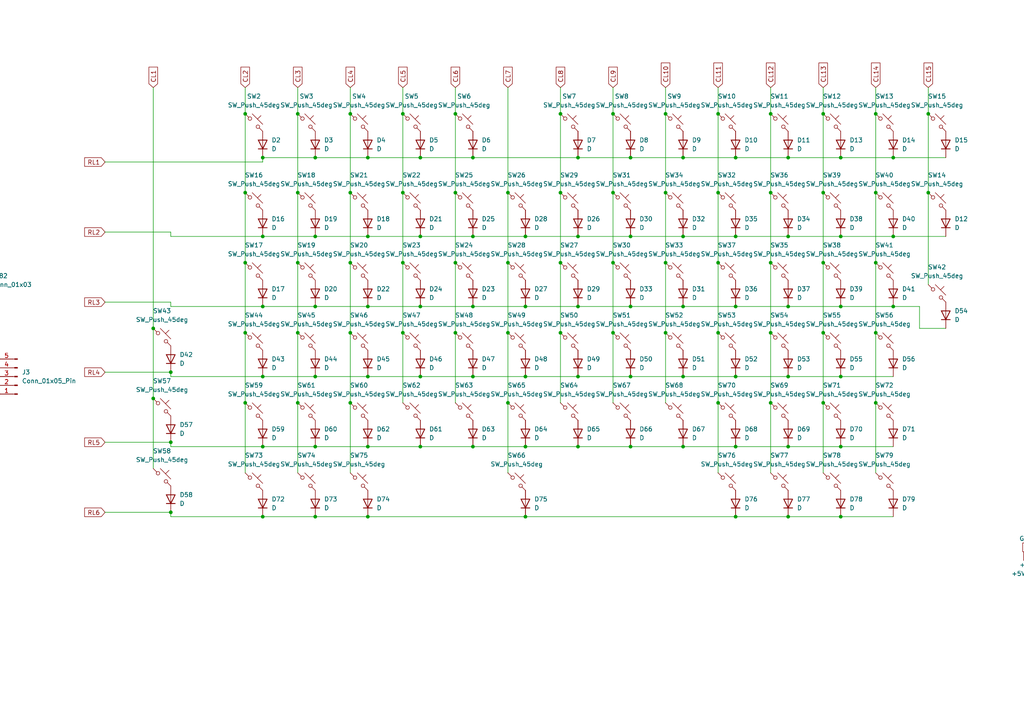
<source format=kicad_sch>
(kicad_sch (version 20231120) (generator "eeschema") (generator_version "8.0")
  (paper "A4")
  (title_block (title "GamerBoard"))
  (junction (at 347.98 -113.03))
  (junction (at 175.26 -55.88))
  (junction (at 393.7 -113.03))
  (junction (at 101.6 55.88))
  (junction (at 408.94 -67.31))
  (junction (at 198.12 45.72))
  (junction (at 116.84 33.02))
  (junction (at 132.08 96.52))
  (junction (at 101.6 33.02))
  (junction (at 238.76 55.88))
  (junction (at 91.44 109.22))
  (junction (at 213.36 129.54))
  (junction (at 344.17 66.04))
  (junction (at 71.12 33.02))
  (junction (at 349.25 128.27))
  (junction (at 71.12 76.2))
  (junction (at 152.4 68.58))
  (junction (at 363.22 -82.55))
  (junction (at 116.84 96.52))
  (junction (at 389.89 87.63))
  (junction (at 424.18 -113.03))
  (junction (at 213.36 109.22))
  (junction (at 38.1 -116.84))
  (junction (at 177.8 76.2))
  (junction (at 220.98 -101.6))
  (junction (at 22.86 -71.12))
  (junction (at 129.54 -86.36))
  (junction (at 349.25 58.42))
  (junction (at 386.08 -52.07))
  (junction (at 363.22 -113.03))
  (junction (at 205.74 -55.88))
  (junction (at 76.2 -55.88))
  (junction (at 405.13 67.31))
  (junction (at 430.53 -67.31))
  (junction (at 332.74 -97.79))
  (junction (at 86.36 116.84))
  (junction (at 420.37 67.31))
  (junction (at 53.34 -132.08))
  (junction (at 101.6 96.52))
  (junction (at 71.12 96.52))
  (junction (at 415.29 95.25))
  (junction (at 364.49 78.74))
  (junction (at 144.78 -116.84))
  (junction (at 71.12 55.88))
  (junction (at 68.58 -86.36))
  (junction (at 76.2 -40.64))
  (junction (at 114.3 -116.84))
  (junction (at 405.13 46.99))
  (junction (at 86.36 33.02))
  (junction (at 144.78 -132.08))
  (junction (at 99.06 -86.36))
  (junction (at 129.54 -132.08))
  (junction (at 132.08 33.02))
  (junction (at 223.52 55.88))
  (junction (at 334.01 107.95))
  (junction (at 129.54 -55.88))
  (junction (at 384.81 54.61))
  (junction (at 76.2 149.86))
  (junction (at 132.08 76.2))
  (junction (at 430.53 34.29))
  (junction (at 393.7 -82.55))
  (junction (at 177.8 55.88))
  (junction (at 205.74 -116.84))
  (junction (at 137.16 88.9))
  (junction (at 205.74 -101.6))
  (junction (at 91.44 149.86))
  (junction (at 332.74 -113.03))
  (junction (at 99.06 -116.84))
  (junction (at 332.74 -67.31))
  (junction (at 193.04 76.2))
  (junction (at 132.08 55.88))
  (junction (at 38.1 -101.6))
  (junction (at 129.54 -71.12))
  (junction (at 408.94 -52.07))
  (junction (at 205.74 -71.12))
  (junction (at 389.89 128.27))
  (junction (at 193.04 96.52))
  (junction (at 208.28 76.2))
  (junction (at 328.93 25.4))
  (junction (at 116.84 55.88))
  (junction (at 22.86 -40.64))
  (junction (at 334.01 128.27))
  (junction (at 162.56 33.02))
  (junction (at 429.26 -97.79))
  (junction (at 190.5 -55.88))
  (junction (at 349.25 107.95))
  (junction (at 38.1 -71.12))
  (junction (at 328.93 66.04))
  (junction (at 167.64 -55.88))
  (junction (at 22.86 -132.08))
  (junction (at 144.78 -71.12))
  (junction (at 344.17 95.25))
  (junction (at 220.98 -116.84))
  (junction (at 147.32 96.52))
  (junction (at 162.56 76.2))
  (junction (at 175.26 -101.6))
  (junction (at 254 55.88))
  (junction (at 22.86 -86.36))
  (junction (at 378.46 -82.55))
  (junction (at 364.49 107.95))
  (junction (at 408.94 -128.27))
  (junction (at 106.68 149.86))
  (junction (at 269.24 55.88))
  (junction (at 91.44 88.9))
  (junction (at 106.68 88.9))
  (junction (at 389.89 46.99))
  (junction (at 364.49 38.1))
  (junction (at 68.58 -132.08))
  (junction (at 243.84 129.54))
  (junction (at 228.6 68.58))
  (junction (at 334.01 58.42))
  (junction (at 129.54 -116.84))
  (junction (at 364.49 58.42))
  (junction (at 259.08 45.72))
  (junction (at 400.05 34.29))
  (junction (at 400.05 54.61))
  (junction (at 220.98 -55.88))
  (junction (at 347.98 -128.27))
  (junction (at 101.6 116.84))
  (junction (at 243.84 68.58))
  (junction (at 22.86 -116.84))
  (junction (at 53.34 -86.36))
  (junction (at 198.12 68.58))
  (junction (at -25.4 52.07))
  (junction (at 137.16 45.72))
  (junction (at 83.82 -101.6))
  (junction (at 99.06 -132.08))
  (junction (at 22.86 -55.88))
  (junction (at 144.78 -86.36))
  (junction (at 228.6 149.86))
  (junction (at 269.24 33.02))
  (junction (at 415.29 34.29))
  (junction (at 121.92 -55.88))
  (junction (at 254 33.02))
  (junction (at 363.22 -67.31))
  (junction (at 190.5 -40.64))
  (junction (at 147.32 55.88))
  (junction (at 213.36 45.72))
  (junction (at 182.88 88.9))
  (junction (at 116.84 76.2))
  (junction (at 160.02 -116.84))
  (junction (at 152.4 88.9))
  (junction (at 114.3 -55.88))
  (junction (at 160.02 -86.36))
  (junction (at 223.52 96.52))
  (junction (at 208.28 116.84))
  (junction (at 152.4 129.54))
  (junction (at 259.08 68.58))
  (junction (at 44.45 95.25))
  (junction (at 334.01 78.74))
  (junction (at 347.98 -52.07))
  (junction (at 83.82 -116.84))
  (junction (at 228.6 129.54))
  (junction (at 160.02 -55.88))
  (junction (at 91.44 68.58))
  (junction (at 3.81 -40.64))
  (junction (at 208.28 55.88))
  (junction (at 478.79 3.81))
  (junction (at 347.98 -67.31))
  (junction (at 68.58 -71.12))
  (junction (at 238.76 96.52))
  (junction (at 359.41 95.25))
  (junction (at 223.52 116.84))
  (junction (at 49.53 148.59))
  (junction (at 208.28 96.52))
  (junction (at 400.05 74.93))
  (junction (at 405.13 107.95))
  (junction (at 193.04 33.02))
  (junction (at 76.2 45.72))
  (junction (at 38.1 -40.64))
  (junction (at 175.26 -132.08))
  (junction (at 378.46 -113.03))
  (junction (at 359.41 25.4))
  (junction (at 389.89 107.95))
  (junction (at 121.92 109.22))
  (junction (at 38.1 -55.88))
  (junction (at 384.81 95.25))
  (junction (at 144.78 -101.6))
  (junction (at 182.88 109.22))
  (junction (at 177.8 96.52))
  (junction (at 121.92 129.54))
  (junction (at 121.92 45.72))
  (junction (at 243.84 109.22))
  (junction (at 49.53 107.95))
  (junction (at 213.36 149.86))
  (junction (at 121.92 -40.64))
  (junction (at 160.02 -101.6))
  (junction (at 223.52 33.02))
  (junction (at 254 76.2))
  (junction (at 223.52 76.2))
  (junction (at 334.01 38.1))
  (junction (at 99.06 -71.12))
  (junction (at 347.98 -82.55))
  (junction (at 363.22 -97.79))
  (junction (at 76.2 68.58))
  (junction (at 190.5 -132.08))
  (junction (at 49.53 128.27))
  (junction (at 162.56 96.52))
  (junction (at 68.58 -55.88))
  (junction (at 378.46 -128.27))
  (junction (at 363.22 -52.07))
  (junction (at 91.44 45.72))
  (junction (at 349.25 38.1))
  (junction (at 175.26 -116.84))
  (junction (at 86.36 76.2))
  (junction (at 167.64 88.9))
  (junction (at 106.68 109.22))
  (junction (at 393.7 -97.79))
  (junction (at 243.84 45.72))
  (junction (at 106.68 129.54))
  (junction (at 160.02 -71.12))
  (junction (at 167.64 129.54))
  (junction (at 349.25 78.74))
  (junction (at 363.22 -128.27))
  (junction (at 114.3 -86.36))
  (junction (at 198.12 88.9))
  (junction (at 152.4 149.86))
  (junction (at 114.3 -71.12))
  (junction (at 384.81 34.29))
  (junction (at 378.46 -67.31))
  (junction (at 347.98 -97.79))
  (junction (at 53.34 -71.12))
  (junction (at 190.5 -116.84))
  (junction (at 259.08 88.9))
  (junction (at 473.71 -10.16))
  (junction (at 144.78 -55.88))
  (junction (at 162.56 55.88))
  (junction (at 378.46 -97.79))
  (junction (at 328.93 95.25))
  (junction (at 167.64 45.72))
  (junction (at 121.92 68.58))
  (junction (at 22.86 -101.6))
  (junction (at 205.74 -132.08))
  (junction (at 190.5 -71.12))
  (junction (at 359.41 66.04))
  (junction (at 193.04 55.88))
  (junction (at 53.34 -55.88))
  (junction (at 71.12 116.84))
  (junction (at 243.84 88.9))
  (junction (at 198.12 129.54))
  (junction (at 86.36 55.88))
  (junction (at 332.74 -128.27))
  (junction (at 415.29 74.93))
  (junction (at 76.2 109.22))
  (junction (at 106.68 68.58))
  (junction (at 182.88 129.54))
  (junction (at 167.64 -40.64))
  (junction (at 384.81 74.93))
  (junction (at 405.13 87.63))
  (junction (at 228.6 88.9))
  (junction (at 76.2 88.9))
  (junction (at 393.7 -128.27))
  (junction (at 114.3 -132.08))
  (junction (at 83.82 -86.36))
  (junction (at 408.94 -113.03))
  (junction (at 167.64 109.22))
  (junction (at 205.74 -86.36))
  (junction (at 205.74 -40.64))
  (junction (at 190.5 -101.6))
  (junction (at 332.74 -143.51))
  (junction (at 473.71 6.35))
  (junction (at 228.6 109.22))
  (junction (at 76.2 129.54))
  (junction (at 220.98 -40.64))
  (junction (at 347.98 -143.51))
  (junction (at 137.16 109.22))
  (junction (at 420.37 107.95))
  (junction (at 160.02 -132.08))
  (junction (at 254 116.84))
  (junction (at 389.89 67.31))
  (junction (at 44.45 115.57))
  (junction (at 137.16 129.54))
  (junction (at 208.28 33.02))
  (junction (at 167.64 68.58))
  (junction (at 328.93 45.72))
  (junction (at 415.29 54.61))
  (junction (at 175.26 -71.12))
  (junction (at 38.1 -86.36))
  (junction (at 420.37 46.99))
  (junction (at 243.84 149.86))
  (junction (at 83.82 -55.88))
  (junction (at 238.76 76.2))
  (junction (at 177.8 33.02))
  (junction (at 99.06 -55.88))
  (junction (at 86.36 96.52))
  (junction (at 238.76 116.84))
  (junction (at 182.88 45.72))
  (junction (at 359.41 45.72))
  (junction (at 386.08 -67.31))
  (junction (at 121.92 88.9))
  (junction (at 83.82 -71.12))
  (junction (at 147.32 76.2))
  (junction (at 114.3 -101.6))
  (junction (at 344.17 45.72))
  (junction (at 129.54 -101.6))
  (junction (at 147.32 116.84))
  (junction (at 238.76 33.02))
  (junction (at 53.34 -40.64))
  (junction (at 254 96.52))
  (junction (at 213.36 68.58))
  (junction (at 344.17 25.4))
  (junction (at 53.34 -116.84))
  (junction (at 408.94 -97.79))
  (junction (at 68.58 -101.6))
  (junction (at 106.68 45.72))
  (junction (at 182.88 68.58))
  (junction (at 3.81 -71.12))
  (junction (at 3.81 -86.36))
  (junction (at 152.4 109.22))
  (junction (at 101.6 76.2))
  (junction (at 213.36 88.9))
  (junction (at 408.94 -82.55))
  (junction (at 190.5 -86.36))
  (junction (at 198.12 109.22))
  (junction (at 68.58 -116.84))
  (junction (at 228.6 45.72))
  (junction (at 99.06 -101.6))
  (junction (at 430.53 54.61))
  (junction (at 393.7 -67.31))
  (junction (at 175.26 -86.36))
  (junction (at 53.34 -101.6))
  (junction (at 91.44 129.54))
  (junction (at 3.81 -55.88))
  (junction (at 364.49 128.27))
  (junction (at 137.16 68.58))
  (junction (at 83.82 -132.08))
  (wire (pts (xy 332.74 -82.55) (xy 347.98 -82.55)))
  (wire (pts (xy 325.12 -120.65) (xy 325.12 -105.41)))
  (wire (pts (xy 44.45 25.4) (xy 44.45 95.25)))
  (wire (pts (xy 363.22 -67.31) (xy 378.46 -67.31)))
  (wire (pts (xy 132.08 25.4) (xy 132.08 33.02)))
  (wire (pts (xy -25.4 41.91) (xy -22.86 41.91)))
  (wire (pts (xy 83.82 -101.6) (xy 99.06 -101.6)))
  (wire (pts (xy 53.34 -132.08) (xy 68.58 -132.08)))
  (wire (pts (xy 415.29 22.86) (xy 415.29 34.29)))
  (wire (pts (xy 99.06 -116.84) (xy 114.3 -116.84)))
  (wire (pts (xy 101.6 76.2) (xy 101.6 96.52)))
  (wire (pts (xy 3.81 -71.12) (xy 22.86 -71.12)))
  (wire (pts (xy 332.74 -113.03) (xy 347.98 -113.03)))
  (wire (pts (xy 506.73 102.87) (xy 506.73 114.3)))
  (wire (pts (xy 325.12 -143.51) (xy 332.74 -143.51)))
  (wire (pts (xy 177.8 96.52) (xy 177.8 116.84)))
  (wire (pts (xy 86.36 76.2) (xy 86.36 96.52)))
  (wire (pts (xy 393.7 -97.79) (xy 408.94 -97.79)))
  (wire (pts (xy 476.25 3.81) (xy 478.79 3.81)))
  (wire (pts (xy 160.02 -55.88) (xy 167.64 -55.88)))
  (wire (pts (xy 114.3 -55.88) (xy 121.92 -55.88)))
  (wire (pts (xy 106.68 149.86) (xy 91.44 149.86)))
  (wire (pts (xy 208.28 25.4) (xy 208.28 33.02)))
  (wire (pts (xy 266.7 95.25) (xy 266.7 88.9)))
  (wire (pts (xy 121.92 -55.88) (xy 129.54 -55.88)))
  (wire (pts (xy 243.84 68.58) (xy 228.6 68.58)))
  (wire (pts (xy 175.26 -86.36) (xy 190.5 -86.36)))
  (wire (pts (xy 488.95 111.76) (xy 504.19 111.76)))
  (wire (pts (xy 91.44 88.9) (xy 76.2 88.9)))
  (wire (pts (xy 101.6 33.02) (xy 101.6 55.88)))
  (wire (pts (xy 205.74 -86.36) (xy 220.98 -86.36)))
  (wire (pts (xy 223.52 96.52) (xy 223.52 116.84)))
  (wire (pts (xy 259.08 45.72) (xy 274.32 45.72)))
  (wire (pts (xy 488.95 96.52) (xy 494.03 96.52)))
  (wire (pts (xy 238.76 76.2) (xy 238.76 96.52)))
  (wire (pts (xy 344.17 45.72) (xy 344.17 66.04)))
  (wire (pts (xy 243.84 -63.5) (xy 243.84 -48.26)))
  (wire (pts (xy 325.12 -128.27) (xy 332.74 -128.27)))
  (wire (pts (xy 349.25 78.74) (xy 364.49 78.74)))
  (wire (pts (xy 325.12 -97.79) (xy 332.74 -97.79)))
  (wire (pts (xy 259.08 68.58) (xy 243.84 68.58)))
  (wire (pts (xy 223.52 76.2) (xy 223.52 96.52)))
  (wire (pts (xy 220.98 -40.64) (xy 236.22 -40.64)))
  (wire (pts (xy 359.41 95.25) (xy 359.41 115.57)))
  (wire (pts (xy 205.74 -116.84) (xy 220.98 -116.84)))
  (wire (pts (xy 435.61 67.31) (xy 420.37 67.31)))
  (wire (pts (xy 347.98 -67.31) (xy 363.22 -67.31)))
  (wire (pts (xy 344.17 66.04) (xy 344.17 95.25)))
  (wire (pts (xy 152.4 149.86) (xy 106.68 149.86)))
  (wire (pts (xy 491.49 91.44) (xy 491.49 87.63)))
  (wire (pts (xy 53.34 -55.88) (xy 38.1 -55.88)))
  (wire (pts (xy 378.46 -113.03) (xy 393.7 -113.03)))
  (wire (pts (xy 116.84 25.4) (xy 116.84 33.02)))
  (wire (pts (xy 175.26 -116.84) (xy 190.5 -116.84)))
  (wire (pts (xy 68.58 -55.88) (xy 76.2 -55.88)))
  (wire (pts (xy 193.04 76.2) (xy 193.04 96.52)))
  (wire (pts (xy 254 76.2) (xy 254 96.52)))
  (wire (pts (xy 71.12 55.88) (xy 71.12 76.2)))
  (wire (pts (xy 473.71 -10.16) (xy 473.71 -12.7)))
  (wire (pts (xy 22.86 -132.08) (xy 53.34 -132.08)))
  (wire (pts (xy 415.29 95.25) (xy 415.29 115.57)))
  (wire (pts (xy 167.64 68.58) (xy 152.4 68.58)))
  (wire (pts (xy 378.46 -82.55) (xy 393.7 -82.55)))
  (wire (pts (xy 213.36 -63.5) (xy 243.84 -63.5)))
  (wire (pts (xy 504.19 111.76) (xy 504.19 100.33)))
  (wire (pts (xy 76.2 149.86) (xy 49.53 149.86)))
  (wire (pts (xy 501.65 109.22) (xy 501.65 97.79)))
  (wire (pts (xy 129.54 -86.36) (xy 144.78 -86.36)))
  (wire (pts (xy 213.36 109.22) (xy 198.12 109.22)))
  (wire (pts (xy 208.28 116.84) (xy 208.28 137.16)))
  (wire (pts (xy 478.79 -3.81) (xy 478.79 -10.16)))
  (wire (pts (xy 393.7 -67.31) (xy 408.94 -67.31)))
  (wire (pts (xy -13.97 116.84) (xy -8.89 116.84)))
  (wire (pts (xy 76.2 129.54) (xy 49.53 129.54)))
  (wire (pts (xy 328.93 15.24) (xy 328.93 25.4)))
  (wire (pts (xy 152.4 88.9) (xy 137.16 88.9)))
  (wire (pts (xy 316.23 78.74) (xy 334.01 78.74)))
  (wire (pts (xy 182.88 68.58) (xy 167.64 68.58)))
  (wire (pts (xy 431.8 -135.89) (xy 431.8 -120.65)))
  (wire (pts (xy 99.06 -101.6) (xy 114.3 -101.6)))
  (wire (pts (xy 190.5 -116.84) (xy 205.74 -116.84)))
  (wire (pts (xy 408.94 -82.55) (xy 436.88 -82.55)))
  (wire (pts (xy 198.12 68.58) (xy 182.88 68.58)))
  (wire (pts (xy -2.54 -132.08) (xy 22.86 -132.08)))
  (wire (pts (xy 76.2 68.58) (xy 49.53 68.58)))
  (wire (pts (xy -2.54 -116.84) (xy 22.86 -116.84)))
  (wire (pts (xy 22.86 -116.84) (xy 38.1 -116.84)))
  (wire (pts (xy 243.84 129.54) (xy 228.6 129.54)))
  (wire (pts (xy -2.54 99.06) (xy -2.54 104.14)))
  (wire (pts (xy 325.12 -67.31) (xy 332.74 -67.31)))
  (wire (pts (xy 177.8 25.4) (xy 177.8 33.02)))
  (wire (pts (xy 393.7 -82.55) (xy 408.94 -82.55)))
  (wire (pts (xy 144.78 -132.08) (xy 160.02 -132.08)))
  (wire (pts (xy -8.89 111.76) (xy 0 111.76)))
  (wire (pts (xy 129.54 -55.88) (xy 144.78 -55.88)))
  (wire (pts (xy 22.86 -55.88) (xy 38.1 -55.88)))
  (wire (pts (xy 208.28 76.2) (xy 208.28 96.52)))
  (wire (pts (xy 190.5 -55.88) (xy 205.74 -55.88)))
  (wire (pts (xy 332.74 -67.31) (xy 347.98 -67.31)))
  (wire (pts (xy 405.13 67.31) (xy 389.89 67.31)))
  (wire (pts (xy 106.68 68.58) (xy 91.44 68.58)))
  (wire (pts (xy 68.58 -48.26) (xy 60.96 -48.26)))
  (wire (pts (xy 38.1 -40.64) (xy 53.34 -40.64)))
  (wire (pts (xy 488.95 99.06) (xy 496.57 99.06)))
  (wire (pts (xy 175.26 -101.6) (xy 190.5 -101.6)))
  (wire (pts (xy 254 25.4) (xy 254 33.02)))
  (wire (pts (xy 213.36 68.58) (xy 198.12 68.58)))
  (wire (pts (xy 147.32 25.4) (xy 147.32 55.88)))
  (wire (pts (xy 429.26 -113.03) (xy 429.26 -97.79)))
  (wire (pts (xy 223.52 116.84) (xy 223.52 137.16)))
  (wire (pts (xy -3.81 -78.74) (xy -3.81 -63.5)))
  (wire (pts (xy 478.79 -10.16) (xy 473.71 -10.16)))
  (wire (pts (xy 384.81 74.93) (xy 384.81 95.25)))
  (wire (pts (xy 220.98 -55.88) (xy 236.22 -55.88)))
  (wire (pts (xy 114.3 -101.6) (xy 129.54 -101.6)))
  (wire (pts (xy 30.48 128.27) (xy 49.53 128.27)))
  (wire (pts (xy -8.89 -55.88) (xy 3.81 -55.88)))
  (wire (pts (xy 198.12 45.72) (xy 213.36 45.72)))
  (wire (pts (xy 198.12 109.22) (xy 182.88 109.22)))
  (wire (pts (xy 101.6 116.84) (xy 101.6 137.16)))
  (wire (pts (xy -22.86 52.07) (xy -25.4 52.07)))
  (wire (pts (xy -2.54 104.14) (xy 0 104.14)))
  (wire (pts (xy 405.13 107.95) (xy 420.37 107.95)))
  (wire (pts (xy 190.5 -101.6) (xy 205.74 -101.6)))
  (wire (pts (xy 116.84 55.88) (xy 116.84 76.2)))
  (wire (pts (xy 208.28 55.88) (xy 208.28 76.2)))
  (wire (pts (xy 99.06 -132.08) (xy 114.3 -132.08)))
  (wire (pts (xy 228.6 149.86) (xy 213.36 149.86)))
  (wire (pts (xy 430.53 -67.31) (xy 435.61 -67.31)))
  (wire (pts (xy 347.98 -128.27) (xy 363.22 -128.27)))
  (wire (pts (xy 91.44 149.86) (xy 76.2 149.86)))
  (wire (pts (xy 162.56 33.02) (xy 162.56 55.88)))
  (wire (pts (xy 162.56 76.2) (xy 162.56 96.52)))
  (wire (pts (xy 274.32 68.58) (xy 259.08 68.58)))
  (wire (pts (xy 167.64 109.22) (xy 152.4 109.22)))
  (wire (pts (xy 193.04 25.4) (xy 193.04 33.02)))
  (wire (pts (xy 488.95 104.14) (xy 499.11 104.14)))
  (wire (pts (xy 53.34 -116.84) (xy 68.58 -116.84)))
  (wire (pts (xy 254 33.02) (xy 254 55.88)))
  (wire (pts (xy 363.22 -97.79) (xy 378.46 -97.79)))
  (wire (pts (xy 68.58 -116.84) (xy 83.82 -116.84)))
  (wire (pts (xy 193.04 55.88) (xy 193.04 76.2)))
  (wire (pts (xy 420.37 46.99) (xy 405.13 46.99)))
  (wire (pts (xy 3.81 -55.88) (xy 22.86 -55.88)))
  (wire (pts (xy 344.17 95.25) (xy 344.17 115.57)))
  (wire (pts (xy 393.7 -113.03) (xy 408.94 -113.03)))
  (wire (pts (xy 332.74 -128.27) (xy 347.98 -128.27)))
  (wire (pts (xy 405.13 87.63) (xy 389.89 87.63)))
  (wire (pts (xy 182.88 88.9) (xy 167.64 88.9)))
  (wire (pts (xy 177.8 55.88) (xy 177.8 76.2)))
  (wire (pts (xy 22.86 -40.64) (xy 38.1 -40.64)))
  (wire (pts (xy 332.74 -52.07) (xy 347.98 -52.07)))
  (wire (pts (xy 243.84 88.9) (xy 228.6 88.9)))
  (wire (pts (xy 420.37 107.95) (xy 435.61 107.95)))
  (wire (pts (xy 424.18 -113.03) (xy 429.26 -113.03)))
  (wire (pts (xy 182.88 45.72) (xy 198.12 45.72)))
  (wire (pts (xy 228.6 109.22) (xy 213.36 109.22)))
  (wire (pts (xy 363.22 -82.55) (xy 378.46 -82.55)))
  (wire (pts (xy 364.49 46.99) (xy 364.49 38.1)))
  (wire (pts (xy 499.11 104.14) (xy 499.11 95.25)))
  (wire (pts (xy 167.64 129.54) (xy 152.4 129.54)))
  (wire (pts (xy 190.5 -71.12) (xy 205.74 -71.12)))
  (wire (pts (xy 334.01 78.74) (xy 349.25 78.74)))
  (wire (pts (xy 167.64 45.72) (xy 182.88 45.72)))
  (wire (pts (xy 68.58 -86.36) (xy 83.82 -86.36)))
  (wire (pts (xy 162.56 96.52) (xy 162.56 116.84)))
  (wire (pts (xy 328.93 45.72) (xy 328.93 66.04)))
  (wire (pts (xy 175.26 -71.12) (xy 190.5 -71.12)))
  (wire (pts (xy 488.95 91.44) (xy 491.49 91.44)))
  (wire (pts (xy 344.17 15.24) (xy 344.17 25.4)))
  (wire (pts (xy 213.36 88.9) (xy 198.12 88.9)))
  (wire (pts (xy 71.12 33.02) (xy 71.12 55.88)))
  (wire (pts (xy 190.5 -40.64) (xy 205.74 -40.64)))
  (wire (pts (xy 137.16 68.58) (xy 121.92 68.58)))
  (wire (pts (xy 316.23 58.42) (xy 334.01 58.42)))
  (wire (pts (xy 316.23 128.27) (xy 334.01 128.27)))
  (wire (pts (xy 101.6 96.52) (xy 101.6 116.84)))
  (wire (pts (xy 364.49 87.63) (xy 364.49 78.74)))
  (wire (pts (xy 11.43 -63.5) (xy 15.24 -63.5)))
  (wire (pts (xy 71.12 76.2) (xy 71.12 96.52)))
  (wire (pts (xy 504.19 100.33) (xy 519.43 100.33)))
  (wire (pts (xy 83.82 -132.08) (xy 99.06 -132.08)))
  (wire (pts (xy 393.7 -128.27) (xy 408.94 -128.27)))
  (wire (pts (xy 160.02 -101.6) (xy 175.26 -101.6)))
  (wire (pts (xy 420.37 67.31) (xy 405.13 67.31)))
  (wire (pts (xy 254 96.52) (xy 254 116.84)))
  (wire (pts (xy 370.84 -59.69) (xy 378.46 -59.69)))
  (wire (pts (xy 316.23 107.95) (xy 334.01 107.95)))
  (wire (pts (xy 334.01 38.1) (xy 349.25 38.1)))
  (wire (pts (xy 405.13 46.99) (xy 389.89 46.99)))
  (wire (pts (xy 473.71 6.35) (xy 481.33 6.35)))
  (wire (pts (xy 332.74 -97.79) (xy 347.98 -97.79)))
  (wire (pts (xy 473.71 15.24) (xy 473.71 6.35)))
  (wire (pts (xy 101.6 25.4) (xy 101.6 33.02)))
  (wire (pts (xy 491.49 87.63) (xy 519.43 87.63)))
  (wire (pts (xy 38.1 -71.12) (xy 53.34 -71.12)))
  (wire (pts (xy 193.04 96.52) (xy 193.04 116.84)))
  (wire (pts (xy 205.74 -132.08) (xy 220.98 -132.08)))
  (wire (pts (xy 384.81 54.61) (xy 384.81 74.93)))
  (wire (pts (xy 152.4 109.22) (xy 137.16 109.22)))
  (wire (pts (xy 144.78 -71.12) (xy 160.02 -71.12)))
  (wire (pts (xy 121.92 45.72) (xy 137.16 45.72)))
  (wire (pts (xy 430.53 -52.07) (xy 430.53 -67.31)))
  (wire (pts (xy 144.78 -116.84) (xy 160.02 -116.84)))
  (wire (pts (xy 137.16 88.9) (xy 121.92 88.9)))
  (wire (pts (xy 116.84 33.02) (xy 116.84 55.88)))
  (wire (pts (xy 223.52 55.88) (xy 223.52 76.2)))
  (wire (pts (xy 129.54 -101.6) (xy 144.78 -101.6)))
  (wire (pts (xy 83.82 -116.84) (xy 99.06 -116.84)))
  (wire (pts (xy 147.32 76.2) (xy 147.32 96.52)))
  (wire (pts (xy 49.53 149.86) (xy 49.53 148.59)))
  (wire (pts (xy -8.89 116.84) (xy -8.89 111.76)))
  (wire (pts (xy 86.36 55.88) (xy 86.36 76.2)))
  (wire (pts (xy 328.93 95.25) (xy 328.93 115.57)))
  (wire (pts (xy 167.64 88.9) (xy 152.4 88.9)))
  (wire (pts (xy 162.56 25.4) (xy 162.56 33.02)))
  (wire (pts (xy 359.41 66.04) (xy 359.41 95.25)))
  (wire (pts (xy 49.53 129.54) (xy 49.53 128.27)))
  (wire (pts (xy 144.78 -86.36) (xy 160.02 -86.36)))
  (wire (pts (xy -13.97 99.06) (xy -2.54 99.06)))
  (wire (pts (xy 347.98 -82.55) (xy 363.22 -82.55)))
  (wire (pts (xy 205.74 -40.64) (xy 220.98 -40.64)))
  (wire (pts (xy 3.81 -86.36) (xy 22.86 -86.36)))
  (wire (pts (xy 162.56 55.88) (xy 162.56 76.2)))
  (wire (pts (xy 121.92 129.54) (xy 106.68 129.54)))
  (wire (pts (xy 347.98 -52.07) (xy 363.22 -52.07)))
  (wire (pts (xy 370.84 -135.89) (xy 431.8 -135.89)))
  (wire (pts (xy 106.68 88.9) (xy 91.44 88.9)))
  (wire (pts (xy 38.1 -116.84) (xy 53.34 -116.84)))
  (wire (pts (xy 334.01 58.42) (xy 349.25 58.42)))
  (wire (pts (xy 316.23 38.1) (xy 334.01 38.1)))
  (wire (pts (xy 344.17 25.4) (xy 344.17 45.72)))
  (wire (pts (xy 243.84 45.72) (xy 259.08 45.72)))
  (wire (pts (xy 114.3 -71.12) (xy 129.54 -71.12)))
  (wire (pts (xy 254 55.88) (xy 254 76.2)))
  (wire (pts (xy 228.6 45.72) (xy 243.84 45.72)))
  (wire (pts (xy 132.08 55.88) (xy 132.08 76.2)))
  (wire (pts (xy 86.36 33.02) (xy 86.36 55.88)))
  (wire (pts (xy 494.03 96.52) (xy 494.03 90.17)))
  (wire (pts (xy 496.57 99.06) (xy 496.57 92.71)))
  (wire (pts (xy 359.41 25.4) (xy 359.41 45.72)))
  (wire (pts (xy 223.52 25.4) (xy 223.52 33.02)))
  (wire (pts (xy 408.94 -97.79) (xy 414.02 -97.79)))
  (wire (pts (xy 213.36 45.72) (xy 228.6 45.72)))
  (wire (pts (xy 408.94 -128.27) (xy 424.18 -128.27)))
  (wire (pts (xy 501.65 97.79) (xy 519.43 97.79)))
  (wire (pts (xy -11.43 111.76) (xy -11.43 109.22)))
  (wire (pts (xy 114.3 -132.08) (xy 129.54 -132.08)))
  (wire (pts (xy 160.02 -116.84) (xy 175.26 -116.84)))
  (wire (pts (xy -22.86 49.53) (xy -22.86 52.07)))
  (wire (pts (xy 182.88 129.54) (xy 167.64 129.54)))
  (wire (pts (xy 243.84 109.22) (xy 228.6 109.22)))
  (wire (pts (xy 53.34 -86.36) (xy 68.58 -86.36)))
  (wire (pts (xy 76.2 109.22) (xy 49.53 109.22)))
  (wire (pts (xy 415.29 74.93) (xy 415.29 95.25)))
  (wire (pts (xy 238.76 96.52) (xy 238.76 116.84)))
  (wire (pts (xy 429.26 -97.79) (xy 434.34 -97.79)))
  (wire (pts (xy 91.44 109.22) (xy 76.2 109.22)))
  (wire (pts (xy 167.64 -55.88) (xy 175.26 -55.88)))
  (wire (pts (xy -11.43 109.22) (xy 0 109.22)))
  (wire (pts (xy 393.7 -59.69) (xy 401.32 -59.69)))
  (wire (pts (xy 91.44 45.72) (xy 106.68 45.72)))
  (wire (pts (xy 228.6 129.54) (xy 213.36 129.54)))
  (wire (pts (xy 121.92 109.22) (xy 106.68 109.22)))
  (wire (pts (xy 68.58 -132.08) (xy 83.82 -132.08)))
  (wire (pts (xy 11.43 -48.26) (xy 15.24 -48.26)))
  (wire (pts (xy 129.54 -71.12) (xy 144.78 -71.12)))
  (wire (pts (xy 334.01 107.95) (xy 349.25 107.95)))
  (wire (pts (xy 416.56 -74.93) (xy 422.91 -74.93)))
  (wire (pts (xy 167.64 -40.64) (xy 190.5 -40.64)))
  (wire (pts (xy 389.89 107.95) (xy 405.13 107.95)))
  (wire (pts (xy 400.05 74.93) (xy 400.05 95.25)))
  (wire (pts (xy 99.06 -86.36) (xy 114.3 -86.36)))
  (wire (pts (xy 175.26 -55.88) (xy 190.5 -55.88)))
  (wire (pts (xy 121.92 68.58) (xy 106.68 68.58)))
  (wire (pts (xy -8.89 -71.12) (xy 3.81 -71.12)))
  (wire (pts (xy 49.53 68.58) (xy 49.53 67.31)))
  (wire (pts (xy 132.08 33.02) (xy 132.08 55.88)))
  (wire (pts (xy 147.32 96.52) (xy 147.32 116.84)))
  (wire (pts (xy 363.22 -52.07) (xy 386.08 -52.07)))
  (wire (pts (xy 415.29 54.61) (xy 415.29 74.93)))
  (wire (pts (xy 384.81 22.86) (xy 384.81 34.29)))
  (wire (pts (xy 325.12 -90.17) (xy 325.12 -74.93)))
  (wire (pts (xy 205.74 -101.6) (xy 220.98 -101.6)))
  (wire (pts (xy 228.6 -78.74) (xy 228.6 -93.98)))
  (wire (pts (xy 386.08 -67.31) (xy 393.7 -67.31)))
  (wire (pts (xy 147.32 55.88) (xy 147.32 76.2)))
  (wire (pts (xy 152.4 149.86) (xy 213.36 149.86)))
  (wire (pts (xy 137.16 129.54) (xy 121.92 129.54)))
  (wire (pts (xy 416.56 -59.69) (xy 422.91 -59.69)))
  (wire (pts (xy 259.08 129.54) (xy 243.84 129.54)))
  (wire (pts (xy 208.28 33.02) (xy 208.28 55.88)))
  (wire (pts (xy -8.89 -86.36) (xy 3.81 -86.36)))
  (wire (pts (xy 363.22 -113.03) (xy 378.46 -113.03)))
  (wire (pts (xy 228.6 88.9) (xy 213.36 88.9)))
  (wire (pts (xy 137.16 109.22) (xy 121.92 109.22)))
  (wire (pts (xy 30.48 148.59) (xy 49.53 148.59)))
  (wire (pts (xy 101.6 55.88) (xy 101.6 76.2)))
  (wire (pts (xy 364.49 107.95) (xy 389.89 107.95)))
  (wire (pts (xy 106.68 45.72) (xy 121.92 45.72)))
  (wire (pts (xy 160.02 -86.36) (xy 175.26 -86.36)))
  (wire (pts (xy 147.32 116.84) (xy 147.32 137.16)))
  (wire (pts (xy 328.93 66.04) (xy 328.93 95.25)))
  (wire (pts (xy 205.74 -55.88) (xy 220.98 -55.88)))
  (wire (pts (xy 83.82 -55.88) (xy 76.2 -55.88)))
  (wire (pts (xy 44.45 95.25) (xy 44.45 115.57)))
  (wire (pts (xy 481.33 3.81) (xy 478.79 3.81)))
  (wire (pts (xy 91.44 129.54) (xy 76.2 129.54)))
  (wire (pts (xy 91.44 68.58) (xy 76.2 68.58)))
  (wire (pts (xy 129.54 -48.26) (xy 160.02 -48.26)))
  (wire (pts (xy 389.89 87.63) (xy 364.49 87.63)))
  (wire (pts (xy 44.45 115.57) (xy 44.45 135.89)))
  (wire (pts (xy 121.92 88.9) (xy 106.68 88.9)))
  (wire (pts (xy 269.24 25.4) (xy 269.24 33.02)))
  (wire (pts (xy 416.56 -105.41) (xy 421.64 -105.41)))
  (wire (pts (xy 137.16 45.72) (xy 167.64 45.72)))
  (wire (pts (xy 53.34 -71.12) (xy 68.58 -71.12)))
  (wire (pts (xy 114.3 -116.84) (xy 129.54 -116.84)))
  (wire (pts (xy 30.48 46.99) (xy 76.2 46.99)))
  (wire (pts (xy 71.12 25.4) (xy 71.12 33.02)))
  (wire (pts (xy 83.82 -71.12) (xy 99.06 -71.12)))
  (wire (pts (xy 22.86 -86.36) (xy 38.1 -86.36)))
  (wire (pts (xy 269.24 33.02) (xy 269.24 55.88)))
  (wire (pts (xy 389.89 46.99) (xy 364.49 46.99)))
  (wire (pts (xy 3.81 -40.64) (xy 22.86 -40.64)))
  (wire (pts (xy 415.29 34.29) (xy 415.29 54.61)))
  (wire (pts (xy 228.6 -124.46) (xy 228.6 -109.22)))
  (wire (pts (xy 269.24 55.88) (xy 269.24 82.55)))
  (wire (pts (xy 408.94 -67.31) (xy 415.29 -67.31)))
  (wire (pts (xy 132.08 76.2) (xy 132.08 96.52)))
  (wire (pts (xy 116.84 96.52) (xy 116.84 116.84)))
  (wire (pts (xy 71.12 116.84) (xy 71.12 137.16)))
  (wire (pts (xy 370.84 -90.17) (xy 325.12 -90.17)))
  (wire (pts (xy 384.81 34.29) (xy 384.81 54.61)))
  (wire (pts (xy 519.43 102.87) (xy 506.73 102.87)))
  (wire (pts (xy 30.48 87.63) (xy 49.53 87.63)))
  (wire (pts (xy 238.76 33.02) (xy 238.76 55.88)))
  (wire (pts (xy 76.2 45.72) (xy 76.2 46.99)))
  (wire (pts (xy 106.68 109.22) (xy 91.44 109.22)))
  (wire (pts (xy 132.08 96.52) (xy 132.08 116.84)))
  (wire (pts (xy 496.57 92.71) (xy 519.43 92.71)))
  (wire (pts (xy 359.41 15.24) (xy 359.41 25.4)))
  (wire (pts (xy 114.3 -86.36) (xy 129.54 -86.36)))
  (wire (pts (xy 238.76 55.88) (xy 238.76 76.2)))
  (wire (pts (xy 144.78 -101.6) (xy 160.02 -101.6)))
  (wire (pts (xy 349.25 38.1) (xy 364.49 38.1)))
  (wire (pts (xy 76.2 88.9) (xy 49.53 88.9)))
  (wire (pts (xy 408.94 -113.03) (xy 424.18 -113.03)))
  (wire (pts (xy 420.37 87.63) (xy 405.13 87.63)))
  (wire (pts (xy 488.95 109.22) (xy 501.65 109.22)))
  (wire (pts (xy 114.3 -55.88) (xy 99.06 -55.88)))
  (wire (pts (xy 15.24 -109.22) (xy 15.24 -93.98)))
  (wire (pts (xy 198.12 88.9) (xy 182.88 88.9)))
  (wire (pts (xy 238.76 25.4) (xy 238.76 33.02)))
  (wire (pts (xy 499.11 95.25) (xy 519.43 95.25)))
  (wire (pts (xy 473.71 -8.89) (xy 473.71 -10.16)))
  (wire (pts (xy 116.84 76.2) (xy 116.84 96.52)))
  (wire (pts (xy 22.86 -71.12) (xy 38.1 -71.12)))
  (wire (pts (xy 152.4 68.58) (xy 137.16 68.58)))
  (wire (pts (xy 349.25 107.95) (xy 364.49 107.95)))
  (wire (pts (xy 266.7 88.9) (xy 259.08 88.9)))
  (wire (pts (xy 347.98 -143.51) (xy 363.22 -143.51)))
  (wire (pts (xy 349.25 128.27) (xy 364.49 128.27)))
  (wire (pts (xy 106.68 129.54) (xy 91.44 129.54)))
  (wire (pts (xy 15.24 -78.74) (xy 11.43 -78.74)))
  (wire (pts (xy 76.2 45.72) (xy 91.44 45.72)))
  (wire (pts (xy 49.53 88.9) (xy 49.53 87.63)))
  (wire (pts (xy 378.46 -128.27) (xy 393.7 -128.27)))
  (wire (pts (xy 364.49 128.27) (xy 389.89 128.27)))
  (wire (pts (xy 86.36 96.52) (xy 86.36 116.84)))
  (wire (pts (xy 349.25 58.42) (xy 364.49 58.42)))
  (wire (pts (xy 238.76 116.84) (xy 238.76 137.16)))
  (wire (pts (xy 175.26 -48.26) (xy 182.88 -48.26)))
  (wire (pts (xy 30.48 -124.46) (xy 45.72 -124.46)))
  (wire (pts (xy 22.86 -101.6) (xy 38.1 -101.6)))
  (wire (pts (xy 177.8 76.2) (xy 177.8 96.52)))
  (wire (pts (xy 347.98 -97.79) (xy 363.22 -97.79)))
  (wire (pts (xy 177.8 33.02) (xy 177.8 55.88)))
  (wire (pts (xy 190.5 -86.36) (xy 205.74 -86.36)))
  (wire (pts (xy 274.32 95.25) (xy 266.7 95.25)))
  (wire (pts (xy 144.78 -55.88) (xy 160.02 -55.88)))
  (wire (pts (xy 378.46 -97.79) (xy 393.7 -97.79)))
  (wire (pts (xy 86.36 116.84) (xy 86.36 137.16)))
  (wire (pts (xy 334.01 128.27) (xy 349.25 128.27)))
  (wire (pts (xy 430.53 54.61) (xy 430.53 95.25)))
  (wire (pts (xy 83.82 -86.36) (xy 99.06 -86.36)))
  (wire (pts (xy 494.03 90.17) (xy 519.43 90.17)))
  (wire (pts (xy 430.53 22.86) (xy 430.53 34.29)))
  (wire (pts (xy 38.1 -101.6) (xy 53.34 -101.6)))
  (wire (pts (xy 506.73 114.3) (xy 488.95 114.3)))
  (wire (pts (xy 71.12 96.52) (xy 71.12 116.84)))
  (wire (pts (xy 364.49 67.31) (xy 364.49 58.42)))
  (wire (pts (xy -2.54 -101.6) (xy 22.86 -101.6)))
  (wire (pts (xy 473.71 6.35) (xy 473.71 -1.27)))
  (wire (pts (xy 359.41 45.72) (xy 359.41 66.04)))
  (wire (pts (xy 30.48 67.31) (xy 49.53 67.31)))
  (wire (pts (xy 332.74 -143.51) (xy 347.98 -143.51)))
  (wire (pts (xy 49.53 109.22) (xy 49.53 107.95)))
  (wire (pts (xy 328.93 25.4) (xy 328.93 45.72)))
  (wire (pts (xy 129.54 -132.08) (xy 144.78 -132.08)))
  (wire (pts (xy -8.89 -40.64) (xy 3.81 -40.64)))
  (wire (pts (xy 378.46 -67.31) (xy 386.08 -67.31)))
  (wire (pts (xy 83.82 -55.88) (xy 99.06 -55.88)))
  (wire (pts (xy 193.04 33.02) (xy 193.04 55.88)))
  (wire (pts (xy 488.95 78.74) (xy 519.43 78.74)))
  (wire (pts (xy -13.97 111.76) (xy -11.43 111.76)))
  (wire (pts (xy 363.22 -128.27) (xy 378.46 -128.27)))
  (wire (pts (xy 223.52 33.02) (xy 223.52 55.88)))
  (wire (pts (xy 389.89 67.31) (xy 364.49 67.31)))
  (wire (pts (xy 68.58 -71.12) (xy 83.82 -71.12)))
  (wire (pts (xy 408.94 -52.07) (xy 430.53 -52.07)))
  (wire (pts (xy 254 116.84) (xy 254 137.16)))
  (wire (pts (xy 400.05 22.86) (xy 400.05 34.29)))
  (wire (pts (xy 476.25 15.24) (xy 476.25 3.81)))
  (wire (pts (xy 38.1 -86.36) (xy 53.34 -86.36)))
  (wire (pts (xy 208.28 96.52) (xy 208.28 116.84)))
  (wire (pts (xy 30.48 107.95) (xy 49.53 107.95)))
  (wire (pts (xy 416.56 -90.17) (xy 421.64 -90.17)))
  (wire (pts (xy 400.05 54.61) (xy 400.05 74.93)))
  (wire (pts (xy 435.61 46.99) (xy 420.37 46.99)))
  (wire (pts (xy 68.58 -101.6) (xy 83.82 -101.6)))
  (wire (pts (xy 259.08 109.22) (xy 243.84 109.22)))
  (wire (pts (xy 228.6 68.58) (xy 213.36 68.58)))
  (wire (pts (xy 76.2 -40.64) (xy 121.92 -40.64)))
  (wire (pts (xy 213.36 129.54) (xy 198.12 129.54)))
  (wire (pts (xy 386.08 -52.07) (xy 408.94 -52.07)))
  (wire (pts (xy 86.36 25.4) (xy 86.36 33.02)))
  (wire (pts (xy -13.97 106.68) (xy 0 106.68)))
  (wire (pts (xy 152.4 129.54) (xy 137.16 129.54)))
  (wire (pts (xy 160.02 -71.12) (xy 175.26 -71.12)))
  (wire (pts (xy 129.54 -116.84) (xy 144.78 -116.84)))
  (wire (pts (xy 53.34 -101.6) (xy 68.58 -101.6)))
  (wire (pts (xy 198.12 129.54) (xy 182.88 129.54)))
  (wire (pts (xy 68.58 -55.88) (xy 53.34 -55.88)))
  (wire (pts (xy 347.98 -113.03) (xy 363.22 -113.03)))
  (wire (pts (xy 114.3 -48.26) (xy 83.82 -48.26)))
  (wire (pts (xy 384.81 95.25) (xy 384.81 115.57)))
  (wire (pts (xy 175.26 -132.08) (xy 190.5 -132.08)))
  (wire (pts (xy 160.02 -132.08) (xy 175.26 -132.08)))
  (wire (pts (xy 243.84 149.86) (xy 228.6 149.86)))
  (wire (pts (xy 53.34 -40.64) (xy 76.2 -40.64)))
  (wire (pts (xy 259.08 149.86) (xy 243.84 149.86)))
  (wire (pts (xy 99.06 -71.12) (xy 114.3 -71.12)))
  (wire (pts (xy 389.89 128.27) (xy 420.37 128.27)))
  (wire (pts (xy 259.08 88.9) (xy 243.84 88.9)))
  (wire (pts (xy 400.05 34.29) (xy 400.05 54.61)))
  (wire (pts (xy 430.53 34.29) (xy 430.53 54.61)))
  (wire (pts (xy 121.92 -40.64) (xy 167.64 -40.64)))
  (wire (pts (xy 190.5 -132.08) (xy 205.74 -132.08)))
  (wire (pts (xy 182.88 109.22) (xy 167.64 109.22)))
  (wire (pts (xy 213.36 -78.74) (xy 228.6 -78.74)))
  (global_label "RX_L" (shape input) (at -44.45 99.06 180) (property "Intersheetrefs" "${INTERSHEET_REFS}" (effects (hide yes))))
  (global_label "CR5" (shape input) (at 400.05 22.86 90) (property "Intersheetrefs" "${INTERSHEET_REFS}" (effects (hide yes))))
  (global_label "CR1" (shape input) (at 458.47 99.06 180) (property "Intersheetrefs" "${INTERSHEET_REFS}" (effects (hide yes))))
  (global_label "RR5" (shape input) (at 458.47 83.82 180) (property "Intersheetrefs" "${INTERSHEET_REFS}" (effects (hide yes))))
  (global_label "ROT_B" (shape input) (at 458.47 124.46 180) (property "Intersheetrefs" "${INTERSHEET_REFS}" (effects (hide yes))))
  (global_label "CR6" (shape input) (at 415.29 22.86 90) (property "Intersheetrefs" "${INTERSHEET_REFS}" (effects (hide yes))))
  (global_label "CL3" (shape input) (at 86.36 25.4 90) (property "Intersheetrefs" "${INTERSHEET_REFS}" (effects (hide yes))))
  (global_label "RX_L" (shape input) (at 303.53 158.75 180) (property "Intersheetrefs" "${INTERSHEET_REFS}" (effects (hide yes))))
  (global_label "CL1" (shape input) (at 44.45 25.4 90) (property "Intersheetrefs" "${INTERSHEET_REFS}" (effects (hide yes))))
  (global_label "CL7" (shape input) (at 147.32 25.4 90) (property "Intersheetrefs" "${INTERSHEET_REFS}" (effects (hide yes))))
  (global_label "RL2" (shape input) (at 30.48 67.31 180) (property "Intersheetrefs" "${INTERSHEET_REFS}" (effects (hide yes))))
  (global_label "TX_R" (shape input) (at 458.47 76.2 180) (property "Intersheetrefs" "${INTERSHEET_REFS}" (effects (hide yes))))
  (global_label "RGB_Left" (shape input) (at -13.97 119.38 0) (property "Intersheetrefs" "${INTERSHEET_REFS}" (effects (hide yes))))
  (global_label "RGB_Right" (shape input) (at 488.95 116.84 0) (property "Intersheetrefs" "${INTERSHEET_REFS}" (effects (hide yes))))
  (global_label "CL6" (shape input) (at -44.45 137.16 180) (property "Intersheetrefs" "${INTERSHEET_REFS}" (effects (hide yes))))
  (global_label "CR7" (shape input) (at 458.47 116.84 180) (property "Intersheetrefs" "${INTERSHEET_REFS}" (effects (hide yes))))
  (global_label "RL6" (shape input) (at -44.45 119.38 180) (property "Intersheetrefs" "${INTERSHEET_REFS}" (effects (hide yes))))
  (global_label "SDA" (shape input) (at 488.95 124.46 0) (property "Intersheetrefs" "${INTERSHEET_REFS}" (effects (hide yes))))
  (global_label "CL14" (shape input) (at 254 25.4 90) (property "Intersheetrefs" "${INTERSHEET_REFS}" (effects (hide yes))))
  (global_label "CL9" (shape input) (at -13.97 144.78 0) (property "Intersheetrefs" "${INTERSHEET_REFS}" (effects (hide yes))))
  (global_label "RR5" (shape input) (at 316.23 128.27 180) (property "Intersheetrefs" "${INTERSHEET_REFS}" (effects (hide yes))))
  (global_label "CL4" (shape input) (at 101.6 25.4 90) (property "Intersheetrefs" "${INTERSHEET_REFS}" (effects (hide yes))))
  (global_label "CL13" (shape input) (at -13.97 132.08 0) (property "Intersheetrefs" "${INTERSHEET_REFS}" (effects (hide yes))))
  (global_label "CL1" (shape input) (at -44.45 121.92 180) (property "Intersheetrefs" "${INTERSHEET_REFS}" (effects (hide yes))))
  (global_label "CL4" (shape input) (at -44.45 132.08 180) (property "Intersheetrefs" "${INTERSHEET_REFS}" (effects (hide yes))))
  (global_label "CL10" (shape input) (at 193.04 25.4 90) (property "Intersheetrefs" "${INTERSHEET_REFS}" (effects (hide yes))))
  (global_label "SCL" (shape input) (at 488.95 121.92 0) (property "Intersheetrefs" "${INTERSHEET_REFS}" (effects (hide yes))))
  (global_label "CL5" (shape input) (at 116.84 25.4 90) (property "Intersheetrefs" "${INTERSHEET_REFS}" (effects (hide yes))))
  (global_label "TX_L" (shape input) (at -44.45 96.52 180) (property "Intersheetrefs" "${INTERSHEET_REFS}" (effects (hide yes))))
  (global_label "ROT_B" (shape input) (at 472.44 49.53 270) (property "Intersheetrefs" "${INTERSHEET_REFS}" (effects (hide yes))))
  (global_label "CL7" (shape input) (at -44.45 142.24 180) (property "Intersheetrefs" "${INTERSHEET_REFS}" (effects (hide yes))))
  (global_label "RL2" (shape input) (at -44.45 106.68 180) (property "Intersheetrefs" "${INTERSHEET_REFS}" (effects (hide yes))))
  (global_label "CL11" (shape input) (at -13.97 137.16 0) (property "Intersheetrefs" "${INTERSHEET_REFS}" (effects (hide yes))))
  (global_label "CL12" (shape input) (at 223.52 25.4 90) (property "Intersheetrefs" "${INTERSHEET_REFS}" (effects (hide yes))))
  (global_label "RL6" (shape input) (at 30.48 148.59 180) (property "Intersheetrefs" "${INTERSHEET_REFS}" (effects (hide yes))))
  (global_label "RR2" (shape input) (at 316.23 58.42 180) (property "Intersheetrefs" "${INTERSHEET_REFS}" (effects (hide yes))))
  (global_label "RL1" (shape input) (at -44.45 104.14 180) (property "Intersheetrefs" "${INTERSHEET_REFS}" (effects (hide yes))))
  (global_label "ROT_A" (shape input) (at 467.36 49.53 270) (property "Intersheetrefs" "${INTERSHEET_REFS}" (effects (hide yes))))
  (global_label "CR3" (shape input) (at 458.47 104.14 180) (property "Intersheetrefs" "${INTERSHEET_REFS}" (effects (hide yes))))
  (global_label "TX_R" (shape input) (at 335.28 161.29 0) (property "Intersheetrefs" "${INTERSHEET_REFS}" (effects (hide yes))))
  (global_label "CL6" (shape input) (at 132.08 25.4 90) (property "Intersheetrefs" "${INTERSHEET_REFS}" (effects (hide yes))))
  (global_label "CR5" (shape input) (at 458.47 111.76 180) (property "Intersheetrefs" "${INTERSHEET_REFS}" (effects (hide yes))))
  (global_label "RL4" (shape input) (at 30.48 107.95 180) (property "Intersheetrefs" "${INTERSHEET_REFS}" (effects (hide yes))))
  (global_label "CL8" (shape input) (at -44.45 144.78 180) (property "Intersheetrefs" "${INTERSHEET_REFS}" (effects (hide yes))))
  (global_label "CL14" (shape input) (at -13.97 129.54 0) (property "Intersheetrefs" "${INTERSHEET_REFS}" (effects (hide yes))))
  (global_label "CL2" (shape input) (at -44.45 124.46 180) (property "Intersheetrefs" "${INTERSHEET_REFS}" (effects (hide yes))))
  (global_label "RX_R" (shape input) (at 335.28 163.83 0) (property "Intersheetrefs" "${INTERSHEET_REFS}" (effects (hide yes))))
  (global_label "CL15" (shape input) (at -13.97 124.46 0) (property "Intersheetrefs" "${INTERSHEET_REFS}" (effects (hide yes))))
  (global_label "RR1" (shape input) (at 316.23 38.1 180) (property "Intersheetrefs" "${INTERSHEET_REFS}" (effects (hide yes))))
  (global_label "RL5" (shape input) (at -44.45 116.84 180) (property "Intersheetrefs" "${INTERSHEET_REFS}" (effects (hide yes))))
  (global_label "RL3" (shape input) (at -44.45 109.22 180) (property "Intersheetrefs" "${INTERSHEET_REFS}" (effects (hide yes))))
  (global_label "CL15" (shape input) (at 269.24 25.4 90) (property "Intersheetrefs" "${INTERSHEET_REFS}" (effects (hide yes))))
  (global_label "CR4" (shape input) (at 384.81 22.86 90) (property "Intersheetrefs" "${INTERSHEET_REFS}" (effects (hide yes))))
  (global_label "TX_L" (shape input) (at 303.53 161.29 180) (property "Intersheetrefs" "${INTERSHEET_REFS}" (effects (hide yes))))
  (global_label "RL5" (shape input) (at 30.48 128.27 180) (property "Intersheetrefs" "${INTERSHEET_REFS}" (effects (hide yes))))
  (global_label "RX_R" (shape input) (at 458.47 78.74 180) (property "Intersheetrefs" "${INTERSHEET_REFS}" (effects (hide yes))))
  (global_label "CR2" (shape input) (at 458.47 101.6 180) (property "Intersheetrefs" "${INTERSHEET_REFS}" (effects (hide yes))))
  (global_label "RL3" (shape input) (at 30.48 87.63 180) (property "Intersheetrefs" "${INTERSHEET_REFS}" (effects (hide yes))))
  (global_label "RR4" (shape input) (at 458.47 86.36 180) (property "Intersheetrefs" "${INTERSHEET_REFS}" (effects (hide yes))))
  (global_label "RR4" (shape input) (at 316.23 107.95 180) (property "Intersheetrefs" "${INTERSHEET_REFS}" (effects (hide yes))))
  (global_label "CR4" (shape input) (at 458.47 109.22 180) (property "Intersheetrefs" "${INTERSHEET_REFS}" (effects (hide yes))))
  (global_label "CR3" (shape input) (at 359.41 15.24 90) (property "Intersheetrefs" "${INTERSHEET_REFS}" (effects (hide yes))))
  (global_label "CL2" (shape input) (at 71.12 25.4 90) (property "Intersheetrefs" "${INTERSHEET_REFS}" (effects (hide yes))))
  (global_label "SDA" (shape input) (at 481.33 6.35 0) (property "Intersheetrefs" "${INTERSHEET_REFS}" (effects (hide yes))))
  (global_label "CR6" (shape input) (at 458.47 114.3 180) (property "Intersheetrefs" "${INTERSHEET_REFS}" (effects (hide yes))))
  (global_label "RL4" (shape input) (at -44.45 111.76 180) (property "Intersheetrefs" "${INTERSHEET_REFS}" (effects (hide yes))))
  (global_label "CL13" (shape input) (at 238.76 25.4 90) (property "Intersheetrefs" "${INTERSHEET_REFS}" (effects (hide yes))))
  (global_label "CL5" (shape input) (at -44.45 134.62 180) (property "Intersheetrefs" "${INTERSHEET_REFS}" (effects (hide yes))))
  (global_label "CR7" (shape input) (at 430.53 22.86 90) (property "Intersheetrefs" "${INTERSHEET_REFS}" (effects (hide yes))))
  (global_label "CL8" (shape input) (at 162.56 25.4 90) (property "Intersheetrefs" "${INTERSHEET_REFS}" (effects (hide yes))))
  (global_label "CL12" (shape input) (at -13.97 134.62 0) (property "Intersheetrefs" "${INTERSHEET_REFS}" (effects (hide yes))))
  (global_label "CL11" (shape input) (at 208.28 25.4 90) (property "Intersheetrefs" "${INTERSHEET_REFS}" (effects (hide yes))))
  (global_label "SCL" (shape input) (at 481.33 3.81 0) (property "Intersheetrefs" "${INTERSHEET_REFS}" (effects (hide yes))))
  (global_label "RGB_Left" (shape input) (at 15.24 -124.46 180) (property "Intersheetrefs" "${INTERSHEET_REFS}" (effects (hide yes))))
  (global_label "RL1" (shape input) (at 30.48 46.99 180) (property "Intersheetrefs" "${INTERSHEET_REFS}" (effects (hide yes))))
  (global_label "RR1" (shape input) (at 458.47 96.52 180) (property "Intersheetrefs" "${INTERSHEET_REFS}" (effects (hide yes))))
  (global_label "CL9" (shape input) (at 177.8 25.4 90) (property "Intersheetrefs" "${INTERSHEET_REFS}" (effects (hide yes))))
  (global_label "RR2" (shape input) (at 458.47 91.44 180) (property "Intersheetrefs" "${INTERSHEET_REFS}" (effects (hide yes))))
  (global_label "CR1" (shape input) (at 328.93 15.24 90) (property "Intersheetrefs" "${INTERSHEET_REFS}" (effects (hide yes))))
  (global_label "RR3" (shape input) (at 458.47 88.9 180) (property "Intersheetrefs" "${INTERSHEET_REFS}" (effects (hide yes))))
  (global_label "CR2" (shape input) (at 344.17 15.24 90) (property "Intersheetrefs" "${INTERSHEET_REFS}" (effects (hide yes))))
  (global_label "ROT_A" (shape input) (at 458.47 121.92 180) (property "Intersheetrefs" "${INTERSHEET_REFS}" (effects (hide yes))))
  (global_label "CL3" (shape input) (at -44.45 129.54 180) (property "Intersheetrefs" "${INTERSHEET_REFS}" (effects (hide yes))))
  (global_label "RR3" (shape input) (at 316.23 78.74 180) (property "Intersheetrefs" "${INTERSHEET_REFS}" (effects (hide yes))))
  (global_label "CL10" (shape input) (at -13.97 142.24 0) (property "Intersheetrefs" "${INTERSHEET_REFS}" (effects (hide yes))))
  (symbol (lib_id "custom_power:+5V5A") (at -12.7 39.37 0) (unit 1)
    (property "Reference" "#PWR87" (effects (hide yes)))
    (property "Value" "+5V5A" (at -12.7 34.29 0))
    (property "Description" "Power symbol creates a global label with name \"+5V5A\"" (effects (hide yes)))
  )
  (symbol (lib_id "Device:D") (at 364.49 34.29 90) (unit 1)
    (property "Reference" "D203" (at 367.03 33.0199 90) (effects (justify right)))
    (property "Value" "D" (at 367.03 35.5599 90) (effects (justify right)))
    (property "Footprint" "Diode_THT:D_DO-35_SOD27_P7.62mm_Horizontal" (effects (hide yes)))
    (property "Description" "Diode" (effects (hide yes)))
    (property "Sim.Device" "D" (effects (hide yes)))
    (property "Sim.Pins" "1=K 2=A" (effects (hide yes)))
  )
  (symbol (lib_id "Device:R") (at -12.7 50.8 0) (unit 1)
    (property "Reference" "R80" (at -8.89 49.5299 0) (effects (justify left)))
    (property "Value" "150" (at -8.89 52.0699 0) (effects (justify left)))
    (property "Footprint" "Resistor_THT:R_Axial_DIN0204_L3.6mm_D1.6mm_P7.62mm_Horizontal" (effects (hide yes)))
    (property "Description" "Resistor" (effects (hide yes)))
  )
  (symbol (lib_id "ScottoKeebs:LED_SK6812MINI") (at 408.94 -90.17 180) (unit 1)
    (property "Reference" "D252" (at 422.91 -98.2062 0))
    (property "Value" "LED_SK6812MINI" (at 422.91 -95.6662 0))
    (property "Footprint" "neopixel:SK6812MINI-E" (effects (hide yes)))
    (property "Datasheet" "https://cdn-shop.adafruit.com/product-files/2686/SK6812MINI_REV.01-1-2.pdf" (effects (hide yes)))
    (property "Description" "RGB LED with integrated controller" (effects (hide yes)))
    (property "LCSC" "C5149201" (at 422.91 -93.1262 0))
  )
  (symbol (lib_id "Switch:SW_Push_45deg") (at 134.62 99.06 0) (unit 1)
    (property "Reference" "SW48" (at 134.62 91.44 0))
    (property "Value" "SW_Push_45deg" (at 134.62 93.98 0))
    (property "Footprint" "PCM_Switch_Keyboard_Cherry_MX:SW_Cherry_MX_PCB_1.00u" (effects (hide yes)))
    (property "Description" "Push button switch, normally open, two pins, 45° tilted" (effects (hide yes)))
  )
  (symbol (lib_id "Device:D") (at 198.12 64.77 90) (unit 1)
    (property "Reference" "D32" (at 200.66 63.4999 90) (effects (justify right)))
    (property "Value" "D" (at 200.66 66.0399 90) (effects (justify right)))
    (property "Footprint" "Diode_THT:D_DO-35_SOD27_P7.62mm_Horizontal" (effects (hide yes)))
    (property "Description" "Diode" (effects (hide yes)))
    (property "Sim.Device" "D" (effects (hide yes)))
    (property "Sim.Pins" "1=K 2=A" (effects (hide yes)))
  )
  (symbol (lib_id "ScottoKeebs:LED_SK6812MINI") (at 76.2 -48.26 180) (unit 1)
    (property "Reference" "D153" (at 62.23 -39.4014 0))
    (property "Value" "LED_SK6812MINI" (at 62.23 -41.9414 0))
    (property "Footprint" "neopixel:SK6812MINI-E" (effects (hide yes)))
    (property "Datasheet" "https://cdn-shop.adafruit.com/product-files/2686/SK6812MINI_REV.01-1-2.pdf" (effects (hide yes)))
    (property "Description" "RGB LED with integrated controller" (effects (hide yes)))
    (property "LCSC" "C5149201" (at 62.23 -44.4814 0))
  )
  (symbol (lib_id "power:+3V3") (at 473.71 -12.7 0) (unit 1)
    (property "Reference" "#PWR21" (effects (hide yes)))
    (property "Value" "+3V3" (at 473.71 -17.78 0))
    (property "Description" "Power symbol creates a global label with name \"+3V3\"" (effects (hide yes)))
  )
  (symbol (lib_id "custom_power:+5V5A") (at -2.54 -132.08 90) (unit 1)
    (property "Reference" "#PWR86" (effects (hide yes)))
    (property "Value" "+5V5A" (at -5.08 -132.0801 90) (effects (justify left)))
    (property "Description" "Power symbol creates a global label with name \"+5V5A\"" (effects (hide yes)))
  )
  (symbol (lib_id "power:GND") (at 519.43 110.49 270) (unit 1)
    (property "Reference" "#PWR186" (effects (hide yes)))
    (property "Value" "GND" (at 515.62 110.4899 90) (effects (justify right)))
    (property "Description" "Power symbol creates a global label with name \"GND\" , ground" (effects (hide yes)))
  )
  (symbol (lib_id "Device:D") (at 389.89 83.82 90) (unit 1)
    (property "Reference" "D217" (at 392.43 82.5499 90) (effects (justify right)))
    (property "Value" "D" (at 392.43 85.0899 90) (effects (justify right)))
    (property "Footprint" "Diode_THT:D_DO-35_SOD27_P7.62mm_Horizontal" (effects (hide yes)))
    (property "Description" "Diode" (effects (hide yes)))
    (property "Sim.Device" "D" (effects (hide yes)))
    (property "Sim.Pins" "1=K 2=A" (effects (hide yes)))
  )
  (symbol (lib_id "Device:D") (at 121.92 85.09 90) (unit 1)
    (property "Reference" "D24" (at 124.46 83.8199 90) (effects (justify right)))
    (property "Value" "D" (at 124.46 86.3599 90) (effects (justify right)))
    (property "Footprint" "Diode_THT:D_DO-35_SOD27_P7.62mm_Horizontal" (effects (hide yes)))
    (property "Description" "Diode" (effects (hide yes)))
    (property "Sim.Device" "D" (effects (hide yes)))
    (property "Sim.Pins" "1=K 2=A" (effects (hide yes)))
  )
  (symbol (lib_id "ScottoKeebs:LED_SK6812MINI") (at 332.74 -59.69 180) (unit 1)
    (property "Reference" "D260" (at 346.71 -67.7262 0))
    (property "Value" "LED_SK6812MINI" (at 346.71 -65.1862 0))
    (property "Footprint" "neopixel:SK6812MINI-E" (effects (hide yes)))
    (property "Datasheet" "https://cdn-shop.adafruit.com/product-files/2686/SK6812MINI_REV.01-1-2.pdf" (effects (hide yes)))
    (property "Description" "RGB LED with integrated controller" (effects (hide yes)))
    (property "LCSC" "C5149201" (at 346.71 -62.6462 0))
  )
  (symbol (lib_id "Device:D") (at 76.2 41.91 90) (unit 1)
    (property "Reference" "D2" (at 78.74 40.6399 90) (effects (justify right)))
    (property "Value" "D" (at 78.74 43.1799 90) (effects (justify right)))
    (property "Footprint" "Diode_THT:D_DO-35_SOD27_P7.62mm_Horizontal" (effects (hide yes)))
    (property "Description" "Diode" (effects (hide yes)))
    (property "Sim.Device" "D" (effects (hide yes)))
    (property "Sim.Pins" "1=K 2=A" (effects (hide yes)))
  )
  (symbol (lib_id "Switch:SW_Push_45deg") (at 149.86 99.06 0) (unit 1)
    (property "Reference" "SW49" (at 149.86 91.44 0))
    (property "Value" "SW_Push_45deg" (at 149.86 93.98 0))
    (property "Footprint" "PCM_Switch_Keyboard_Cherry_MX:SW_Cherry_MX_PCB_1.00u" (effects (hide yes)))
    (property "Description" "Push button switch, normally open, two pins, 45° tilted" (effects (hide yes)))
  )
  (symbol (lib_id "ScottoKeebs:LED_SK6812MINI") (at 114.3 -109.22 180) (unit 1)
    (property "Reference" "D99" (at 100.33 -100.3614 0))
    (property "Value" "LED_SK6812MINI" (at 100.33 -102.9014 0))
    (property "Footprint" "neopixel:SK6812MINI-E" (effects (hide yes)))
    (property "Datasheet" "https://cdn-shop.adafruit.com/product-files/2686/SK6812MINI_REV.01-1-2.pdf" (effects (hide yes)))
    (property "Description" "RGB LED with integrated controller" (effects (hide yes)))
    (property "LCSC" "C5149201" (at 100.33 -105.4414 0))
  )
  (symbol (lib_id "Device:C_Polarized") (at 179.07 -17.78 270) (unit 1)
    (property "Reference" "C155" (at 179.959 -24.13 90))
    (property "Value" "C_Polarized" (at 179.959 -21.59 90))
    (property "Footprint" "Capacitor_THT:CP_Radial_D8.0mm_P3.80mm" (effects (hide yes)))
    (property "Description" "Polarized capacitor" (effects (hide yes)))
  )
  (symbol (lib_id "ScottoKeebs:LED_SK6812MINI") (at 220.98 -109.22 180) (unit 1)
    (property "Reference" "D106" (at 207.01 -100.3614 0))
    (property "Value" "LED_SK6812MINI" (at 207.01 -102.9014 0))
    (property "Footprint" "neopixel:SK6812MINI-E" (effects (hide yes)))
    (property "Datasheet" "https://cdn-shop.adafruit.com/product-files/2686/SK6812MINI_REV.01-1-2.pdf" (effects (hide yes)))
    (property "Description" "RGB LED with integrated controller" (effects (hide yes)))
    (property "LCSC" "C5149201" (at 207.01 -105.4414 0))
  )
  (symbol (lib_id "Switch:SW_Push_45deg") (at 180.34 78.74 0) (unit 1)
    (property "Reference" "SW30" (at 180.34 71.12 0))
    (property "Value" "SW_Push_45deg" (at 180.34 73.66 0))
    (property "Footprint" "PCM_Switch_Keyboard_Cherry_MX:SW_Cherry_MX_PCB_1.00u" (effects (hide yes)))
    (property "Description" "Push button switch, normally open, two pins, 45° tilted" (effects (hide yes)))
  )
  (symbol (lib_id "ScottoKeebs:LED_SK6812MINI") (at 114.3 -63.5 0) (unit 1)
    (property "Reference" "D142" (at 128.27 -72.3586 0))
    (property "Value" "LED_SK6812MINI" (at 128.27 -69.8186 0))
    (property "Footprint" "neopixel:SK6812MINI-E" (effects (hide yes)))
    (property "Datasheet" "https://cdn-shop.adafruit.com/product-files/2686/SK6812MINI_REV.01-1-2.pdf" (effects (hide yes)))
    (property "Description" "RGB LED with integrated controller" (effects (hide yes)))
    (property "LCSC" "C5149201" (at 128.27 -67.2786 0))
  )
  (symbol (lib_id "ScottoKeebs:LED_SK6812MINI") (at 190.5 -109.22 180) (unit 1)
    (property "Reference" "D104" (at 176.53 -100.3614 0))
    (property "Value" "LED_SK6812MINI" (at 176.53 -102.9014 0))
    (property "Footprint" "neopixel:SK6812MINI-E" (effects (hide yes)))
    (property "Datasheet" "https://cdn-shop.adafruit.com/product-files/2686/SK6812MINI_REV.01-1-2.pdf" (effects (hide yes)))
    (property "Description" "RGB LED with integrated controller" (effects (hide yes)))
    (property "LCSC" "C5149201" (at 176.53 -105.4414 0))
  )
  (symbol (lib_id "custom_power:+5V5A") (at 210.82 -17.78 270) (unit 1)
    (property "Reference" "#PWR168" (effects (hide yes)))
    (property "Value" "+5V5A" (at 214.63 -17.7801 90) (effects (justify left)))
    (property "Description" "Power symbol creates a global label with name \"+5V5A\"" (effects (hide yes)))
  )
  (symbol (lib_id "Switch:SW_Push_45deg") (at 165.1 78.74 0) (unit 1)
    (property "Reference" "SW27" (at 165.1 71.12 0))
    (property "Value" "SW_Push_45deg" (at 165.1 73.66 0))
    (property "Footprint" "PCM_Switch_Keyboard_Cherry_MX:SW_Cherry_MX_PCB_1.00u" (effects (hide yes)))
    (property "Description" "Push button switch, normally open, two pins, 45° tilted" (effects (hide yes)))
  )
  (symbol (lib_id "Switch:SW_Push_45deg") (at 134.62 58.42 0) (unit 1)
    (property "Reference" "SW25" (at 134.62 50.8 0))
    (property "Value" "SW_Push_45deg" (at 134.62 53.34 0))
    (property "Footprint" "PCM_Switch_Keyboard_Cherry_MX:SW_Cherry_MX_PCB_1.00u" (effects (hide yes)))
    (property "Description" "Push button switch, normally open, two pins, 45° tilted" (effects (hide yes)))
  )
  (symbol (lib_id "power:+5V") (at -13.97 96.52 270) (unit 1)
    (property "Reference" "#PWR16" (effects (hide yes)))
    (property "Value" "+5V" (at -10.16 96.5199 90) (effects (justify left)))
    (property "Description" "Power symbol creates a global label with name \"+5V\"" (effects (hide yes)))
  )
  (symbol (lib_id "Switch:SW_Push_45deg") (at 88.9 139.7 0) (unit 1)
    (property "Reference" "SW74" (at 88.9 132.08 0))
    (property "Value" "SW_Push_45deg" (at 88.9 134.62 0))
    (property "Footprint" "PCM_Switch_Keyboard_Cherry_MX:SW_Cherry_MX_PCB_1.25u" (effects (hide yes)))
    (property "Description" "Push button switch, normally open, two pins, 45° tilted" (effects (hide yes)))
  )
  (symbol (lib_id "power:GND") (at 458.47 93.98 270) (unit 1)
    (property "Reference" "#PWR181" (effects (hide yes)))
    (property "Value" "GND" (at 454.66 93.9799 90) (effects (justify right)))
    (property "Description" "Power symbol creates a global label with name \"GND\" , ground" (effects (hide yes)))
  )
  (symbol (lib_id "Switch:SW_Push_45deg") (at 165.1 119.38 0) (unit 1)
    (property "Reference" "SW64" (at 165.1 111.76 0))
    (property "Value" "SW_Push_45deg" (at 165.1 114.3 0))
    (property "Footprint" "PCM_Switch_Keyboard_Cherry_MX:SW_Cherry_MX_PCB_1.00u" (effects (hide yes)))
    (property "Description" "Push button switch, normally open, two pins, 45° tilted" (effects (hide yes)))
  )
  (symbol (lib_id "Switch:SW_Push_45deg") (at 402.59 36.83 0) (unit 1)
    (property "Reference" "SW216" (at 402.59 29.21 0))
    (property "Value" "SW_Push_45deg" (at 402.59 31.75 0))
    (property "Footprint" "PCM_Switch_Keyboard_Cherry_MX:SW_Cherry_MX_PCB_1.00u" (effects (hide yes)))
    (property "Description" "Push button switch, normally open, two pins, 45° tilted" (effects (hide yes)))
  )
  (symbol (lib_id "ScottoKeebs:LED_SK6812MINI") (at 378.46 -90.17 180) (unit 1)
    (property "Reference" "D250" (at 392.43 -98.2062 0))
    (property "Value" "LED_SK6812MINI" (at 392.43 -95.6662 0))
    (property "Footprint" "neopixel:SK6812MINI-E" (effects (hide yes)))
    (property "Datasheet" "https://cdn-shop.adafruit.com/product-files/2686/SK6812MINI_REV.01-1-2.pdf" (effects (hide yes)))
    (property "Description" "RGB LED with integrated controller" (effects (hide yes)))
    (property "LCSC" "C5149201" (at 392.43 -93.1262 0))
  )
  (symbol (lib_id "Device:D") (at 213.36 85.09 90) (unit 1)
    (property "Reference" "D36" (at 215.9 83.8199 90) (effects (justify right)))
    (property "Value" "D" (at 215.9 86.3599 90) (effects (justify right)))
    (property "Footprint" "Diode_THT:D_DO-35_SOD27_P7.62mm_Horizontal" (effects (hide yes)))
    (property "Description" "Diode" (effects (hide yes)))
    (property "Sim.Device" "D" (effects (hide yes)))
    (property "Sim.Pins" "1=K 2=A" (effects (hide yes)))
  )
  (symbol (lib_id "Device:D") (at 137.16 125.73 90) (unit 1)
    (property "Reference" "D63" (at 139.7 124.4599 90) (effects (justify right)))
    (property "Value" "D" (at 139.7 126.9999 90) (effects (justify right)))
    (property "Footprint" "Diode_THT:D_DO-35_SOD27_P7.62mm_Horizontal" (effects (hide yes)))
    (property "Description" "Diode" (effects (hide yes)))
    (property "Sim.Device" "D" (effects (hide yes)))
    (property "Sim.Pins" "1=K 2=A" (effects (hide yes)))
  )
  (symbol (lib_id "custom_power:+5V5A") (at 434.34 -97.79 270) (unit 1)
    (property "Reference" "#PWR202" (effects (hide yes)))
    (property "Value" "+5V5A" (at 438.15 -97.7901 90) (effects (justify left)))
    (property "Description" "Power symbol creates a global label with name \"+5V5A\"" (effects (hide yes)))
  )
  (symbol (lib_id "power:GND") (at -44.45 139.7 270) (unit 1)
    (property "Reference" "#PWR191" (effects (hide yes)))
    (property "Value" "GND" (at -46.99 139.6999 90) (effects (justify right)))
    (property "Description" "Power symbol creates a global label with name \"GND\" , ground" (effects (hide yes)))
  )
  (symbol (lib_id "Mechanical:MountingHole") (at 91.44 -8.89 0) (unit 1) (exclude_from_sim yes) (in_bom no)
    (property "Reference" "H151" (at 93.98 -10.1601 0) (effects (justify left)))
    (property "Value" "MountingHole" (at 93.98 -7.6201 0) (effects (justify left)))
    (property "Footprint" "MountingHole:MountingHole_2.7mm_M2.5" (effects (hide yes)))
    (property "Description" "Mounting Hole without connection" (effects (hide yes)))
  )
  (symbol (lib_id "ScottoKeebs:LED_SK6812MINI") (at 38.1 -78.74 180) (unit 1)
    (property "Reference" "D123" (at 24.13 -69.8814 0))
    (property "Value" "LED_SK6812MINI" (at 24.13 -72.4214 0))
    (property "Footprint" "neopixel:SK6812MINI-E" (effects (hide yes)))
    (property "Datasheet" "https://cdn-shop.adafruit.com/product-files/2686/SK6812MINI_REV.01-1-2.pdf" (effects (hide yes)))
    (property "Description" "RGB LED with integrated controller" (effects (hide yes)))
    (property "LCSC" "C5149201" (at 24.13 -74.9614 0))
  )
  (symbol (lib_id "Device:D") (at 420.37 63.5 90) (unit 1)
    (property "Reference" "D219" (at 422.91 62.2299 90) (effects (justify right)))
    (property "Value" "D" (at 422.91 64.7699 90) (effects (justify right)))
    (property "Footprint" "Diode_THT:D_DO-35_SOD27_P7.62mm_Horizontal" (effects (hide yes)))
    (property "Description" "Diode" (effects (hide yes)))
    (property "Sim.Device" "D" (effects (hide yes)))
    (property "Sim.Pins" "1=K 2=A" (effects (hide yes)))
  )
  (symbol (lib_id "ScottoKeebs:MCU_Raspberry_Pi_Pico") (at 473.71 100.33 0) (unit 1)
    (property "Reference" "U201" (at 473.71 68.58 0))
    (property "Value" "Raspberry_Pi_Pico" (at 473.71 71.12 0))
    (property "Footprint" "ScottoKeebs_MCU:Raspberry_Pi_Pico" (effects (hide yes)))
  )
  (symbol (lib_id "Switch:SW_Push_45deg") (at 331.47 118.11 0) (unit 1)
    (property "Reference" "SW230" (at 331.47 110.49 0))
    (property "Value" "SW_Push_45deg" (at 331.47 113.03 0))
    (property "Footprint" "PCM_Switch_Keyboard_Cherry_MX:SW_Cherry_MX_PCB_1.00u" (effects (hide yes)))
    (property "Description" "Push button switch, normally open, two pins, 45° tilted" (effects (hide yes)))
  )
  (symbol (lib_id "Switch:SW_Push_45deg") (at 73.66 139.7 0) (unit 1)
    (property "Reference" "SW73" (at 73.66 132.08 0))
    (property "Value" "SW_Push_45deg" (at 73.66 134.62 0))
    (property "Footprint" "PCM_Switch_Keyboard_Cherry_MX:SW_Cherry_MX_PCB_1.25u" (effects (hide yes)))
    (property "Description" "Push button switch, normally open, two pins, 45° tilted" (effects (hide yes)))
  )
  (symbol (lib_id "ScottoKeebs:LED_SK6812MINI") (at 386.08 -59.69 180) (unit 1)
    (property "Reference" "D263" (at 400.05 -67.7262 0))
    (property "Value" "LED_SK6812MINI" (at 400.05 -65.1862 0))
    (property "Footprint" "neopixel:SK6812MINI-E" (effects (hide yes)))
    (property "Datasheet" "https://cdn-shop.adafruit.com/product-files/2686/SK6812MINI_REV.01-1-2.pdf" (effects (hide yes)))
    (property "Description" "RGB LED with integrated controller" (effects (hide yes)))
    (property "LCSC" "C5149201" (at 400.05 -62.6462 0))
  )
  (symbol (lib_id "Switch:SW_Push_45deg") (at 271.78 58.42 0) (unit 1)
    (property "Reference" "SW14" (at 271.78 50.8 0))
    (property "Value" "SW_Push_45deg" (at 271.78 53.34 0))
    (property "Footprint" "Button_Switch_Keyboard:SW_Cherry_MX_2.00u_PCB" (effects (hide yes)))
    (property "Description" "Push button switch, normally open, two pins, 45° tilted" (effects (hide yes)))
  )
  (symbol (lib_id "Switch:SW_Push_45deg") (at 104.14 58.42 0) (unit 1)
    (property "Reference" "SW21" (at 104.14 50.8 0))
    (property "Value" "SW_Push_45deg" (at 104.14 53.34 0))
    (property "Footprint" "PCM_Switch_Keyboard_Cherry_MX:SW_Cherry_MX_PCB_1.00u" (effects (hide yes)))
    (property "Description" "Push button switch, normally open, two pins, 45° tilted" (effects (hide yes)))
  )
  (symbol (lib_id "Switch:SW_Push_45deg") (at 119.38 99.06 0) (unit 1)
    (property "Reference" "SW47" (at 119.38 91.44 0))
    (property "Value" "SW_Push_45deg" (at 119.38 93.98 0))
    (property "Footprint" "PCM_Switch_Keyboard_Cherry_MX:SW_Cherry_MX_PCB_1.00u" (effects (hide yes)))
    (property "Description" "Push button switch, normally open, two pins, 45° tilted" (effects (hide yes)))
  )
  (symbol (lib_id "Mechanical:MountingHole") (at 91.44 -13.97 0) (unit 1) (exclude_from_sim yes) (in_bom no)
    (property "Reference" "H150" (at 93.98 -15.2401 0) (effects (justify left)))
    (property "Value" "MountingHole" (at 93.98 -12.7001 0) (effects (justify left)))
    (property "Footprint" "MountingHole:MountingHole_2.7mm_M2.5" (effects (hide yes)))
    (property "Description" "Mounting Hole without connection" (effects (hide yes)))
  )
  (symbol (lib_id "ScottoKeebs:LED_SK6812MINI") (at 22.86 -124.46 0) (unit 1)
    (property "Reference" "D80" (at 36.83 -133.3186 0))
    (property "Value" "LED_SK6812MINI" (at 36.83 -130.7786 0))
    (property "Footprint" "neopixel:SK6812MINI-E" (effects (hide yes)))
    (property "Datasheet" "https://cdn-shop.adafruit.com/product-files/2686/SK6812MINI_REV.01-1-2.pdf" (effects (hide yes)))
    (property "Description" "RGB LED with integrated controller" (effects (hide yes)))
    (property "LCSC" "C5149201" (at 36.83 -128.2386 0))
  )
  (symbol (lib_id "power:GND") (at -48.26 54.61 0) (unit 1)
    (property "Reference" "#PWR233" (effects (hide yes)))
    (property "Value" "GND" (at -48.26 59.69 0))
    (property "Description" "Power symbol creates a global label with name \"GND\" , ground" (effects (hide yes)))
  )
  (symbol (lib_id "Switch:SW_Push_45deg") (at 180.34 58.42 0) (unit 1)
    (property "Reference" "SW31" (at 180.34 50.8 0))
    (property "Value" "SW_Push_45deg" (at 180.34 53.34 0))
    (property "Footprint" "PCM_Switch_Keyboard_Cherry_MX:SW_Cherry_MX_PCB_1.00u" (effects (hide yes)))
    (property "Description" "Push button switch, normally open, two pins, 45° tilted" (effects (hide yes)))
  )
  (symbol (lib_id "Switch:SW_Push_45deg") (at 88.9 35.56 0) (unit 1)
    (property "Reference" "SW3" (at 88.9 27.94 0))
    (property "Value" "SW_Push_45deg" (at 88.9 30.48 0))
    (property "Footprint" "PCM_Switch_Keyboard_Cherry_MX:SW_Cherry_MX_PCB_1.00u" (effects (hide yes)))
    (property "Description" "Push button switch, normally open, two pins, 45° tilted" (effects (hide yes)))
  )
  (symbol (lib_id "ScottoKeebs:LED_SK6812MINI") (at 3.81 -78.74 180) (unit 1)
    (property "Reference" "D121" (effects (hide yes)))
    (property "Value" "LED_SK6812MINI" (effects (hide yes)))
    (property "Footprint" "neopixel:SK6812MINI-E" (effects (hide yes)))
    (property "Datasheet" "https://cdn-shop.adafruit.com/product-files/2686/SK6812MINI_REV.01-1-2.pdf" (effects (hide yes)))
    (property "Description" "RGB LED with integrated controller" (effects (hide yes)))
    (property "LCSC" "C5149201" (effects (hide yes)))
  )
  (symbol (lib_id "power:GND") (at 303.53 156.21 270) (unit 1)
    (property "Reference" "#PWR179" (effects (hide yes)))
    (property "Value" "GND" (at 299.72 156.2099 90) (effects (justify right)))
    (property "Description" "Power symbol creates a global label with name \"GND\" , ground" (effects (hide yes)))
  )
  (symbol (lib_id "ScottoKeebs:LED_SK6812MINI") (at 114.3 -93.98 0) (unit 1)
    (property "Reference" "D113" (at 128.27 -102.8386 0))
    (property "Value" "LED_SK6812MINI" (at 128.27 -100.2986 0))
    (property "Footprint" "neopixel:SK6812MINI-E" (effects (hide yes)))
    (property "Datasheet" "https://cdn-shop.adafruit.com/product-files/2686/SK6812MINI_REV.01-1-2.pdf" (effects (hide yes)))
    (property "Description" "RGB LED with integrated controller" (effects (hide yes)))
    (property "LCSC" "C5149201" (at 128.27 -97.7586 0))
  )
  (symbol (lib_id "Device:D") (at 274.32 41.91 90) (unit 1)
    (property "Reference" "D15" (at 276.86 40.6399 90) (effects (justify right)))
    (property "Value" "D" (at 276.86 43.1799 90) (effects (justify right)))
    (property "Footprint" "Diode_THT:D_DO-35_SOD27_P7.62mm_Horizontal" (effects (hide yes)))
    (property "Description" "Diode" (effects (hide yes)))
    (property "Sim.Device" "D" (effects (hide yes)))
    (property "Sim.Pins" "1=K 2=A" (effects (hide yes)))
  )
  (symbol (lib_id "Switch:SW_Push_45deg") (at 417.83 77.47 0) (unit 1)
    (property "Reference" "SW220" (at 417.83 69.85 0))
    (property "Value" "SW_Push_45deg" (at 417.83 72.39 0))
    (property "Footprint" "PCM_Switch_Keyboard_Cherry_MX:SW_Cherry_MX_PCB_1.00u" (effects (hide yes)))
    (property "Description" "Push button switch, normally open, two pins, 45° tilted" (effects (hide yes)))
  )
  (symbol (lib_id "Switch:SW_Push_45deg") (at 241.3 99.06 0) (unit 1)
    (property "Reference" "SW55" (at 241.3 91.44 0))
    (property "Value" "SW_Push_45deg" (at 241.3 93.98 0))
    (property "Footprint" "PCM_Switch_Keyboard_Cherry_MX:SW_Cherry_MX_PCB_1.00u" (effects (hide yes)))
    (property "Description" "Push button switch, normally open, two pins, 45° tilted" (effects (hide yes)))
  )
  (symbol (lib_id "Device:LED") (at -12.7 43.18 90) (unit 1)
    (property "Reference" "D300" (at -8.89 43.4974 90) (effects (justify right)))
    (property "Value" "LED" (at -8.89 46.0374 90) (effects (justify right)))
    (property "Footprint" "LED_THT:LED_D1.8mm_W3.3mm_H2.4mm" (effects (hide yes)))
    (property "Description" "Light emitting diode" (effects (hide yes)))
  )
  (symbol (lib_id "power:GND") (at -11.43 78.74 270) (unit 1)
    (property "Reference" "#PWR121" (effects (hide yes)))
    (property "Value" "GND" (at -13.97 78.7399 90) (effects (justify right)))
    (property "Description" "Power symbol creates a global label with name \"GND\" , ground" (effects (hide yes)))
  )
  (symbol (lib_id "Device:D") (at 137.16 85.09 90) (unit 1)
    (property "Reference" "D23" (at 139.7 83.8199 90) (effects (justify right)))
    (property "Value" "D" (at 139.7 86.3599 90) (effects (justify right)))
    (property "Footprint" "Diode_THT:D_DO-35_SOD27_P7.62mm_Horizontal" (effects (hide yes)))
    (property "Description" "Diode" (effects (hide yes)))
    (property "Sim.Device" "D" (effects (hide yes)))
    (property "Sim.Pins" "1=K 2=A" (effects (hide yes)))
  )
  (symbol (lib_id "Switch:SW_Push_45deg") (at 387.35 118.11 0) (unit 1)
    (property "Reference" "SW226" (at 387.35 110.49 0))
    (property "Value" "SW_Push_45deg" (at 387.35 113.03 0))
    (property "Footprint" "Button_Switch_Keyboard:SW_Cherry_MX_2.00u_PCB" (effects (hide yes)))
    (property "Description" "Push button switch, normally open, two pins, 45° tilted" (effects (hide yes)))
  )
  (symbol (lib_id "power:GND") (at -13.97 139.7 90) (unit 1)
    (property "Reference" "#PWR190" (effects (hide yes)))
    (property "Value" "GND" (at -10.16 139.6999 90) (effects (justify right)))
    (property "Description" "Power symbol creates a global label with name \"GND\" , ground" (effects (hide yes)))
  )
  (symbol (lib_id "power:+5V") (at 519.43 105.41 90) (unit 1)
    (property "Reference" "#PWR188" (effects (hide yes)))
    (property "Value" "+5V" (at 515.62 105.4099 90) (effects (justify left)))
    (property "Description" "Power symbol creates a global label with name \"+5V\"" (effects (hide yes)))
  )
  (symbol (lib_id "Switch:SW_Push_45deg") (at 149.86 139.7 0) (unit 1)
    (property "Reference" "SW66" (at 149.86 132.08 0))
    (property "Value" "SW_Push_45deg" (at 149.86 134.62 0))
    (property "Footprint" "Button_Switch_Keyboard:SW_Cherry_MX_6.25u_PCB" (effects (hide yes)))
    (property "Description" "Push button switch, normally open, two pins, 45° tilted" (effects (hide yes)))
  )
  (symbol (lib_id "Device:D") (at 137.16 64.77 90) (unit 1)
    (property "Reference" "D25" (at 139.7 63.4999 90) (effects (justify right)))
    (property "Value" "D" (at 139.7 66.0399 90) (effects (justify right)))
    (property "Footprint" "Diode_THT:D_DO-35_SOD27_P7.62mm_Horizontal" (effects (hide yes)))
    (property "Description" "Diode" (effects (hide yes)))
    (property "Sim.Device" "D" (effects (hide yes)))
    (property "Sim.Pins" "1=K 2=A" (effects (hide yes)))
  )
  (symbol (lib_id "ScottoKeebs:LED_SK6812MINI") (at 363.22 -135.89 0) (unit 1)
    (property "Reference" "D235" (at 377.19 -144.7486 0))
    (property "Value" "LED_SK6812MINI" (at 377.19 -142.2086 0))
    (property "Footprint" "neopixel:SK6812MINI-E" (effects (hide yes)))
    (property "Datasheet" "https://cdn-shop.adafruit.com/product-files/2686/SK6812MINI_REV.01-1-2.pdf" (effects (hide yes)))
    (property "Description" "RGB LED with integrated controller" (effects (hide yes)))
    (property "LCSC" "C5149201" (at 377.19 -139.6686 0))
  )
  (symbol (lib_id "ScottoKeebs:LED_SK6812MINI") (at 160.02 -63.5 0) (unit 1)
    (property "Reference" "D145" (at 173.99 -72.3586 0))
    (property "Value" "LED_SK6812MINI" (at 173.99 -69.8186 0))
    (property "Footprint" "neopixel:SK6812MINI-E" (effects (hide yes)))
    (property "Datasheet" "https://cdn-shop.adafruit.com/product-files/2686/SK6812MINI_REV.01-1-2.pdf" (effects (hide yes)))
    (property "Description" "RGB LED with integrated controller" (effects (hide yes)))
    (property "LCSC" "C5149201" (at 173.99 -67.2786 0))
  )
  (symbol (lib_id "power:GND") (at 458.47 106.68 270) (unit 1)
    (property "Reference" "#PWR182" (effects (hide yes)))
    (property "Value" "GND" (at 454.66 106.6799 90) (effects (justify right)))
    (property "Description" "Power symbol creates a global label with name \"GND\" , ground" (effects (hide yes)))
  )
  (symbol (lib_id "ScottoKeebs:LED_SK6812MINI") (at 38.1 -63.5 0) (unit 1)
    (property "Reference" "D137" (at 52.07 -72.3586 0))
    (property "Value" "LED_SK6812MINI" (at 52.07 -69.8186 0))
    (property "Footprint" "neopixel:SK6812MINI-E" (effects (hide yes)))
    (property "Datasheet" "https://cdn-shop.adafruit.com/product-files/2686/SK6812MINI_REV.01-1-2.pdf" (effects (hide yes)))
    (property "Description" "RGB LED with integrated controller" (effects (hide yes)))
    (property "LCSC" "C5149201" (at 52.07 -67.2786 0))
  )
  (symbol (lib_id "Switch:SW_Push_45deg") (at 210.82 119.38 0) (unit 1)
    (property "Reference" "SW70" (at 210.82 111.76 0))
    (property "Value" "SW_Push_45deg" (at 210.82 114.3 0))
    (property "Footprint" "PCM_Switch_Keyboard_Cherry_MX:SW_Cherry_MX_PCB_1.00u" (effects (hide yes)))
    (property "Description" "Push button switch, normally open, two pins, 45° tilted" (effects (hide yes)))
  )
  (symbol (lib_id "Switch:SW_Push_45deg") (at 149.86 119.38 0) (unit 1)
    (property "Reference" "SW65" (at 149.86 111.76 0))
    (property "Value" "SW_Push_45deg" (at 149.86 114.3 0))
    (property "Footprint" "PCM_Switch_Keyboard_Cherry_MX:SW_Cherry_MX_PCB_1.00u" (effects (hide yes)))
    (property "Description" "Push button switch, normally open, two pins, 45° tilted" (effects (hide yes)))
  )
  (symbol (lib_id "Device:D") (at 106.68 125.73 90) (unit 1)
    (property "Reference" "D62" (at 109.22 124.4599 90) (effects (justify right)))
    (property "Value" "D" (at 109.22 126.9999 90) (effects (justify right)))
    (property "Footprint" "Diode_THT:D_DO-35_SOD27_P7.62mm_Horizontal" (effects (hide yes)))
    (property "Description" "Diode" (effects (hide yes)))
    (property "Sim.Device" "D" (effects (hide yes)))
    (property "Sim.Pins" "1=K 2=A" (effects (hide yes)))
  )
  (symbol (lib_id "Switch:SW_Push_45deg") (at 346.71 27.94 0) (unit 1)
    (property "Reference" "SW202" (at 346.71 20.32 0))
    (property "Value" "SW_Push_45deg" (at 346.71 22.86 0))
    (property "Footprint" "PCM_Switch_Keyboard_Cherry_MX:SW_Cherry_MX_PCB_1.00u" (effects (hide yes)))
    (property "Description" "Push button switch, normally open, two pins, 45° tilted" (effects (hide yes)))
  )
  (symbol (lib_name "MCU_Raspberry_Pi_Pico_1") (lib_id "ScottoKeebs:MCU_Raspberry_Pi_Pico") (at -29.21 120.65 0) (unit 1)
    (property "Reference" "U2" (at -29.21 88.9 0))
    (property "Value" "Raspberry_Pi_Pico" (at -29.21 91.44 0))
    (property "Footprint" "ScottoKeebs_MCU:Raspberry_Pi_Pico" (effects (hide yes)))
  )
  (symbol (lib_id "power:GND") (at -8.89 -86.36 270) (unit 1)
    (property "Reference" "#PWR81" (effects (hide yes)))
    (property "Value" "GND" (at -11.43 -86.3601 90) (effects (justify right)))
    (property "Description" "Power symbol creates a global label with name \"GND\" , ground" (effects (hide yes)))
  )
  (symbol (lib_id "Switch:SW_Push_45deg") (at 226.06 139.7 0) (unit 1)
    (property "Reference" "SW77" (at 226.06 132.08 0))
    (property "Value" "SW_Push_45deg" (at 226.06 134.62 0))
    (property "Footprint" "PCM_Switch_Keyboard_Cherry_MX:SW_Cherry_MX_PCB_1.25u" (effects (hide yes)))
    (property "Description" "Push button switch, normally open, two pins, 45° tilted" (effects (hide yes)))
  )
  (symbol (lib_id "Switch:SW_Push_45deg") (at 134.62 119.38 0) (unit 1)
    (property "Reference" "SW63" (at 134.62 111.76 0))
    (property "Value" "SW_Push_45deg" (at 134.62 114.3 0))
    (property "Footprint" "PCM_Switch_Keyboard_Cherry_MX:SW_Cherry_MX_PCB_1.00u" (effects (hide yes)))
    (property "Description" "Push button switch, normally open, two pins, 45° tilted" (effects (hide yes)))
  )
  (symbol (lib_id "ScottoKeebs:LED_SK6812MINI") (at 205.74 -78.74 180) (unit 1)
    (property "Reference" "D134" (at 191.77 -69.8814 0))
    (property "Value" "LED_SK6812MINI" (at 191.77 -72.4214 0))
    (property "Footprint" "neopixel:SK6812MINI-E" (effects (hide yes)))
    (property "Datasheet" "https://cdn-shop.adafruit.com/product-files/2686/SK6812MINI_REV.01-1-2.pdf" (effects (hide yes)))
    (property "Description" "RGB LED with integrated controller" (effects (hide yes)))
    (property "LCSC" "C5149201" (at 191.77 -74.9614 0))
  )
  (symbol (lib_id "Device:D") (at 405.13 83.82 90) (unit 1)
    (property "Reference" "D218" (at 407.67 82.5499 90) (effects (justify right)))
    (property "Value" "D" (at 407.67 85.0899 90) (effects (justify right)))
    (property "Footprint" "Diode_THT:D_DO-35_SOD27_P7.62mm_Horizontal" (effects (hide yes)))
    (property "Description" "Diode" (effects (hide yes)))
    (property "Sim.Device" "D" (effects (hide yes)))
    (property "Sim.Pins" "1=K 2=A" (effects (hide yes)))
  )
  (symbol (lib_id "ScottoKeebs:LED_SK6812MINI") (at 190.5 -63.5 0) (unit 1)
    (property "Reference" "D147" (at 204.47 -72.3586 0))
    (property "Value" "LED_SK6812MINI" (at 204.47 -69.8186 0))
    (property "Footprint" "neopixel:SK6812MINI-E" (effects (hide yes)))
    (property "Datasheet" "https://cdn-shop.adafruit.com/product-files/2686/SK6812MINI_REV.01-1-2.pdf" (effects (hide yes)))
    (property "Description" "RGB LED with integrated controller" (effects (hide yes)))
    (property "LCSC" "C5149201" (at 204.47 -67.2786 0))
  )
  (symbol (lib_id "Device:D") (at 213.36 105.41 90) (unit 1)
    (property "Reference" "D52" (at 215.9 104.1399 90) (effects (justify right)))
    (property "Value" "D" (at 215.9 106.6799 90) (effects (justify right)))
    (property "Footprint" "Diode_THT:D_DO-35_SOD27_P7.62mm_Horizontal" (effects (hide yes)))
    (property "Description" "Diode" (effects (hide yes)))
    (property "Sim.Device" "D" (effects (hide yes)))
    (property "Sim.Pins" "1=K 2=A" (effects (hide yes)))
  )
  (symbol (lib_id "Switch:SW_Push_45deg") (at 271.78 85.09 0) (unit 1)
    (property "Reference" "SW42" (at 271.78 77.47 0))
    (property "Value" "SW_Push_45deg" (at 271.78 80.01 0))
    (property "Footprint" "Button_Switch_Keyboard:SW_Cherry_MX_ISOEnter_PCB" (effects (hide yes)))
    (property "Description" "Push button switch, normally open, two pins, 45° tilted" (effects (hide yes)))
  )
  (symbol (lib_id "Device:D") (at 405.13 63.5 90) (unit 1)
    (property "Reference" "D213" (at 407.67 62.2299 90) (effects (justify right)))
    (property "Value" "D" (at 407.67 64.7699 90) (effects (justify right)))
    (property "Footprint" "Diode_THT:D_DO-35_SOD27_P7.62mm_Horizontal" (effects (hide yes)))
    (property "Description" "Diode" (effects (hide yes)))
    (property "Sim.Device" "D" (effects (hide yes)))
    (property "Sim.Pins" "1=K 2=A" (effects (hide yes)))
  )
  (symbol (lib_id "Switch:SW_Push_45deg") (at 417.83 97.79 0) (unit 1)
    (property "Reference" "SW228" (at 417.83 90.17 0))
    (property "Value" "SW_Push_45deg" (at 417.83 92.71 0))
    (property "Footprint" "PCM_Switch_Keyboard_Cherry_MX:SW_Cherry_MX_PCB_1.00u" (effects (hide yes)))
    (property "Description" "Push button switch, normally open, two pins, 45° tilted" (effects (hide yes)))
  )
  (symbol (lib_id "ScottoKeebs:LED_SK6812MINI") (at 175.26 -78.74 180) (unit 1)
    (property "Reference" "D132" (at 161.29 -69.8814 0))
    (property "Value" "LED_SK6812MINI" (at 161.29 -72.4214 0))
    (property "Footprint" "neopixel:SK6812MINI-E" (effects (hide yes)))
    (property "Datasheet" "https://cdn-shop.adafruit.com/product-files/2686/SK6812MINI_REV.01-1-2.pdf" (effects (hide yes)))
    (property "Description" "RGB LED with integrated controller" (effects (hide yes)))
    (property "LCSC" "C5149201" (at 161.29 -74.9614 0))
  )
  (symbol (lib_id "custom_power:+5V5A") (at 398.78 -33.02 270) (unit 1)
    (property "Reference" "#PWR149" (effects (hide yes)))
    (property "Value" "+5V5A" (at 402.59 -33.0201 90) (effects (justify left)))
    (property "Description" "Power symbol creates a global label with name \"+5V5A\"" (effects (hide yes)))
  )
  (symbol (lib_id "power:GND") (at 325.12 -67.31 270) (unit 1)
    (property "Reference" "#PWR204" (effects (hide yes)))
    (property "Value" "GND" (at 321.31 -67.3101 90) (effects (justify right)))
    (property "Description" "Power symbol creates a global label with name \"GND\" , ground" (effects (hide yes)))
  )
  (symbol (lib_id "Device:C_Polarized") (at 179.07 -27.94 270) (unit 1)
    (property "Reference" "C154" (at 179.959 -34.29 90))
    (property "Value" "C_Polarized" (at 179.959 -31.75 90))
    (property "Footprint" "Capacitor_THT:CP_Radial_D8.0mm_P3.80mm" (effects (hide yes)))
    (property "Description" "Polarized capacitor" (effects (hide yes)))
  )
  (symbol (lib_id "Device:RotaryEncoder") (at 469.9 41.91 90) (unit 1)
    (property "Reference" "SW204" (at 476.25 40.6399 90) (effects (justify right)))
    (property "Value" "RotaryEncoder" (at 476.25 43.1799 90) (effects (justify right)))
    (property "Footprint" "Rotary_Encoder:RotaryEncoder_Alps_EC11E-Switch_Vertical_H20mm_MountingHoles" (effects (hide yes)))
    (property "Description" "Rotary encoder, dual channel, incremental quadrate outputs" (effects (hide yes)))
  )
  (symbol (lib_id "ScottoKeebs:LED_SK6812MINI") (at 144.78 -63.5 0) (unit 1)
    (property "Reference" "D144" (at 158.75 -72.3586 0))
    (property "Value" "LED_SK6812MINI" (at 158.75 -69.8186 0))
    (property "Footprint" "neopixel:SK6812MINI-E" (effects (hide yes)))
    (property "Datasheet" "https://cdn-shop.adafruit.com/product-files/2686/SK6812MINI_REV.01-1-2.pdf" (effects (hide yes)))
    (property "Description" "RGB LED with integrated controller" (effects (hide yes)))
    (property "LCSC" "C5149201" (at 158.75 -67.2786 0))
  )
  (symbol (lib_id "Device:D") (at 121.92 105.41 90) (unit 1)
    (property "Reference" "D46" (at 124.46 104.1399 90) (effects (justify right)))
    (property "Value" "D" (at 124.46 106.6799 90) (effects (justify right)))
    (property "Footprint" "Diode_THT:D_DO-35_SOD27_P7.62mm_Horizontal" (effects (hide yes)))
    (property "Description" "Diode" (effects (hide yes)))
    (property "Sim.Device" "D" (effects (hide yes)))
    (property "Sim.Pins" "1=K 2=A" (effects (hide yes)))
  )
  (symbol (lib_id "Device:D") (at 121.92 64.77 90) (unit 1)
    (property "Reference" "D21" (at 124.46 63.4999 90) (effects (justify right)))
    (property "Value" "D" (at 124.46 66.0399 90) (effects (justify right)))
    (property "Footprint" "Diode_THT:D_DO-35_SOD27_P7.62mm_Horizontal" (effects (hide yes)))
    (property "Description" "Diode" (effects (hide yes)))
    (property "Sim.Device" "D" (effects (hide yes)))
    (property "Sim.Pins" "1=K 2=A" (effects (hide yes)))
  )
  (symbol (lib_id "Switch:SW_Push_45deg") (at 73.66 58.42 0) (unit 1)
    (property "Reference" "SW16" (at 73.66 50.8 0))
    (property "Value" "SW_Push_45deg" (at 73.66 53.34 0))
    (property "Footprint" "PCM_Switch_Keyboard_Cherry_MX:SW_Cherry_MX_PCB_1.00u" (effects (hide yes)))
    (property "Description" "Push button switch, normally open, two pins, 45° tilted" (effects (hide yes)))
  )
  (symbol (lib_id "Switch:SW_Push_45deg") (at 210.82 139.7 0) (unit 1)
    (property "Reference" "SW76" (at 210.82 132.08 0))
    (property "Value" "SW_Push_45deg" (at 210.82 134.62 0))
    (property "Footprint" "PCM_Switch_Keyboard_Cherry_MX:SW_Cherry_MX_PCB_1.25u" (effects (hide yes)))
    (property "Description" "Push button switch, normally open, two pins, 45° tilted" (effects (hide yes)))
  )
  (symbol (lib_id "ScottoKeebs:LED_SK6812MINI") (at 114.3 -78.74 180) (unit 1)
    (property "Reference" "D128" (at 100.33 -69.8814 0))
    (property "Value" "LED_SK6812MINI" (at 100.33 -72.4214 0))
    (property "Footprint" "neopixel:SK6812MINI-E" (effects (hide yes)))
    (property "Datasheet" "https://cdn-shop.adafruit.com/product-files/2686/SK6812MINI_REV.01-1-2.pdf" (effects (hide yes)))
    (property "Description" "RGB LED with integrated controller" (effects (hide yes)))
    (property "LCSC" "C5149201" (at 100.33 -74.9614 0))
  )
  (symbol (lib_id "Device:D") (at 349.25 34.29 90) (unit 1)
    (property "Reference" "D202" (at 351.79 33.0199 90) (effects (justify right)))
    (property "Value" "D" (at 351.79 35.5599 90) (effects (justify right)))
    (property "Footprint" "Diode_THT:D_DO-35_SOD27_P7.62mm_Horizontal" (effects (hide yes)))
    (property "Description" "Diode" (effects (hide yes)))
    (property "Sim.Device" "D" (effects (hide yes)))
    (property "Sim.Pins" "1=K 2=A" (effects (hide yes)))
  )
  (symbol (lib_id "Switch:SW_Push_45deg") (at 210.82 78.74 0) (unit 1)
    (property "Reference" "SW37" (at 210.82 71.12 0))
    (property "Value" "SW_Push_45deg" (at 210.82 73.66 0))
    (property "Footprint" "PCM_Switch_Keyboard_Cherry_MX:SW_Cherry_MX_PCB_1.00u" (effects (hide yes)))
    (property "Description" "Push button switch, normally open, two pins, 45° tilted" (effects (hide yes)))
  )
  (symbol (lib_id "Device:D") (at 76.2 85.09 90) (unit 1)
    (property "Reference" "D17" (at 78.74 83.8199 90) (effects (justify right)))
    (property "Value" "D" (at 78.74 86.3599 90) (effects (justify right)))
    (property "Footprint" "Diode_THT:D_DO-35_SOD27_P7.62mm_Horizontal" (effects (hide yes)))
    (property "Description" "Diode" (effects (hide yes)))
    (property "Sim.Device" "D" (effects (hide yes)))
    (property "Sim.Pins" "1=K 2=A" (effects (hide yes)))
  )
  (symbol (lib_id "ScottoKeebs:LED_SK6812MINI") (at 22.86 -48.26 180) (unit 1)
    (property "Reference" "D150" (at 8.89 -39.4014 0))
    (property "Value" "LED_SK6812MINI" (at 8.89 -41.9414 0))
    (property "Footprint" "neopixel:SK6812MINI-E" (effects (hide yes)))
    (property "Datasheet" "https://cdn-shop.adafruit.com/product-files/2686/SK6812MINI_REV.01-1-2.pdf" (effects (hide yes)))
    (property "Description" "RGB LED with integrated controller" (effects (hide yes)))
    (property "LCSC" "C5149201" (at 8.89 -44.4814 0))
  )
  (symbol (lib_id "power:GND") (at 488.95 106.68 90) (unit 1)
    (property "Reference" "#PWR185" (effects (hide yes)))
    (property "Value" "GND" (at 492.76 106.6799 90) (effects (justify right)))
    (property "Description" "Power symbol creates a global label with name \"GND\" , ground" (effects (hide yes)))
  )
  (symbol (lib_id "Device:D") (at 213.36 125.73 90) (unit 1)
    (property "Reference" "D68" (at 215.9 124.4599 90) (effects (justify right)))
    (property "Value" "D" (at 215.9 126.9999 90) (effects (justify right)))
    (property "Footprint" "Diode_THT:D_DO-35_SOD27_P7.62mm_Horizontal" (effects (hide yes)))
    (property "Description" "Diode" (effects (hide yes)))
    (property "Sim.Device" "D" (effects (hide yes)))
    (property "Sim.Pins" "1=K 2=A" (effects (hide yes)))
  )
  (symbol (lib_id "ScottoKeebs:LED_SK6812MINI") (at 175.26 -93.98 0) (unit 1)
    (property "Reference" "D117" (at 189.23 -102.8386 0))
    (property "Value" "LED_SK6812MINI" (at 189.23 -100.2986 0))
    (property "Footprint" "neopixel:SK6812MINI-E" (effects (hide yes)))
    (property "Datasheet" "https://cdn-shop.adafruit.com/product-files/2686/SK6812MINI_REV.01-1-2.pdf" (effects (hide yes)))
    (property "Description" "RGB LED with integrated controller" (effects (hide yes)))
    (property "LCSC" "C5149201" (at 189.23 -97.7586 0))
  )
  (symbol (lib_id "ScottoKeebs:LED_SK6812MINI") (at 160.02 -93.98 0) (unit 1)
    (property "Reference" "D116" (at 173.99 -102.8386 0))
    (property "Value" "LED_SK6812MINI" (at 173.99 -100.2986 0))
    (property "Footprint" "neopixel:SK6812MINI-E" (effects (hide yes)))
    (property "Datasheet" "https://cdn-shop.adafruit.com/product-files/2686/SK6812MINI_REV.01-1-2.pdf" (effects (hide yes)))
    (property "Description" "RGB LED with integrated controller" (effects (hide yes)))
    (property "LCSC" "C5149201" (at 173.99 -97.7586 0))
  )
  (symbol (lib_id "custom_power:+5V5A") (at 519.43 76.2 90) (unit 1)
    (property "Reference" "#PWR158" (effects (hide yes)))
    (property "Value" "+5V5A" (at 515.62 76.1999 90) (effects (justify left)))
    (property "Description" "Power symbol creates a global label with name \"+5V5A\"" (effects (hide yes)))
  )
  (symbol (lib_id "Device:D") (at 182.88 85.09 90) (unit 1)
    (property "Reference" "D33" (at 185.42 83.8199 90) (effects (justify right)))
    (property "Value" "D" (at 185.42 86.3599 90) (effects (justify right)))
    (property "Footprint" "Diode_THT:D_DO-35_SOD27_P7.62mm_Horizontal" (effects (hide yes)))
    (property "Description" "Diode" (effects (hide yes)))
    (property "Sim.Device" "D" (effects (hide yes)))
    (property "Sim.Pins" "1=K 2=A" (effects (hide yes)))
  )
  (symbol (lib_id "Device:D") (at 243.84 105.41 90) (unit 1)
    (property "Reference" "D55" (at 246.38 104.1399 90) (effects (justify right)))
    (property "Value" "D" (at 246.38 106.6799 90) (effects (justify right)))
    (property "Footprint" "Diode_THT:D_DO-35_SOD27_P7.62mm_Horizontal" (effects (hide yes)))
    (property "Description" "Diode" (effects (hide yes)))
    (property "Sim.Device" "D" (effects (hide yes)))
    (property "Sim.Pins" "1=K 2=A" (effects (hide yes)))
  )
  (symbol (lib_id "Switch:SW_Push_45deg") (at 210.82 35.56 0) (unit 1)
    (property "Reference" "SW10" (at 210.82 27.94 0))
    (property "Value" "SW_Push_45deg" (at 210.82 30.48 0))
    (property "Footprint" "PCM_Switch_Keyboard_Cherry_MX:SW_Cherry_MX_PCB_1.00u" (effects (hide yes)))
    (property "Description" "Push button switch, normally open, two pins, 45° tilted" (effects (hide yes)))
  )
  (symbol (lib_id "Switch:SW_Push_45deg") (at 241.3 139.7 0) (unit 1)
    (property "Reference" "SW78" (at 241.3 132.08 0))
    (property "Value" "SW_Push_45deg" (at 241.3 134.62 0))
    (property "Footprint" "PCM_Switch_Keyboard_Cherry_MX:SW_Cherry_MX_PCB_1.25u" (effects (hide yes)))
    (property "Description" "Push button switch, normally open, two pins, 45° tilted" (effects (hide yes)))
  )
  (symbol (lib_id "ScottoKeebs:LED_SK6812MINI") (at 129.54 -78.74 180) (unit 1)
    (property "Reference" "D129" (at 115.57 -69.8814 0))
    (property "Value" "LED_SK6812MINI" (at 115.57 -72.4214 0))
    (property "Footprint" "neopixel:SK6812MINI-E" (effects (hide yes)))
    (property "Datasheet" "https://cdn-shop.adafruit.com/product-files/2686/SK6812MINI_REV.01-1-2.pdf" (effects (hide yes)))
    (property "Description" "RGB LED with integrated controller" (effects (hide yes)))
    (property "LCSC" "C5149201" (at 115.57 -74.9614 0))
  )
  (symbol (lib_id "ScottoKeebs:LED_SK6812MINI") (at 99.06 -93.98 0) (unit 1)
    (property "Reference" "D112" (at 113.03 -102.8386 0))
    (property "Value" "LED_SK6812MINI" (at 113.03 -100.2986 0))
    (property "Footprint" "neopixel:SK6812MINI-E" (effects (hide yes)))
    (property "Datasheet" "https://cdn-shop.adafruit.com/product-files/2686/SK6812MINI_REV.01-1-2.pdf" (effects (hide yes)))
    (property "Description" "RGB LED with integrated controller" (effects (hide yes)))
    (property "LCSC" "C5149201" (at 113.03 -97.7586 0))
  )
  (symbol (lib_id "ScottoKeebs:OLED_128x64") (at 472.44 17.78 0) (unit 1)
    (property "Reference" "J202" (at 483.87 21.5899 0) (effects (justify left)))
    (property "Value" "OLED_128x64" (at 483.87 24.1299 0) (effects (justify left)))
    (property "Footprint" "ScottoKeebs_Components:OLED_128x64" (effects (hide yes)))
  )
  (symbol (lib_id "Switch:SW_Push_45deg") (at 134.62 35.56 0) (unit 1)
    (property "Reference" "SW6" (at 134.62 27.94 0))
    (property "Value" "SW_Push_45deg" (at 134.62 30.48 0))
    (property "Footprint" "PCM_Switch_Keyboard_Cherry_MX:SW_Cherry_MX_PCB_1.00u" (effects (hide yes)))
    (property "Description" "Push button switch, normally open, two pins, 45° tilted" (effects (hide yes)))
  )
  (symbol (lib_id "Switch:SW_Push_45deg") (at 195.58 35.56 0) (unit 1)
    (property "Reference" "SW9" (at 195.58 27.94 0))
    (property "Value" "SW_Push_45deg" (at 195.58 30.48 0))
    (property "Footprint" "PCM_Switch_Keyboard_Cherry_MX:SW_Cherry_MX_PCB_1.00u" (effects (hide yes)))
    (property "Description" "Push button switch, normally open, two pins, 45° tilted" (effects (hide yes)))
  )
  (symbol (lib_id "Switch:SW_Push_45deg") (at 104.14 99.06 0) (unit 1)
    (property "Reference" "SW46" (at 104.14 91.44 0))
    (property "Value" "SW_Push_45deg" (at 104.14 93.98 0))
    (property "Footprint" "PCM_Switch_Keyboard_Cherry_MX:SW_Cherry_MX_PCB_1.00u" (effects (hide yes)))
    (property "Description" "Push button switch, normally open, two pins, 45° tilted" (effects (hide yes)))
  )
  (symbol (lib_id "ScottoKeebs:LED_SK6812MINI") (at 363.22 -59.69 180) (unit 1)
    (property "Reference" "D262" (at 377.19 -67.7262 0))
    (property "Value" "LED_SK6812MINI" (at 377.19 -65.1862 0))
    (property "Footprint" "neopixel:SK6812MINI-E" (effects (hide yes)))
    (property "Datasheet" "https://cdn-shop.adafruit.com/product-files/2686/SK6812MINI_REV.01-1-2.pdf" (effects (hide yes)))
    (property "Description" "RGB LED with integrated controller" (effects (hide yes)))
    (property "LCSC" "C5149201" (at 377.19 -62.6462 0))
  )
  (symbol (lib_id "power:GND") (at 458.47 119.38 270) (unit 1)
    (property "Reference" "#PWR183" (effects (hide yes)))
    (property "Value" "GND" (at 454.66 119.3799 90) (effects (justify right)))
    (property "Description" "Power symbol creates a global label with name \"GND\" , ground" (effects (hide yes)))
  )
  (symbol (lib_id "ScottoKeebs:LED_SK6812MINI") (at 22.86 -63.5 0) (unit 1)
    (property "Reference" "D136" (at 36.83 -72.3586 0))
    (property "Value" "LED_SK6812MINI" (at 36.83 -69.8186 0))
    (property "Footprint" "neopixel:SK6812MINI-E" (effects (hide yes)))
    (property "Datasheet" "https://cdn-shop.adafruit.com/product-files/2686/SK6812MINI_REV.01-1-2.pdf" (effects (hide yes)))
    (property "Description" "RGB LED with integrated controller" (effects (hide yes)))
    (property "LCSC" "C5149201" (at 36.83 -67.2786 0))
  )
  (symbol (lib_id "Switch:SW_Push_45deg") (at 346.71 68.58 0) (unit 1)
    (property "Reference" "SW208" (at 346.71 60.96 0))
    (property "Value" "SW_Push_45deg" (at 346.71 63.5 0))
    (property "Footprint" "PCM_Switch_Keyboard_Cherry_MX:SW_Cherry_MX_PCB_1.00u" (effects (hide yes)))
    (property "Description" "Push button switch, normally open, two pins, 45° tilted" (effects (hide yes)))
  )
  (symbol (lib_id "Device:D") (at 435.61 104.14 90) (unit 1)
    (property "Reference" "D227" (at 438.15 102.8699 90) (effects (justify right)))
    (property "Value" "D" (at 438.15 105.4099 90) (effects (justify right)))
    (property "Footprint" "Diode_THT:D_DO-35_SOD27_P7.62mm_Horizontal" (effects (hide yes)))
    (property "Description" "Diode" (effects (hide yes)))
    (property "Sim.Device" "D" (effects (hide yes)))
    (property "Sim.Pins" "1=K 2=A" (effects (hide yes)))
  )
  (symbol (lib_id "ScottoKeebs:LED_SK6812MINI") (at 68.58 -63.5 0) (unit 1)
    (property "Reference" "D139" (at 82.55 -72.3586 0))
    (property "Value" "LED_SK6812MINI" (at 82.55 -69.8186 0))
    (property "Footprint" "neopixel:SK6812MINI-E" (effects (hide yes)))
    (property "Datasheet" "https://cdn-shop.adafruit.com/product-files/2686/SK6812MINI_REV.01-1-2.pdf" (effects (hide yes)))
    (property "Description" "RGB LED with integrated controller" (effects (hide yes)))
    (property "LCSC" "C5149201" (at 82.55 -67.2786 0))
  )
  (symbol (lib_id "ScottoKeebs:LED_SK6812MINI") (at 160.02 -78.74 180) (unit 1)
    (property "Reference" "D131" (at 146.05 -69.8814 0))
    (property "Value" "LED_SK6812MINI" (at 146.05 -72.4214 0))
    (property "Footprint" "neopixel:SK6812MINI-E" (effects (hide yes)))
    (property "Datasheet" "https://cdn-shop.adafruit.com/product-files/2686/SK6812MINI_REV.01-1-2.pdf" (effects (hide yes)))
    (property "Description" "RGB LED with integrated controller" (effects (hide yes)))
    (property "LCSC" "C5149201" (at 146.05 -74.9614 0))
  )
  (symbol (lib_id "Mechanical:MountingHole") (at 328.93 -10.16 0) (unit 1) (exclude_from_sim yes) (in_bom no)
    (property "Reference" "H154" (at 331.47 -11.4301 0) (effects (justify left)))
    (property "Value" "MountingHole" (at 331.47 -8.8901 0) (effects (justify left)))
    (property "Footprint" "MountingHole:MountingHole_2.7mm_M2.5" (effects (hide yes)))
    (property "Description" "Mounting Hole without connection" (effects (hide yes)))
  )
  (symbol (lib_id "Device:D") (at 121.92 41.91 90) (unit 1)
    (property "Reference" "D5" (at 124.46 40.6399 90) (effects (justify right)))
    (property "Value" "D" (at 124.46 43.1799 90) (effects (justify right)))
    (property "Footprint" "Diode_THT:D_DO-35_SOD27_P7.62mm_Horizontal" (effects (hide yes)))
    (property "Description" "Diode" (effects (hide yes)))
    (property "Sim.Device" "D" (effects (hide yes)))
    (property "Sim.Pins" "1=K 2=A" (effects (hide yes)))
  )
  (symbol (lib_id "Mechanical:MountingHole") (at 328.93 0 0) (unit 1) (exclude_from_sim yes) (in_bom no)
    (property "Reference" "H156" (at 331.47 -1.2701 0) (effects (justify left)))
    (property "Value" "MountingHole" (at 331.47 1.2699 0) (effects (justify left)))
    (property "Footprint" "MountingHole:MountingHole_2.7mm_M2.5" (effects (hide yes)))
    (property "Description" "Mounting Hole without connection" (effects (hide yes)))
  )
  (symbol (lib_id "Device:D") (at 167.64 105.41 90) (unit 1)
    (property "Reference" "D49" (at 170.18 104.1399 90) (effects (justify right)))
    (property "Value" "D" (at 170.18 106.6799 90) (effects (justify right)))
    (property "Footprint" "Diode_THT:D_DO-35_SOD27_P7.62mm_Horizontal" (effects (hide yes)))
    (property "Description" "Diode" (effects (hide yes)))
    (property "Sim.Device" "D" (effects (hide yes)))
    (property "Sim.Pins" "1=K 2=A" (effects (hide yes)))
  )
  (symbol (lib_id "custom_power:GND") (at 144.78 -6.35 270) (unit 1)
    (property "Reference" "#PWR159" (effects (hide yes)))
    (property "Value" "GND" (at 140.97 -6.3501 90) (effects (justify right)))
    (property "Description" "Power symbol creates a global label with name \"GND\" , ground" (effects (hide yes)))
  )
  (symbol (lib_id "ScottoKeebs:LED_SK6812MINI") (at 3.81 -63.5 0) (unit 1)
    (property "Reference" "D135" (at 17.78 -72.3586 0))
    (property "Value" "LED_SK6812MINI" (at 17.78 -69.8186 0))
    (property "Footprint" "neopixel:SK6812MINI-E" (effects (hide yes)))
    (property "Datasheet" "https://cdn-shop.adafruit.com/product-files/2686/SK6812MINI_REV.01-1-2.pdf" (effects (hide yes)))
    (property "Description" "RGB LED with integrated controller" (effects (hide yes)))
    (property "LCSC" "C5149201" (at 17.78 -67.2786 0))
  )
  (symbol (lib_id "Device:D") (at 198.12 41.91 90) (unit 1)
    (property "Reference" "D9" (at 200.66 40.6399 90) (effects (justify right)))
    (property "Value" "D" (at 200.66 43.1799 90) (effects (justify right)))
    (property "Footprint" "Diode_THT:D_DO-35_SOD27_P7.62mm_Horizontal" (effects (hide yes)))
    (property "Description" "Diode" (effects (hide yes)))
    (property "Sim.Device" "D" (effects (hide yes)))
    (property "Sim.Pins" "1=K 2=A" (effects (hide yes)))
  )
  (symbol (lib_id "Device:D") (at 213.36 41.91 90) (unit 1)
    (property "Reference" "D10" (at 215.9 40.6399 90) (effects (justify right)))
    (property "Value" "D" (at 215.9 43.1799 90) (effects (justify right)))
    (property "Footprint" "Diode_THT:D_DO-35_SOD27_P7.62mm_Horizontal" (effects (hide yes)))
    (property "Description" "Diode" (effects (hide yes)))
    (property "Sim.Device" "D" (effects (hide yes)))
    (property "Sim.Pins" "1=K 2=A" (effects (hide yes)))
  )
  (symbol (lib_id "Device:D") (at 106.68 64.77 90) (unit 1)
    (property "Reference" "D18" (at 109.22 63.4999 90) (effects (justify right)))
    (property "Value" "D" (at 109.22 66.0399 90) (effects (justify right)))
    (property "Footprint" "Diode_THT:D_DO-35_SOD27_P7.62mm_Horizontal" (effects (hide yes)))
    (property "Description" "Diode" (effects (hide yes)))
    (property "Sim.Device" "D" (effects (hide yes)))
    (property "Sim.Pins" "1=K 2=A" (effects (hide yes)))
  )
  (symbol (lib_id "Device:D") (at 152.4 64.77 90) (unit 1)
    (property "Reference" "D28" (at 154.94 63.4999 90) (effects (justify right)))
    (property "Value" "D" (at 154.94 66.0399 90) (effects (justify right)))
    (property "Footprint" "Diode_THT:D_DO-35_SOD27_P7.62mm_Horizontal" (effects (hide yes)))
    (property "Description" "Diode" (effects (hide yes)))
    (property "Sim.Device" "D" (effects (hide yes)))
    (property "Sim.Pins" "1=K 2=A" (effects (hide yes)))
  )
  (symbol (lib_id "custom_power:+5V5A") (at 152.4 -16.51 270) (unit 1)
    (property "Reference" "#PWR156" (effects (hide yes)))
    (property "Value" "+5V5A" (at 156.21 -16.5101 90) (effects (justify left)))
    (property "Description" "Power symbol creates a global label with name \"+5V5A\"" (effects (hide yes)))
  )
  (symbol (lib_id "Device:R") (at 478.79 0 180) (unit 1)
    (property "Reference" "R200" (at 476.25 1.2701 0) (effects (justify left)))
    (property "Value" "4K7" (at 476.25 -1.2699 0) (effects (justify left)))
    (property "Footprint" "Resistor_THT:R_Axial_DIN0204_L3.6mm_D1.6mm_P7.62mm_Horizontal" (effects (hide yes)))
    (property "Description" "Resistor" (effects (hide yes)))
  )
  (symbol (lib_id "ScottoKeebs:LED_SK6812MINI") (at 408.94 -120.65 180) (unit 1)
    (property "Reference" "D241" (at 422.91 -128.6862 0))
    (property "Value" "LED_SK6812MINI" (at 422.91 -126.1462 0))
    (property "Footprint" "neopixel:SK6812MINI-E" (effects (hide yes)))
    (property "Datasheet" "https://cdn-shop.adafruit.com/product-files/2686/SK6812MINI_REV.01-1-2.pdf" (effects (hide yes)))
    (property "Description" "RGB LED with integrated controller" (effects (hide yes)))
    (property "LCSC" "C5149201" (at 422.91 -123.6062 0))
  )
  (symbol (lib_id "ScottoKeebs:LED_SK6812MINI") (at 22.86 -93.98 0) (unit 1)
    (property "Reference" "D107" (at 36.83 -102.8386 0))
    (property "Value" "LED_SK6812MINI" (at 36.83 -100.2986 0))
    (property "Footprint" "neopixel:SK6812MINI-E" (effects (hide yes)))
    (property "Datasheet" "https://cdn-shop.adafruit.com/product-files/2686/SK6812MINI_REV.01-1-2.pdf" (effects (hide yes)))
    (property "Description" "RGB LED with integrated controller" (effects (hide yes)))
    (property "LCSC" "C5149201" (at 36.83 -97.7586 0))
  )
  (symbol (lib_id "Device:R") (at 473.71 -5.08 180) (unit 1)
    (property "Reference" "R201" (at 471.17 -3.8099 0) (effects (justify left)))
    (property "Value" "4K7" (at 471.17 -6.3499 0) (effects (justify left)))
    (property "Footprint" "Resistor_THT:R_Axial_DIN0204_L3.6mm_D1.6mm_P7.62mm_Horizontal" (effects (hide yes)))
    (property "Description" "Resistor" (effects (hide yes)))
  )
  (symbol (lib_id "Device:D") (at 364.49 74.93 90) (unit 1)
    (property "Reference" "D208" (at 367.03 73.6599 90) (effects (justify right)))
    (property "Value" "D" (at 367.03 76.1999 90) (effects (justify right)))
    (property "Footprint" "Diode_THT:D_DO-35_SOD27_P7.62mm_Horizontal" (effects (hide yes)))
    (property "Description" "Diode" (effects (hide yes)))
    (property "Sim.Device" "D" (effects (hide yes)))
    (property "Sim.Pins" "1=K 2=A" (effects (hide yes)))
  )
  (symbol (lib_id "power:+3V3") (at 519.43 107.95 90) (unit 1)
    (property "Reference" "#PWR187" (effects (hide yes)))
    (property "Value" "+3V3" (at 515.62 107.9499 90) (effects (justify left)))
    (property "Description" "Power symbol creates a global label with name \"+3V3\"" (effects (hide yes)))
  )
  (symbol (lib_id "ScottoKeebs:LED_SK6812MINI") (at 144.78 -109.22 180) (unit 1)
    (property "Reference" "D101" (at 130.81 -100.3614 0))
    (property "Value" "LED_SK6812MINI" (at 130.81 -102.9014 0))
    (property "Footprint" "neopixel:SK6812MINI-E" (effects (hide yes)))
    (property "Datasheet" "https://cdn-shop.adafruit.com/product-files/2686/SK6812MINI_REV.01-1-2.pdf" (effects (hide yes)))
    (property "Description" "RGB LED with integrated controller" (effects (hide yes)))
    (property "LCSC" "C5149201" (at 130.81 -105.4414 0))
  )
  (symbol (lib_id "Switch:SW_Push_45deg") (at 256.54 78.74 0) (unit 1)
    (property "Reference" "SW41" (at 256.54 71.12 0))
    (property "Value" "SW_Push_45deg" (at 256.54 73.66 0))
    (property "Footprint" "PCM_Switch_Keyboard_Cherry_MX:SW_Cherry_MX_PCB_1.00u" (effects (hide yes)))
    (property "Description" "Push button switch, normally open, two pins, 45° tilted" (effects (hide yes)))
  )
  (symbol (lib_id "Device:D") (at 228.6 85.09 90) (unit 1)
    (property "Reference" "D37" (at 231.14 83.8199 90) (effects (justify right)))
    (property "Value" "D" (at 231.14 86.3599 90) (effects (justify right)))
    (property "Footprint" "Diode_THT:D_DO-35_SOD27_P7.62mm_Horizontal" (effects (hide yes)))
    (property "Description" "Diode" (effects (hide yes)))
    (property "Sim.Device" "D" (effects (hide yes)))
    (property "Sim.Pins" "1=K 2=A" (effects (hide yes)))
  )
  (symbol (lib_id "Device:D") (at 106.68 105.41 90) (unit 1)
    (property "Reference" "D45" (at 109.22 104.1399 90) (effects (justify right)))
    (property "Value" "D" (at 109.22 106.6799 90) (effects (justify right)))
    (property "Footprint" "Diode_THT:D_DO-35_SOD27_P7.62mm_Horizontal" (effects (hide yes)))
    (property "Description" "Diode" (effects (hide yes)))
    (property "Sim.Device" "D" (effects (hide yes)))
    (property "Sim.Pins" "1=K 2=A" (effects (hide yes)))
  )
  (symbol (lib_id "Device:D") (at 389.89 63.5 90) (unit 1)
    (property "Reference" "D211" (at 392.43 62.2299 90) (effects (justify right)))
    (property "Value" "D" (at 392.43 64.7699 90) (effects (justify right)))
    (property "Footprint" "Diode_THT:D_DO-35_SOD27_P7.62mm_Horizontal" (effects (hide yes)))
    (property "Description" "Diode" (effects (hide yes)))
    (property "Sim.Device" "D" (effects (hide yes)))
    (property "Sim.Pins" "1=K 2=A" (effects (hide yes)))
  )
  (symbol (lib_id "Switch:SW_Push_45deg") (at 226.06 58.42 0) (unit 1)
    (property "Reference" "SW36" (at 226.06 50.8 0))
    (property "Value" "SW_Push_45deg" (at 226.06 53.34 0))
    (property "Footprint" "PCM_Switch_Keyboard_Cherry_MX:SW_Cherry_MX_PCB_1.00u" (effects (hide yes)))
    (property "Description" "Push button switch, normally open, two pins, 45° tilted" (effects (hide yes)))
  )
  (symbol (lib_id "Switch:SW_Push_45deg") (at 134.62 78.74 0) (unit 1)
    (property "Reference" "SW24" (at 134.62 71.12 0))
    (property "Value" "SW_Push_45deg" (at 134.62 73.66 0))
    (property "Footprint" "PCM_Switch_Keyboard_Cherry_MX:SW_Cherry_MX_PCB_1.00u" (effects (hide yes)))
    (property "Description" "Push button switch, normally open, two pins, 45° tilted" (effects (hide yes)))
  )
  (symbol (lib_id "Switch:SW_Push_45deg") (at 387.35 97.79 0) (unit 1)
    (property "Reference" "SW225" (at 387.35 90.17 0))
    (property "Value" "SW_Push_45deg" (at 387.35 92.71 0))
    (property "Footprint" "PCM_Switch_Keyboard_Cherry_MX:SW_Cherry_MX_PCB_1.00u" (effects (hide yes)))
    (property "Description" "Push button switch, normally open, two pins, 45° tilted" (effects (hide yes)))
  )
  (symbol (lib_id "power:GND") (at -40.64 54.61 0) (unit 1)
    (property "Reference" "#PWR210" (effects (hide yes)))
    (property "Value" "GND" (at -40.64 59.69 0))
    (property "Description" "Power symbol creates a global label with name \"GND\" , ground" (effects (hide yes)))
  )
  (symbol (lib_id "power:GND") (at 325.12 -97.79 270) (unit 1)
    (property "Reference" "#PWR205" (effects (hide yes)))
    (property "Value" "GND" (at 321.31 -97.7901 90) (effects (justify right)))
    (property "Description" "Power symbol creates a global label with name \"GND\" , ground" (effects (hide yes)))
  )
  (symbol (lib_id "custom_power:GND") (at 391.16 0 270) (unit 1)
    (property "Reference" "#PWR171" (effects (hide yes)))
    (property "Value" "GND" (at 387.35 -0.0001 90) (effects (justify right)))
    (property "Description" "Power symbol creates a global label with name \"GND\" , ground" (effects (hide yes)))
  )
  (symbol (lib_id "Switch:SW_Push_45deg") (at 256.54 99.06 0) (unit 1)
    (property "Reference" "SW56" (at 256.54 91.44 0))
    (property "Value" "SW_Push_45deg" (at 256.54 93.98 0))
    (property "Footprint" "PCM_Switch_Keyboard_Cherry_MX:SW_Cherry_MX_PCB_1.00u" (effects (hide yes)))
    (property "Description" "Push button switch, normally open, two pins, 45° tilted" (effects (hide yes)))
  )
  (symbol (lib_id "power:GND") (at -25.4 52.07 0) (unit 1)
    (property "Reference" "#PWR157" (effects (hide yes)))
    (property "Value" "GND" (at -25.4 57.15 0))
    (property "Description" "Power symbol creates a global label with name \"GND\" , ground" (effects (hide yes)))
  )
  (symbol (lib_id "Switch:SW_Push_45deg") (at 88.9 78.74 0) (unit 1)
    (property "Reference" "SW19" (at 88.9 71.12 0))
    (property "Value" "SW_Push_45deg" (at 88.9 73.66 0))
    (property "Footprint" "PCM_Switch_Keyboard_Cherry_MX:SW_Cherry_MX_PCB_1.00u" (effects (hide yes)))
    (property "Description" "Push button switch, normally open, two pins, 45° tilted" (effects (hide yes)))
  )
  (symbol (lib_id "ScottoKeebs:LED_SK6812MINI") (at 190.5 -124.46 0) (unit 1)
    (property "Reference" "D90" (at 204.47 -133.3186 0))
    (property "Value" "LED_SK6812MINI" (at 204.47 -130.7786 0))
    (property "Footprint" "neopixel:SK6812MINI-E" (effects (hide yes)))
    (property "Datasheet" "https://cdn-shop.adafruit.com/product-files/2686/SK6812MINI_REV.01-1-2.pdf" (effects (hide yes)))
    (property "Description" "RGB LED with integrated controller" (effects (hide yes)))
    (property "LCSC" "C5149201" (at 204.47 -128.2386 0))
  )
  (symbol (lib_id "ScottoKeebs:LED_SK6812MINI") (at 363.22 -105.41 0) (unit 1)
    (property "Reference" "D245" (at 377.19 -114.2686 0))
    (property "Value" "LED_SK6812MINI" (at 377.19 -111.7286 0))
    (property "Footprint" "neopixel:SK6812MINI-E" (effects (hide yes)))
    (property "Datasheet" "https://cdn-shop.adafruit.com/product-files/2686/SK6812MINI_REV.01-1-2.pdf" (effects (hide yes)))
    (property "Description" "RGB LED with integrated controller" (effects (hide yes)))
    (property "LCSC" "C5149201" (at 377.19 -109.1886 0))
  )
  (symbol (lib_id "Connector:USB_C_Receptacle_PowerOnly_6P") (at -40.64 36.83 0) (unit 1)
    (property "Reference" "J181" (at -40.64 19.05 0))
    (property "Value" "USB_C_Receptacle_PowerOnly_6P" (at -40.64 21.59 0))
    (property "Footprint" "GamerLib:TYPE-C-6Pin-Aliexpress" (effects (hide yes)))
    (property "Datasheet" "https://www.usb.org/sites/default/files/documents/usb_type-c.zip" (effects (hide yes)))
    (property "Description" "USB Power-Only 6P Type-C Receptacle connector" (effects (hide yes)))
  )
  (symbol (lib_id "custom_power:GND") (at 391.16 -33.02 270) (unit 1)
    (property "Reference" "#PWR150" (effects (hide yes)))
    (property "Value" "GND" (at 387.35 -33.0201 90) (effects (justify right)))
    (property "Description" "Power symbol creates a global label with name \"GND\" , ground" (effects (hide yes)))
  )
  (symbol (lib_id "Switch:SW_Push_45deg") (at 210.82 58.42 0) (unit 1)
    (property "Reference" "SW32" (at 210.82 50.8 0))
    (property "Value" "SW_Push_45deg" (at 210.82 53.34 0))
    (property "Footprint" "PCM_Switch_Keyboard_Cherry_MX:SW_Cherry_MX_PCB_1.00u" (effects (hide yes)))
    (property "Description" "Push button switch, normally open, two pins, 45° tilted" (effects (hide yes)))
  )
  (symbol (lib_id "Device:C_Polarized") (at 179.07 -7.62 270) (unit 1)
    (property "Reference" "C156" (at 179.959 -13.97 90))
    (property "Value" "C_Polarized" (at 179.959 -11.43 90))
    (property "Footprint" "Capacitor_THT:CP_Radial_D8.0mm_P3.80mm" (effects (hide yes)))
    (property "Description" "Polarized capacitor" (effects (hide yes)))
  )
  (symbol (lib_id "custom_power:+5V5A") (at 335.28 156.21 270) (unit 1)
    (property "Reference" "#PWR212" (effects (hide yes)))
    (property "Value" "+5V5A" (at 339.09 156.2099 90) (effects (justify left)))
    (property "Description" "Power symbol creates a global label with name \"+5V5A\"" (effects (hide yes)))
  )
  (symbol (lib_id "Switch:SW_Push_45deg") (at 361.95 68.58 0) (unit 1)
    (property "Reference" "SW209" (at 361.95 60.96 0))
    (property "Value" "SW_Push_45deg" (at 361.95 63.5 0))
    (property "Footprint" "PCM_Switch_Keyboard_Cherry_MX:SW_Cherry_MX_PCB_1.00u" (effects (hide yes)))
    (property "Description" "Push button switch, normally open, two pins, 45° tilted" (effects (hide yes)))
  )
  (symbol (lib_id "Device:D") (at 334.01 104.14 90) (unit 1)
    (property "Reference" "D221" (at 336.55 102.8699 90) (effects (justify right)))
    (property "Value" "D" (at 336.55 105.4099 90) (effects (justify right)))
    (property "Footprint" "Diode_THT:D_DO-35_SOD27_P7.62mm_Horizontal" (effects (hide yes)))
    (property "Description" "Diode" (effects (hide yes)))
    (property "Sim.Device" "D" (effects (hide yes)))
    (property "Sim.Pins" "1=K 2=A" (effects (hide yes)))
  )
  (symbol (lib_id "Device:D") (at 349.25 74.93 90) (unit 1)
    (property "Reference" "D207" (at 351.79 73.6599 90) (effects (justify right)))
    (property "Value" "D" (at 351.79 76.1999 90) (effects (justify right)))
    (property "Footprint" "Diode_THT:D_DO-35_SOD27_P7.62mm_Horizontal" (effects (hide yes)))
    (property "Description" "Diode" (effects (hide yes)))
    (property "Sim.Device" "D" (effects (hide yes)))
    (property "Sim.Pins" "1=K 2=A" (effects (hide yes)))
  )
  (symbol (lib_id "Switch:SW_Push_45deg") (at 346.71 97.79 0) (unit 1)
    (property "Reference" "SW223" (at 346.71 90.17 0))
    (property "Value" "SW_Push_45deg" (at 346.71 92.71 0))
    (property "Footprint" "PCM_Switch_Keyboard_Cherry_MX:SW_Cherry_MX_PCB_1.00u" (effects (hide yes)))
    (property "Description" "Push button switch, normally open, two pins, 45° tilted" (effects (hide yes)))
  )
  (symbol (lib_id "Switch:SW_Push_45deg") (at 331.47 97.79 0) (unit 1)
    (property "Reference" "SW222" (at 331.47 90.17 0))
    (property "Value" "SW_Push_45deg" (at 331.47 92.71 0))
    (property "Footprint" "PCM_Switch_Keyboard_Cherry_MX:SW_Cherry_MX_PCB_1.00u" (effects (hide yes)))
    (property "Description" "Push button switch, normally open, two pins, 45° tilted" (effects (hide yes)))
  )
  (symbol (lib_id "Switch:SW_Push_45deg") (at 180.34 99.06 0) (unit 1)
    (property "Reference" "SW51" (at 180.34 91.44 0))
    (property "Value" "SW_Push_45deg" (at 180.34 93.98 0))
    (property "Footprint" "PCM_Switch_Keyboard_Cherry_MX:SW_Cherry_MX_PCB_1.00u" (effects (hide yes)))
    (property "Description" "Push button switch, normally open, two pins, 45° tilted" (effects (hide yes)))
  )
  (symbol (lib_id "Device:C_Polarized") (at 394.97 -21.59 270) (unit 1)
    (property "Reference" "C150" (at 395.859 -27.94 90))
    (property "Value" "C_Polarized" (at 395.859 -25.4 90))
    (property "Footprint" "Capacitor_THT:CP_Radial_D8.0mm_P3.80mm" (effects (hide yes)))
    (property "Description" "Polarized capacitor" (effects (hide yes)))
  )
  (symbol (lib_id "ScottoKeebs:LED_SK6812MINI") (at 129.54 -124.46 0) (unit 1)
    (property "Reference" "D86" (at 143.51 -133.3186 0))
    (property "Value" "LED_SK6812MINI" (at 143.51 -130.7786 0))
    (property "Footprint" "neopixel:SK6812MINI-E" (effects (hide yes)))
    (property "Datasheet" "https://cdn-shop.adafruit.com/product-files/2686/SK6812MINI_REV.01-1-2.pdf" (effects (hide yes)))
    (property "Description" "RGB LED with integrated controller" (effects (hide yes)))
    (property "LCSC" "C5149201" (at 143.51 -128.2386 0))
  )
  (symbol (lib_id "ScottoKeebs:LED_SK6812MINI") (at 378.46 -120.65 180) (unit 1)
    (property "Reference" "D239" (at 392.43 -128.6862 0))
    (property "Value" "LED_SK6812MINI" (at 392.43 -126.1462 0))
    (property "Footprint" "neopixel:SK6812MINI-E" (effects (hide yes)))
    (property "Datasheet" "https://cdn-shop.adafruit.com/product-files/2686/SK6812MINI_REV.01-1-2.pdf" (effects (hide yes)))
    (property "Description" "RGB LED with integrated controller" (effects (hide yes)))
    (property "LCSC" "C5149201" (at 392.43 -123.6062 0))
  )
  (symbol (lib_id "Connector:Conn_01x03_Pin") (at 524.51 78.74 180) (unit 1)
    (property "Reference" "J204" (at 525.78 77.4699 0) (effects (justify right)))
    (property "Value" "Conn_01x03_Pin" (at 525.78 80.0099 0) (effects (justify right)))
    (property "Footprint" "Connector_PinHeader_2.54mm:PinHeader_1x03_P2.54mm_Horizontal" (effects (hide yes)))
    (property "Description" "Generic connector, single row, 01x03, script generated" (effects (hide yes)))
  )
  (symbol (lib_id "ScottoKeebs:LED_SK6812MINI") (at 22.86 -109.22 180) (unit 1)
    (property "Reference" "D93" (at 8.89 -100.3614 0))
    (property "Value" "LED_SK6812MINI" (at 8.89 -102.9014 0))
    (property "Footprint" "neopixel:SK6812MINI-E" (effects (hide yes)))
    (property "Datasheet" "https://cdn-shop.adafruit.com/product-files/2686/SK6812MINI_REV.01-1-2.pdf" (effects (hide yes)))
    (property "Description" "RGB LED with integrated controller" (effects (hide yes)))
    (property "LCSC" "C5149201" (at 8.89 -105.4414 0))
  )
  (symbol (lib_id "Device:D") (at 198.12 125.73 90) (unit 1)
    (property "Reference" "D67" (at 200.66 124.4599 90) (effects (justify right)))
    (property "Value" "D" (at 200.66 126.9999 90) (effects (justify right)))
    (property "Footprint" "Diode_THT:D_DO-35_SOD27_P7.62mm_Horizontal" (effects (hide yes)))
    (property "Description" "Diode" (effects (hide yes)))
    (property "Sim.Device" "D" (effects (hide yes)))
    (property "Sim.Pins" "1=K 2=A" (effects (hide yes)))
  )
  (symbol (lib_id "Device:D") (at 198.12 105.41 90) (unit 1)
    (property "Reference" "D51" (at 200.66 104.1399 90) (effects (justify right)))
    (property "Value" "D" (at 200.66 106.6799 90) (effects (justify right)))
    (property "Footprint" "Diode_THT:D_DO-35_SOD27_P7.62mm_Horizontal" (effects (hide yes)))
    (property "Description" "Diode" (effects (hide yes)))
    (property "Sim.Device" "D" (effects (hide yes)))
    (property "Sim.Pins" "1=K 2=A" (effects (hide yes)))
  )
  (symbol (lib_id "Device:D") (at 259.08 146.05 90) (unit 1)
    (property "Reference" "D79" (at 261.62 144.7799 90) (effects (justify right)))
    (property "Value" "D" (at 261.62 147.3199 90) (effects (justify right)))
    (property "Footprint" "Diode_THT:D_DO-35_SOD27_P7.62mm_Horizontal" (effects (hide yes)))
    (property "Description" "Diode" (effects (hide yes)))
    (property "Sim.Device" "D" (effects (hide yes)))
    (property "Sim.Pins" "1=K 2=A" (effects (hide yes)))
  )
  (symbol (lib_id "custom_power:+5V5A") (at 398.78 0 270) (unit 1)
    (property "Reference" "#PWR172" (effects (hide yes)))
    (property "Value" "+5V5A" (at 402.59 -0.0001 90) (effects (justify left)))
    (property "Description" "Power symbol creates a global label with name \"+5V5A\"" (effects (hide yes)))
  )
  (symbol (lib_id "ScottoKeebs:LED_SK6812MINI") (at 83.82 -124.46 0) (unit 1)
    (property "Reference" "D83" (at 97.79 -133.3186 0))
    (property "Value" "LED_SK6812MINI" (at 97.79 -130.7786 0))
    (property "Footprint" "neopixel:SK6812MINI-E" (effects (hide yes)))
    (property "Datasheet" "https://cdn-shop.adafruit.com/product-files/2686/SK6812MINI_REV.01-1-2.pdf" (effects (hide yes)))
    (property "Description" "RGB LED with integrated controller" (effects (hide yes)))
    (property "LCSC" "C5149201" (at 97.79 -128.2386 0))
  )
  (symbol (lib_id "Device:D") (at 91.44 146.05 90) (unit 1)
    (property "Reference" "D73" (at 93.98 144.7799 90) (effects (justify right)))
    (property "Value" "D" (at 93.98 147.3199 90) (effects (justify right)))
    (property "Footprint" "Diode_THT:D_DO-35_SOD27_P7.62mm_Horizontal" (effects (hide yes)))
    (property "Description" "Diode" (effects (hide yes)))
    (property "Sim.Device" "D" (effects (hide yes)))
    (property "Sim.Pins" "1=K 2=A" (effects (hide yes)))
  )
  (symbol (lib_id "Switch:SW_Push_45deg") (at 331.47 68.58 0) (unit 1)
    (property "Reference" "SW206" (at 331.47 60.96 0))
    (property "Value" "SW_Push_45deg" (at 331.47 63.5 0))
    (property "Footprint" "PCM_Switch_Keyboard_Cherry_MX:SW_Cherry_MX_PCB_1.00u" (effects (hide yes)))
    (property "Description" "Push button switch, normally open, two pins, 45° tilted" (effects (hide yes)))
  )
  (symbol (lib_id "Device:D") (at 167.64 85.09 90) (unit 1)
    (property "Reference" "D29" (at 170.18 83.8199 90) (effects (justify right)))
    (property "Value" "D" (at 170.18 86.3599 90) (effects (justify right)))
    (property "Footprint" "Diode_THT:D_DO-35_SOD27_P7.62mm_Horizontal" (effects (hide yes)))
    (property "Description" "Diode" (effects (hide yes)))
    (property "Sim.Device" "D" (effects (hide yes)))
    (property "Sim.Pins" "1=K 2=A" (effects (hide yes)))
  )
  (symbol (lib_id "ScottoKeebs:LED_SK6812MINI") (at 99.06 -78.74 180) (unit 1)
    (property "Reference" "D127" (at 85.09 -69.8814 0))
    (property "Value" "LED_SK6812MINI" (at 85.09 -72.4214 0))
    (property "Footprint" "neopixel:SK6812MINI-E" (effects (hide yes)))
    (property "Datasheet" "https://cdn-shop.adafruit.com/product-files/2686/SK6812MINI_REV.01-1-2.pdf" (effects (hide yes)))
    (property "Description" "RGB LED with integrated controller" (effects (hide yes)))
    (property "LCSC" "C5149201" (at 85.09 -74.9614 0))
  )
  (symbol (lib_id "ScottoKeebs:LED_SK6812MINI") (at 144.78 -78.74 180) (unit 1)
    (property "Reference" "D130" (at 130.81 -69.8814 0))
    (property "Value" "LED_SK6812MINI" (at 130.81 -72.4214 0))
    (property "Footprint" "neopixel:SK6812MINI-E" (effects (hide yes)))
    (property "Datasheet" "https://cdn-shop.adafruit.com/product-files/2686/SK6812MINI_REV.01-1-2.pdf" (effects (hide yes)))
    (property "Description" "RGB LED with integrated controller" (effects (hide yes)))
    (property "LCSC" "C5149201" (at 130.81 -74.9614 0))
  )
  (symbol (lib_id "Device:C_Polarized") (at 207.01 -17.78 270) (unit 1)
    (property "Reference" "C157" (at 207.899 -24.13 90))
    (property "Value" "C_Polarized" (at 207.899 -21.59 90))
    (property "Footprint" "Capacitor_THT:CP_Radial_D8.0mm_P3.80mm" (effects (hide yes)))
    (property "Description" "Polarized capacitor" (effects (hide yes)))
  )
  (symbol (lib_id "Device:D") (at 152.4 125.73 90) (unit 1)
    (property "Reference" "D64" (at 154.94 124.4599 90) (effects (justify right)))
    (property "Value" "D" (at 154.94 126.9999 90) (effects (justify right)))
    (property "Footprint" "Diode_THT:D_DO-35_SOD27_P7.62mm_Horizontal" (effects (hide yes)))
    (property "Description" "Diode" (effects (hide yes)))
    (property "Sim.Device" "D" (effects (hide yes)))
    (property "Sim.Pins" "1=K 2=A" (effects (hide yes)))
  )
  (symbol (lib_id "power:GND") (at -2.54 -116.84 270) (unit 1)
    (property "Reference" "#PWR80" (effects (hide yes)))
    (property "Value" "GND" (at -5.08 -116.8401 90) (effects (justify right)))
    (property "Description" "Power symbol creates a global label with name \"GND\" , ground" (effects (hide yes)))
  )
  (symbol (lib_id "Device:D") (at 49.53 104.14 90) (unit 1)
    (property "Reference" "D42" (at 52.07 102.8699 90) (effects (justify right)))
    (property "Value" "D" (at 52.07 105.4099 90) (effects (justify right)))
    (property "Footprint" "Diode_THT:D_DO-35_SOD27_P7.62mm_Horizontal" (effects (hide yes)))
    (property "Description" "Diode" (effects (hide yes)))
    (property "Sim.Device" "D" (effects (hide yes)))
    (property "Sim.Pins" "1=K 2=A" (effects (hide yes)))
  )
  (symbol (lib_id "Device:D") (at 137.16 105.41 90) (unit 1)
    (property "Reference" "D47" (at 139.7 104.1399 90) (effects (justify right)))
    (property "Value" "D" (at 139.7 106.6799 90) (effects (justify right)))
    (property "Footprint" "Diode_THT:D_DO-35_SOD27_P7.62mm_Horizontal" (effects (hide yes)))
    (property "Description" "Diode" (effects (hide yes)))
    (property "Sim.Device" "D" (effects (hide yes)))
    (property "Sim.Pins" "1=K 2=A" (effects (hide yes)))
  )
  (symbol (lib_id "Device:D") (at 152.4 146.05 90) (unit 1)
    (property "Reference" "D75" (at 154.94 144.7799 90) (effects (justify right)))
    (property "Value" "D" (at 154.94 147.3199 90) (effects (justify right)))
    (property "Footprint" "Diode_THT:D_DO-35_SOD27_P7.62mm_Horizontal" (effects (hide yes)))
    (property "Description" "Diode" (effects (hide yes)))
    (property "Sim.Device" "D" (effects (hide yes)))
    (property "Sim.Pins" "1=K 2=A" (effects (hide yes)))
  )
  (symbol (lib_id "Switch:SW_Push_45deg") (at 165.1 35.56 0) (unit 1)
    (property "Reference" "SW7" (at 165.1 27.94 0))
    (property "Value" "SW_Push_45deg" (at 165.1 30.48 0))
    (property "Footprint" "PCM_Switch_Keyboard_Cherry_MX:SW_Cherry_MX_PCB_1.00u" (effects (hide yes)))
    (property "Description" "Push button switch, normally open, two pins, 45° tilted" (effects (hide yes)))
  )
  (symbol (lib_id "ScottoKeebs:LED_SK6812MINI") (at 205.74 -109.22 180) (unit 1)
    (property "Reference" "D105" (at 191.77 -100.3614 0))
    (property "Value" "LED_SK6812MINI" (at 191.77 -102.9014 0))
    (property "Footprint" "neopixel:SK6812MINI-E" (effects (hide yes)))
    (property "Datasheet" "https://cdn-shop.adafruit.com/product-files/2686/SK6812MINI_REV.01-1-2.pdf" (effects (hide yes)))
    (property "Description" "RGB LED with integrated controller" (effects (hide yes)))
    (property "LCSC" "C5149201" (at 191.77 -105.4414 0))
  )
  (symbol (lib_id "Switch:SW_Push_45deg") (at 226.06 119.38 0) (unit 1)
    (property "Reference" "SW69" (at 226.06 111.76 0))
    (property "Value" "SW_Push_45deg" (at 226.06 114.3 0))
    (property "Footprint" "PCM_Switch_Keyboard_Cherry_MX:SW_Cherry_MX_PCB_1.00u" (effects (hide yes)))
    (property "Description" "Push button switch, normally open, two pins, 45° tilted" (effects (hide yes)))
  )
  (symbol (lib_id "Device:D") (at 334.01 54.61 90) (unit 1)
    (property "Reference" "D204" (at 336.55 53.3399 90) (effects (justify right)))
    (property "Value" "D" (at 336.55 55.8799 90) (effects (justify right)))
    (property "Footprint" "Diode_THT:D_DO-35_SOD27_P7.62mm_Horizontal" (effects (hide yes)))
    (property "Description" "Diode" (effects (hide yes)))
    (property "Sim.Device" "D" (effects (hide yes)))
    (property "Sim.Pins" "1=K 2=A" (effects (hide yes)))
  )
  (symbol (lib_id "ScottoKeebs:LED_SK6812MINI") (at 68.58 -93.98 0) (unit 1)
    (property "Reference" "D110" (at 82.55 -102.8386 0))
    (property "Value" "LED_SK6812MINI" (at 82.55 -100.2986 0))
    (property "Footprint" "neopixel:SK6812MINI-E" (effects (hide yes)))
    (property "Datasheet" "https://cdn-shop.adafruit.com/product-files/2686/SK6812MINI_REV.01-1-2.pdf" (effects (hide yes)))
    (property "Description" "RGB LED with integrated controller" (effects (hide yes)))
    (property "LCSC" "C5149201" (at 82.55 -97.7586 0))
  )
  (symbol (lib_id "Device:D") (at 420.37 104.14 90) (unit 1)
    (property "Reference" "D226" (at 422.91 102.8699 90) (effects (justify right)))
    (property "Value" "D" (at 422.91 105.4099 90) (effects (justify right)))
    (property "Footprint" "Diode_THT:D_DO-35_SOD27_P7.62mm_Horizontal" (effects (hide yes)))
    (property "Description" "Diode" (effects (hide yes)))
    (property "Sim.Device" "D" (effects (hide yes)))
    (property "Sim.Pins" "1=K 2=A" (effects (hide yes)))
  )
  (symbol (lib_id "custom_power:GND") (at 391.16 -10.16 270) (unit 1)
    (property "Reference" "#PWR169" (effects (hide yes)))
    (property "Value" "GND" (at 387.35 -10.1601 90) (effects (justify right)))
    (property "Description" "Power symbol creates a global label with name \"GND\" , ground" (effects (hide yes)))
  )
  (symbol (lib_id "ScottoKeebs:LED_SK6812MINI") (at 99.06 -109.22 180) (unit 1)
    (property "Reference" "D98" (at 85.09 -100.3614 0))
    (property "Value" "LED_SK6812MINI" (at 85.09 -102.9014 0))
    (property "Footprint" "neopixel:SK6812MINI-E" (effects (hide yes)))
    (property "Datasheet" "https://cdn-shop.adafruit.com/product-files/2686/SK6812MINI_REV.01-1-2.pdf" (effects (hide yes)))
    (property "Description" "RGB LED with integrated controller" (effects (hide yes)))
    (property "LCSC" "C5149201" (at 85.09 -105.4414 0))
  )
  (symbol (lib_id "power:GND") (at 0 114.3 270) (unit 1)
    (property "Reference" "#PWR194" (effects (hide yes)))
    (property "Value" "GND" (at -2.54 114.2999 90) (effects (justify right)))
    (property "Description" "Power symbol creates a global label with name \"GND\" , ground" (effects (hide yes)))
  )
  (symbol (lib_id "custom_power:+5V5A") (at 398.78 -10.16 270) (unit 1)
    (property "Reference" "#PWR170" (effects (hide yes)))
    (property "Value" "+5V5A" (at 402.59 -10.1601 90) (effects (justify left)))
    (property "Description" "Power symbol creates a global label with name \"+5V5A\"" (effects (hide yes)))
  )
  (symbol (lib_id "custom_power:+5V5A") (at 152.4 -27.94 270) (unit 1)
    (property "Reference" "#PWR154" (effects (hide yes)))
    (property "Value" "+5V5A" (at 156.21 -27.9401 90) (effects (justify left)))
    (property "Description" "Power symbol creates a global label with name \"+5V5A\"" (effects (hide yes)))
  )
  (symbol (lib_id "power:+5V") (at 488.95 76.2 270) (unit 1)
    (property "Reference" "#PWR17" (effects (hide yes)))
    (property "Value" "+5V" (at 492.76 76.1999 90) (effects (justify left)))
    (property "Description" "Power symbol creates a global label with name \"+5V\"" (effects (hide yes)))
  )
  (symbol (lib_id "Device:D") (at 228.6 146.05 90) (unit 1)
    (property "Reference" "D77" (at 231.14 144.7799 90) (effects (justify right)))
    (property "Value" "D" (at 231.14 147.3199 90) (effects (justify right)))
    (property "Footprint" "Diode_THT:D_DO-35_SOD27_P7.62mm_Horizontal" (effects (hide yes)))
    (property "Description" "Diode" (effects (hide yes)))
    (property "Sim.Device" "D" (effects (hide yes)))
    (property "Sim.Pins" "1=K 2=A" (effects (hide yes)))
  )
  (symbol (lib_id "Mechanical:MountingHole") (at 91.44 -3.81 0) (unit 1) (exclude_from_sim yes) (in_bom no)
    (property "Reference" "H152" (at 93.98 -5.0801 0) (effects (justify left)))
    (property "Value" "MountingHole" (at 93.98 -2.5401 0) (effects (justify left)))
    (property "Footprint" "MountingHole:MountingHole_2.7mm_M2.5" (effects (hide yes)))
    (property "Description" "Mounting Hole without connection" (effects (hide yes)))
  )
  (symbol (lib_id "custom_power:+5V5A") (at 435.61 -67.31 270) (unit 1)
    (property "Reference" "#PWR203" (effects (hide yes)))
    (property "Value" "+5V5A" (at 439.42 -67.3101 90) (effects (justify left)))
    (property "Description" "Power symbol creates a global label with name \"+5V5A\"" (effects (hide yes)))
  )
  (symbol (lib_id "Device:D") (at 259.08 125.73 90) (unit 1)
    (property "Reference" "D71" (at 261.62 124.4599 90) (effects (justify right)))
    (property "Value" "D" (at 261.62 126.9999 90) (effects (justify right)))
    (property "Footprint" "Diode_THT:D_DO-35_SOD27_P7.62mm_Horizontal" (effects (hide yes)))
    (property "Description" "Diode" (effects (hide yes)))
    (property "Sim.Device" "D" (effects (hide yes)))
    (property "Sim.Pins" "1=K 2=A" (effects (hide yes)))
  )
  (symbol (lib_id "custom_power:+5V5A") (at 398.78 -21.59 270) (unit 1)
    (property "Reference" "#PWR152" (effects (hide yes)))
    (property "Value" "+5V5A" (at 402.59 -21.5901 90) (effects (justify left)))
    (property "Description" "Power symbol creates a global label with name \"+5V5A\"" (effects (hide yes)))
  )
  (symbol (lib_id "ScottoKeebs:LED_SK6812MINI") (at 332.74 -74.93 0) (unit 1)
    (property "Reference" "D253" (at 346.71 -83.7886 0))
    (property "Value" "LED_SK6812MINI" (at 346.71 -81.2486 0))
    (property "Footprint" "neopixel:SK6812MINI-E" (effects (hide yes)))
    (property "Datasheet" "https://cdn-shop.adafruit.com/product-files/2686/SK6812MINI_REV.01-1-2.pdf" (effects (hide yes)))
    (property "Description" "RGB LED with integrated controller" (effects (hide yes)))
    (property "LCSC" "C5149201" (at 346.71 -78.7086 0))
  )
  (symbol (lib_id "Device:D") (at 364.49 124.46 90) (unit 1)
    (property "Reference" "D229" (at 367.03 123.1899 90) (effects (justify right)))
    (property "Value" "D" (at 367.03 125.7299 90) (effects (justify right)))
    (property "Footprint" "Diode_THT:D_DO-35_SOD27_P7.62mm_Horizontal" (effects (hide yes)))
    (property "Description" "Diode" (effects (hide yes)))
    (property "Sim.Device" "D" (effects (hide yes)))
    (property "Sim.Pins" "1=K 2=A" (effects (hide yes)))
  )
  (symbol (lib_id "Switch:SW_Push_45deg") (at 417.83 36.83 0) (unit 1)
    (property "Reference" "SW213" (at 417.83 29.21 0))
    (property "Value" "SW_Push_45deg" (at 417.83 31.75 0))
    (property "Footprint" "PCM_Switch_Keyboard_Cherry_MX:SW_Cherry_MX_PCB_1.00u" (effects (hide yes)))
    (property "Description" "Push button switch, normally open, two pins, 45° tilted" (effects (hide yes)))
  )
  (symbol (lib_id "Device:D") (at 259.08 105.41 90) (unit 1)
    (property "Reference" "D56" (at 261.62 104.1399 90) (effects (justify right)))
    (property "Value" "D" (at 261.62 106.6799 90) (effects (justify right)))
    (property "Footprint" "Diode_THT:D_DO-35_SOD27_P7.62mm_Horizontal" (effects (hide yes)))
    (property "Description" "Diode" (effects (hide yes)))
    (property "Sim.Device" "D" (effects (hide yes)))
    (property "Sim.Pins" "1=K 2=A" (effects (hide yes)))
  )
  (symbol (lib_id "Device:D") (at 137.16 41.91 90) (unit 1)
    (property "Reference" "D6" (at 139.7 40.6399 90) (effects (justify right)))
    (property "Value" "D" (at 139.7 43.1799 90) (effects (justify right)))
    (property "Footprint" "Diode_THT:D_DO-35_SOD27_P7.62mm_Horizontal" (effects (hide yes)))
    (property "Description" "Diode" (effects (hide yes)))
    (property "Sim.Device" "D" (effects (hide yes)))
    (property "Sim.Pins" "1=K 2=A" (effects (hide yes)))
  )
  (symbol (lib_id "Device:D") (at 182.88 41.91 90) (unit 1)
    (property "Reference" "D8" (at 185.42 40.6399 90) (effects (justify right)))
    (property "Value" "D" (at 185.42 43.1799 90) (effects (justify right)))
    (property "Footprint" "Diode_THT:D_DO-35_SOD27_P7.62mm_Horizontal" (effects (hide yes)))
    (property "Description" "Diode" (effects (hide yes)))
    (property "Sim.Device" "D" (effects (hide yes)))
    (property "Sim.Pins" "1=K 2=A" (effects (hide yes)))
  )
  (symbol (lib_id "custom_power:+5V5A") (at 436.88 -82.55 270) (unit 1)
    (property "Reference" "#PWR207" (effects (hide yes)))
    (property "Value" "+5V5A" (at 440.69 -82.5501 90) (effects (justify left)))
    (property "Description" "Power symbol creates a global label with name \"+5V5A\"" (effects (hide yes)))
  )
  (symbol (lib_id "power:+5V") (at -11.43 81.28 90) (unit 1)
    (property "Reference" "#PWR213" (effects (hide yes)))
    (property "Value" "+5V" (at -13.97 81.2799 90) (effects (justify left)))
    (property "Description" "Power symbol creates a global label with name \"+5V\"" (effects (hide yes)))
  )
  (symbol (lib_id "ScottoKeebs:LED_SK6812MINI") (at 363.22 -120.65 180) (unit 1)
    (property "Reference" "D238" (at 377.19 -128.6862 0))
    (property "Value" "LED_SK6812MINI" (at 377.19 -126.1462 0))
    (property "Footprint" "neopixel:SK6812MINI-E" (effects (hide yes)))
    (property "Datasheet" "https://cdn-shop.adafruit.com/product-files/2686/SK6812MINI_REV.01-1-2.pdf" (effects (hide yes)))
    (property "Description" "RGB LED with integrated controller" (effects (hide yes)))
    (property "LCSC" "C5149201" (at 377.19 -123.6062 0))
  )
  (symbol (lib_id "ScottoKeebs:LED_SK6812MINI") (at 99.06 -124.46 0) (unit 1)
    (property "Reference" "D84" (at 113.03 -133.3186 0))
    (property "Value" "LED_SK6812MINI" (at 113.03 -130.7786 0))
    (property "Footprint" "neopixel:SK6812MINI-E" (effects (hide yes)))
    (property "Datasheet" "https://cdn-shop.adafruit.com/product-files/2686/SK6812MINI_REV.01-1-2.pdf" (effects (hide yes)))
    (property "Description" "RGB LED with integrated controller" (effects (hide yes)))
    (property "LCSC" "C5149201" (at 113.03 -128.2386 0))
  )
  (symbol (lib_id "Device:D") (at 167.64 41.91 90) (unit 1)
    (property "Reference" "D7" (at 170.18 40.6399 90) (effects (justify right)))
    (property "Value" "D" (at 170.18 43.1799 90) (effects (justify right)))
    (property "Footprint" "Diode_THT:D_DO-35_SOD27_P7.62mm_Horizontal" (effects (hide yes)))
    (property "Description" "Diode" (effects (hide yes)))
    (property "Sim.Device" "D" (effects (hide yes)))
    (property "Sim.Pins" "1=K 2=A" (effects (hide yes)))
  )
  (symbol (lib_id "Switch:SW_Push_45deg") (at 104.14 78.74 0) (unit 1)
    (property "Reference" "SW20" (at 104.14 71.12 0))
    (property "Value" "SW_Push_45deg" (at 104.14 73.66 0))
    (property "Footprint" "PCM_Switch_Keyboard_Cherry_MX:SW_Cherry_MX_PCB_1.00u" (effects (hide yes)))
    (property "Description" "Push button switch, normally open, two pins, 45° tilted" (effects (hide yes)))
  )
  (symbol (lib_id "Switch:SW_Push_45deg") (at 226.06 78.74 0) (unit 1)
    (property "Reference" "SW35" (at 226.06 71.12 0))
    (property "Value" "SW_Push_45deg" (at 226.06 73.66 0))
    (property "Footprint" "PCM_Switch_Keyboard_Cherry_MX:SW_Cherry_MX_PCB_1.00u" (effects (hide yes)))
    (property "Description" "Push button switch, normally open, two pins, 45° tilted" (effects (hide yes)))
  )
  (symbol (lib_id "Connector_Generic:Conn_01x03") (at -6.35 81.28 0) (unit 1)
    (property "Reference" "J182" (at -2.54 80.0099 0) (effects (justify left)))
    (property "Value" "Conn_01x03" (at -2.54 82.5499 0) (effects (justify left)))
    (property "Footprint" "Connector_PinHeader_2.54mm:PinHeader_1x03_P2.54mm_Horizontal" (effects (hide yes)))
    (property "Description" "Generic connector, single row, 01x03, script generated (kicad-library-utils/schlib/autogen/connector/)" (effects (hide yes)))
  )
  (symbol (lib_id "custom_power:+5V5A") (at 325.12 -143.51 90) (unit 1)
    (property "Reference" "#PWR201" (effects (hide yes)))
    (property "Value" "+5V5A" (at 321.31 -143.5101 90) (effects (justify left)))
    (property "Description" "Power symbol creates a global label with name \"+5V5A\"" (effects (hide yes)))
  )
  (symbol (lib_id "Device:D") (at 259.08 64.77 90) (unit 1)
    (property "Reference" "D40" (at 261.62 63.4999 90) (effects (justify right)))
    (property "Value" "D" (at 261.62 66.0399 90) (effects (justify right)))
    (property "Footprint" "Diode_THT:D_DO-35_SOD27_P7.62mm_Horizontal" (effects (hide yes)))
    (property "Description" "Diode" (effects (hide yes)))
    (property "Sim.Device" "D" (effects (hide yes)))
    (property "Sim.Pins" "1=K 2=A" (effects (hide yes)))
  )
  (symbol (lib_id "ScottoKeebs:LED_SK6812MINI") (at 332.74 -105.41 0) (unit 1)
    (property "Reference" "D243" (at 346.71 -114.2686 0))
    (property "Value" "LED_SK6812MINI" (at 346.71 -111.7286 0))
    (property "Footprint" "neopixel:SK6812MINI-E" (effects (hide yes)))
    (property "Datasheet" "https://cdn-shop.adafruit.com/product-files/2686/SK6812MINI_REV.01-1-2.pdf" (effects (hide yes)))
    (property "Description" "RGB LED with integrated controller" (effects (hide yes)))
    (property "LCSC" "C5149201" (at 346.71 -109.1886 0))
  )
  (symbol (lib_id "ScottoKeebs:LED_SK6812MINI") (at 332.74 -135.89 0) (unit 1)
    (property "Reference" "D233" (at 346.71 -144.7486 0))
    (property "Value" "LED_SK6812MINI" (at 346.71 -142.2086 0))
    (property "Footprint" "neopixel:SK6812MINI-E" (effects (hide yes)))
    (property "Datasheet" "https://cdn-shop.adafruit.com/product-files/2686/SK6812MINI_REV.01-1-2.pdf" (effects (hide yes)))
    (property "Description" "RGB LED with integrated controller" (effects (hide yes)))
    (property "LCSC" "C5149201" (at 346.71 -139.6686 0))
  )
  (symbol (lib_id "Switch:SW_Push_45deg") (at 346.71 118.11 0) (unit 1)
    (property "Reference" "SW231" (at 346.71 110.49 0))
    (property "Value" "SW_Push_45deg" (at 346.71 113.03 0))
    (property "Footprint" "PCM_Switch_Keyboard_Cherry_MX:SW_Cherry_MX_PCB_1.00u" (effects (hide yes)))
    (property "Description" "Push button switch, normally open, two pins, 45° tilted" (effects (hide yes)))
  )
  (symbol (lib_id "ScottoKeebs:LED_SK6812MINI") (at 83.82 -63.5 0) (unit 1)
    (property "Reference" "D140" (at 97.79 -72.3586 0))
    (property "Value" "LED_SK6812MINI" (at 97.79 -69.8186 0))
    (property "Footprint" "neopixel:SK6812MINI-E" (effects (hide yes)))
    (property "Datasheet" "https://cdn-shop.adafruit.com/product-files/2686/SK6812MINI_REV.01-1-2.pdf" (effects (hide yes)))
    (property "Description" "RGB LED with integrated controller" (effects (hide yes)))
    (property "LCSC" "C5149201" (at 97.79 -67.2786 0))
  )
  (symbol (lib_id "power:GND") (at -44.45 114.3 270) (unit 1)
    (property "Reference" "#PWR193" (effects (hide yes)))
    (property "Value" "GND" (at -46.99 114.2999 90) (effects (justify right)))
    (property "Description" "Power symbol creates a global label with name \"GND\" , ground" (effects (hide yes)))
  )
  (symbol (lib_id "Switch:SW_Push_45deg") (at 88.9 58.42 0) (unit 1)
    (property "Reference" "SW18" (at 88.9 50.8 0))
    (property "Value" "SW_Push_45deg" (at 88.9 53.34 0))
    (property "Footprint" "PCM_Switch_Keyboard_Cherry_MX:SW_Cherry_MX_PCB_1.00u" (effects (hide yes)))
    (property "Description" "Push button switch, normally open, two pins, 45° tilted" (effects (hide yes)))
  )
  (symbol (lib_id "ScottoKeebs:LED_SK6812MINI") (at 347.98 -59.69 180) (unit 1)
    (property "Reference" "D261" (at 361.95 -67.7262 0))
    (property "Value" "LED_SK6812MINI" (at 361.95 -65.1862 0))
    (property "Footprint" "neopixel:SK6812MINI-E" (effects (hide yes)))
    (property "Datasheet" "https://cdn-shop.adafruit.com/product-files/2686/SK6812MINI_REV.01-1-2.pdf" (effects (hide yes)))
    (property "Description" "RGB LED with integrated controller" (effects (hide yes)))
    (property "LCSC" "C5149201" (at 361.95 -62.6462 0))
  )
  (symbol (lib_id "Switch:SW_Push_45deg") (at 256.54 139.7 0) (unit 1)
    (property "Reference" "SW79" (at 256.54 132.08 0))
    (property "Value" "SW_Push_45deg" (at 256.54 134.62 0))
    (property "Footprint" "PCM_Switch_Keyboard_Cherry_MX:SW_Cherry_MX_PCB_1.25u" (effects (hide yes)))
    (property "Description" "Push button switch, normally open, two pins, 45° tilted" (effects (hide yes)))
  )
  (symbol (lib_id "Switch:SW_Push_45deg") (at 149.86 78.74 0) (unit 1)
    (property "Reference" "SW28" (at 149.86 71.12 0))
    (property "Value" "SW_Push_45deg" (at 149.86 73.66 0))
    (property "Footprint" "PCM_Switch_Keyboard_Cherry_MX:SW_Cherry_MX_PCB_1.00u" (effects (hide yes)))
    (property "Description" "Push button switch, normally open, two pins, 45° tilted" (effects (hide yes)))
  )
  (symbol (lib_id "Device:D") (at 364.49 54.61 90) (unit 1)
    (property "Reference" "D206" (at 367.03 53.3399 90) (effects (justify right)))
    (property "Value" "D" (at 367.03 55.8799 90) (effects (justify right)))
    (property "Footprint" "Diode_THT:D_DO-35_SOD27_P7.62mm_Horizontal" (effects (hide yes)))
    (property "Description" "Diode" (effects (hide yes)))
    (property "Sim.Device" "D" (effects (hide yes)))
    (property "Sim.Pins" "1=K 2=A" (effects (hide yes)))
  )
  (symbol (lib_id "ScottoKeebs:LED_SK6812MINI") (at 167.64 -48.26 180) (unit 1)
    (property "Reference" "D155" (at 153.67 -39.4014 0))
    (property "Value" "LED_SK6812MINI" (at 153.67 -41.9414 0))
    (property "Footprint" "neopixel:SK6812MINI-E" (effects (hide yes)))
    (property "Datasheet" "https://cdn-shop.adafruit.com/product-files/2686/SK6812MINI_REV.01-1-2.pdf" (effects (hide yes)))
    (property "Description" "RGB LED with integrated controller" (effects (hide yes)))
    (property "LCSC" "C5149201" (at 153.67 -44.4814 0))
  )
  (symbol (lib_id "ScottoKeebs:LED_SK6812MINI") (at 68.58 -78.74 180) (unit 1)
    (property "Reference" "D125" (at 54.61 -69.8814 0))
    (property "Value" "LED_SK6812MINI" (at 54.61 -72.4214 0))
    (property "Footprint" "neopixel:SK6812MINI-E" (effects (hide yes)))
    (property "Datasheet" "https://cdn-shop.adafruit.com/product-files/2686/SK6812MINI_REV.01-1-2.pdf" (effects (hide yes)))
    (property "Description" "RGB LED with integrated controller" (effects (hide yes)))
    (property "LCSC" "C5149201" (at 54.61 -74.9614 0))
  )
  (symbol (lib_id "Switch:SW_Push_45deg") (at 433.07 36.83 0) (unit 1)
    (property "Reference" "SW217" (at 433.07 29.21 0))
    (property "Value" "SW_Push_45deg" (at 433.07 31.75 0))
    (property "Footprint" "PCM_Switch_Keyboard_Cherry_MX:SW_Cherry_MX_PCB_1.00u" (effects (hide yes)))
    (property "Description" "Push button switch, normally open, two pins, 45° tilted" (effects (hide yes)))
  )
  (symbol (lib_id "ScottoKeebs:LED_SK6812MINI") (at 114.3 -124.46 0) (unit 1)
    (property "Reference" "D85" (at 128.27 -133.3186 0))
    (property "Value" "LED_SK6812MINI" (at 128.27 -130.7786 0))
    (property "Footprint" "neopixel:SK6812MINI-E" (effects (hide yes)))
    (property "Datasheet" "https://cdn-shop.adafruit.com/product-files/2686/SK6812MINI_REV.01-1-2.pdf" (effects (hide yes)))
    (property "Description" "RGB LED with integrated controller" (effects (hide yes)))
    (property "LCSC" "C5149201" (at 128.27 -128.2386 0))
  )
  (symbol (lib_id "power:GND") (at 488.95 81.28 90) (unit 1)
    (property "Reference" "#PWR18" (effects (hide yes)))
    (property "Value" "GND" (at 492.76 81.2799 90) (effects (justify right)))
    (property "Description" "Power symbol creates a global label with name \"GND\" , ground" (effects (hide yes)))
  )
  (symbol (lib_id "ScottoKeebs:LED_SK6812MINI") (at 363.22 -74.93 0) (unit 1)
    (property "Reference" "D255" (at 377.19 -83.7886 0))
    (property "Value" "LED_SK6812MINI" (at 377.19 -81.2486 0))
    (property "Footprint" "neopixel:SK6812MINI-E" (effects (hide yes)))
    (property "Datasheet" "https://cdn-shop.adafruit.com/product-files/2686/SK6812MINI_REV.01-1-2.pdf" (effects (hide yes)))
    (property "Description" "RGB LED with integrated controller" (effects (hide yes)))
    (property "LCSC" "C5149201" (at 377.19 -78.7086 0))
  )
  (symbol (lib_id "Switch:SW_Push_45deg") (at 361.95 48.26 0) (unit 1)
    (property "Reference" "SW210" (at 361.95 40.64 0))
    (property "Value" "SW_Push_45deg" (at 361.95 43.18 0))
    (property "Footprint" "PCM_Switch_Keyboard_Cherry_MX:SW_Cherry_MX_PCB_1.00u" (effects (hide yes)))
    (property "Description" "Push button switch, normally open, two pins, 45° tilted" (effects (hide yes)))
  )
  (symbol (lib_id "ScottoKeebs:LED_SK6812MINI") (at 144.78 -93.98 0) (unit 1)
    (property "Reference" "D115" (at 158.75 -102.8386 0))
    (property "Value" "LED_SK6812MINI" (at 158.75 -100.2986 0))
    (property "Footprint" "neopixel:SK6812MINI-E" (effects (hide yes)))
    (property "Datasheet" "https://cdn-shop.adafruit.com/product-files/2686/SK6812MINI_REV.01-1-2.pdf" (effects (hide yes)))
    (property "Description" "RGB LED with integrated controller" (effects (hide yes)))
    (property "LCSC" "C5149201" (at 158.75 -97.7586 0))
  )
  (symbol (lib_id "custom_power:+5V5A") (at 152.4 -6.35 270) (unit 1)
    (property "Reference" "#PWR160" (effects (hide yes)))
    (property "Value" "+5V5A" (at 156.21 -6.3501 90) (effects (justify left)))
    (property "Description" "Power symbol creates a global label with name \"+5V5A\"" (effects (hide yes)))
  )
  (symbol (lib_id "Switch:SW_Push_45deg") (at 119.38 35.56 0) (unit 1)
    (property "Reference" "SW5" (at 119.38 27.94 0))
    (property "Value" "SW_Push_45deg" (at 119.38 30.48 0))
    (property "Footprint" "PCM_Switch_Keyboard_Cherry_MX:SW_Cherry_MX_PCB_1.00u" (effects (hide yes)))
    (property "Description" "Push button switch, normally open, two pins, 45° tilted" (effects (hide yes)))
  )
  (symbol (lib_id "power:GND") (at -12.7 54.61 0) (unit 1)
    (property "Reference" "#PWR88" (effects (hide yes)))
    (property "Value" "GND" (at -12.7 59.69 0))
    (property "Description" "Power symbol creates a global label with name \"GND\" , ground" (effects (hide yes)))
  )
  (symbol (lib_id "Switch:SW_Push_45deg") (at 346.71 48.26 0) (unit 1)
    (property "Reference" "SW207" (at 346.71 40.64 0))
    (property "Value" "SW_Push_45deg" (at 346.71 43.18 0))
    (property "Footprint" "PCM_Switch_Keyboard_Cherry_MX:SW_Cherry_MX_PCB_1.00u" (effects (hide yes)))
    (property "Description" "Push button switch, normally open, two pins, 45° tilted" (effects (hide yes)))
  )
  (symbol (lib_id "custom_power:+5V5A") (at 182.88 -17.78 270) (unit 1)
    (property "Reference" "#PWR164" (effects (hide yes)))
    (property "Value" "+5V5A" (at 186.69 -17.7801 90) (effects (justify left)))
    (property "Description" "Power symbol creates a global label with name \"+5V5A\"" (effects (hide yes)))
  )
  (symbol (lib_id "ScottoKeebs:LED_SK6812MINI") (at 393.7 -74.93 0) (unit 1)
    (property "Reference" "D257" (at 407.67 -83.7886 0))
    (property "Value" "LED_SK6812MINI" (at 407.67 -81.2486 0))
    (property "Footprint" "neopixel:SK6812MINI-E" (effects (hide yes)))
    (property "Datasheet" "https://cdn-shop.adafruit.com/product-files/2686/SK6812MINI_REV.01-1-2.pdf" (effects (hide yes)))
    (property "Description" "RGB LED with integrated controller" (effects (hide yes)))
    (property "LCSC" "C5149201" (at 407.67 -78.7086 0))
  )
  (symbol (lib_id "custom_power:GND") (at 203.2 -17.78 270) (unit 1)
    (property "Reference" "#PWR167" (effects (hide yes)))
    (property "Value" "GND" (at 199.39 -17.7801 90) (effects (justify right)))
    (property "Description" "Power symbol creates a global label with name \"GND\" , ground" (effects (hide yes)))
  )
  (symbol (lib_id "ScottoKeebs:LED_SK6812MINI") (at 408.94 -74.93 0) (unit 1)
    (property "Reference" "D258" (at 422.91 -83.7886 0))
    (property "Value" "LED_SK6812MINI" (at 422.91 -81.2486 0))
    (property "Footprint" "neopixel:SK6812MINI-E" (effects (hide yes)))
    (property "Datasheet" "https://cdn-shop.adafruit.com/product-files/2686/SK6812MINI_REV.01-1-2.pdf" (effects (hide yes)))
    (property "Description" "RGB LED with integrated controller" (effects (hide yes)))
    (property "LCSC" "C5149201" (at 422.91 -78.7086 0))
  )
  (symbol (lib_id "Device:D") (at 228.6 64.77 90) (unit 1)
    (property "Reference" "D34" (at 231.14 63.4999 90) (effects (justify right)))
    (property "Value" "D" (at 231.14 66.0399 90) (effects (justify right)))
    (property "Footprint" "Diode_THT:D_DO-35_SOD27_P7.62mm_Horizontal" (effects (hide yes)))
    (property "Description" "Diode" (effects (hide yes)))
    (property "Sim.Device" "D" (effects (hide yes)))
    (property "Sim.Pins" "1=K 2=A" (effects (hide yes)))
  )
  (symbol (lib_id "Switch:SW_Push_45deg") (at 180.34 119.38 0) (unit 1)
    (property "Reference" "SW67" (at 180.34 111.76 0))
    (property "Value" "SW_Push_45deg" (at 180.34 114.3 0))
    (property "Footprint" "PCM_Switch_Keyboard_Cherry_MX:SW_Cherry_MX_PCB_1.00u" (effects (hide yes)))
    (property "Description" "Push button switch, normally open, two pins, 45° tilted" (effects (hide yes)))
  )
  (symbol (lib_id "Device:D") (at 274.32 91.44 90) (unit 1)
    (property "Reference" "D54" (at 276.86 90.1699 90) (effects (justify right)))
    (property "Value" "D" (at 276.86 92.7099 90) (effects (justify right)))
    (property "Footprint" "Diode_THT:D_DO-35_SOD27_P7.62mm_Horizontal" (effects (hide yes)))
    (property "Description" "Diode" (effects (hide yes)))
    (property "Sim.Device" "D" (effects (hide yes)))
    (property "Sim.Pins" "1=K 2=A" (effects (hide yes)))
  )
  (symbol (lib_id "Switch:SW_Push_45deg") (at 46.99 97.79 0) (unit 1)
    (property "Reference" "SW43" (at 46.99 90.17 0))
    (property "Value" "SW_Push_45deg" (at 46.99 92.71 0))
    (property "Footprint" "PCM_Switch_Keyboard_Cherry_MX:SW_Cherry_MX_PCB_1.00u" (effects (hide yes)))
    (property "Description" "Push button switch, normally open, two pins, 45° tilted" (effects (hide yes)))
  )
  (symbol (lib_id "Device:D") (at 243.84 41.91 90) (unit 1)
    (property "Reference" "D13" (at 246.38 40.6399 90) (effects (justify right)))
    (property "Value" "D" (at 246.38 43.1799 90) (effects (justify right)))
    (property "Footprint" "Diode_THT:D_DO-35_SOD27_P7.62mm_Horizontal" (effects (hide yes)))
    (property "Description" "Diode" (effects (hide yes)))
    (property "Sim.Device" "D" (effects (hide yes)))
    (property "Sim.Pins" "1=K 2=A" (effects (hide yes)))
  )
  (symbol (lib_id "ScottoKeebs:LED_SK6812MINI") (at 205.74 -124.46 0) (unit 1)
    (property "Reference" "D91" (at 219.71 -133.3186 0))
    (property "Value" "LED_SK6812MINI" (at 219.71 -130.7786 0))
    (property "Footprint" "neopixel:SK6812MINI-E" (effects (hide yes)))
    (property "Datasheet" "https://cdn-shop.adafruit.com/product-files/2686/SK6812MINI_REV.01-1-2.pdf" (effects (hide yes)))
    (property "Description" "RGB LED with integrated controller" (effects (hide yes)))
    (property "LCSC" "C5149201" (at 219.71 -128.2386 0))
  )
  (symbol (lib_id "Switch:SW_Push_45deg") (at 195.58 99.06 0) (unit 1)
    (property "Reference" "SW52" (at 195.58 91.44 0))
    (property "Value" "SW_Push_45deg" (at 195.58 93.98 0))
    (property "Footprint" "PCM_Switch_Keyboard_Cherry_MX:SW_Cherry_MX_PCB_1.00u" (effects (hide yes)))
    (property "Description" "Push button switch, normally open, two pins, 45° tilted" (effects (hide yes)))
  )
  (symbol (lib_id "ScottoKeebs:LED_SK6812MINI") (at 220.98 -48.26 180) (unit 1)
    (property "Reference" "D158" (at 207.01 -39.4014 0))
    (property "Value" "LED_SK6812MINI" (at 207.01 -41.9414 0))
    (property "Footprint" "neopixel:SK6812MINI-E" (effects (hide yes)))
    (property "Datasheet" "https://cdn-shop.adafruit.com/product-files/2686/SK6812MINI_REV.01-1-2.pdf" (effects (hide yes)))
    (property "Description" "RGB LED with integrated controller" (effects (hide yes)))
    (property "LCSC" "C5149201" (at 207.01 -44.4814 0))
  )
  (symbol (lib_id "ScottoKeebs:LED_SK6812MINI") (at 129.54 -93.98 0) (unit 1)
    (property "Reference" "D114" (at 143.51 -102.8386 0))
    (property "Value" "LED_SK6812MINI" (at 143.51 -100.2986 0))
    (property "Footprint" "neopixel:SK6812MINI-E" (effects (hide yes)))
    (property "Datasheet" "https://cdn-shop.adafruit.com/product-files/2686/SK6812MINI_REV.01-1-2.pdf" (effects (hide yes)))
    (property "Description" "RGB LED with integrated controller" (effects (hide yes)))
    (property "LCSC" "C5149201" (at 143.51 -97.7586 0))
  )
  (symbol (lib_id "ScottoKeebs:LED_SK6812MINI") (at 160.02 -109.22 180) (unit 1)
    (property "Reference" "D102" (at 146.05 -100.3614 0))
    (property "Value" "LED_SK6812MINI" (at 146.05 -102.9014 0))
    (property "Footprint" "neopixel:SK6812MINI-E" (effects (hide yes)))
    (property "Datasheet" "https://cdn-shop.adafruit.com/product-files/2686/SK6812MINI_REV.01-1-2.pdf" (effects (hide yes)))
    (property "Description" "RGB LED with integrated controller" (effects (hide yes)))
    (property "LCSC" "C5149201" (at 146.05 -105.4414 0))
  )
  (symbol (lib_id "Switch:SW_Push_45deg") (at 241.3 58.42 0) (unit 1)
    (property "Reference" "SW39" (at 241.3 50.8 0))
    (property "Value" "SW_Push_45deg" (at 241.3 53.34 0))
    (property "Footprint" "PCM_Switch_Keyboard_Cherry_MX:SW_Cherry_MX_PCB_1.00u" (effects (hide yes)))
    (property "Description" "Push button switch, normally open, two pins, 45° tilted" (effects (hide yes)))
  )
  (symbol (lib_id "Switch:SW_Push_45deg") (at 165.1 58.42 0) (unit 1)
    (property "Reference" "SW29" (at 165.1 50.8 0))
    (property "Value" "SW_Push_45deg" (at 165.1 53.34 0))
    (property "Footprint" "PCM_Switch_Keyboard_Cherry_MX:SW_Cherry_MX_PCB_1.00u" (effects (hide yes)))
    (property "Description" "Push button switch, normally open, two pins, 45° tilted" (effects (hide yes)))
  )
  (symbol (lib_id "ScottoKeebs:LED_SK6812MINI") (at 422.91 -67.31 270) (unit 1)
    (property "Reference" "D259" (at 436.88 -76.1686 90))
    (property "Value" "LED_SK6812MINI" (at 436.88 -73.6286 90))
    (property "Footprint" "neopixel:SK6812MINI-E" (effects (hide yes)))
    (property "Datasheet" "https://cdn-shop.adafruit.com/product-files/2686/SK6812MINI_REV.01-1-2.pdf" (effects (hide yes)))
    (property "Description" "RGB LED with integrated controller" (effects (hide yes)))
    (property "LCSC" "C5149201" (at 436.88 -71.0886 90))
  )
  (symbol (lib_id "Device:D") (at 334.01 124.46 90) (unit 1)
    (property "Reference" "D228" (at 336.55 123.1899 90) (effects (justify right)))
    (property "Value" "D" (at 336.55 125.7299 90) (effects (justify right)))
    (property "Footprint" "Diode_THT:D_DO-35_SOD27_P7.62mm_Horizontal" (effects (hide yes)))
    (property "Description" "Diode" (effects (hide yes)))
    (property "Sim.Device" "D" (effects (hide yes)))
    (property "Sim.Pins" "1=K 2=A" (effects (hide yes)))
  )
  (symbol (lib_id "Switch:SW_Push_45deg") (at 417.83 118.11 0) (unit 1)
    (property "Reference" "SW233" (at 417.83 110.49 0))
    (property "Value" "SW_Push_45deg" (at 417.83 113.03 0))
    (property "Footprint" "PCM_Switch_Keyboard_Cherry_MX:SW_Cherry_MX_PCB_1.00u" (effects (hide yes)))
    (property "Description" "Push button switch, normally open, two pins, 45° tilted" (effects (hide yes)))
  )
  (symbol (lib_id "power:+5V") (at 303.53 163.83 90) (unit 1)
    (property "Reference" "#PWR178" (effects (hide yes)))
    (property "Value" "+5V" (at 299.72 163.8299 90) (effects (justify left)))
    (property "Description" "Power symbol creates a global label with name \"+5V\"" (effects (hide yes)))
  )
  (symbol (lib_id "power:GND") (at 488.95 119.38 90) (unit 1)
    (property "Reference" "#PWR184" (effects (hide yes)))
    (property "Value" "GND" (at 492.76 119.3799 90) (effects (justify right)))
    (property "Description" "Power symbol creates a global label with name \"GND\" , ground" (effects (hide yes)))
  )
  (symbol (lib_id "Device:D") (at 76.2 64.77 90) (unit 1)
    (property "Reference" "D16" (at 78.74 63.4999 90) (effects (justify right)))
    (property "Value" "D" (at 78.74 66.0399 90) (effects (justify right)))
    (property "Footprint" "Diode_THT:D_DO-35_SOD27_P7.62mm_Horizontal" (effects (hide yes)))
    (property "Description" "Diode" (effects (hide yes)))
    (property "Sim.Device" "D" (effects (hide yes)))
    (property "Sim.Pins" "1=K 2=A" (effects (hide yes)))
  )
  (symbol (lib_id "custom_power:+5V5A") (at 303.53 166.37 90) (unit 1)
    (property "Reference" "#PWR211" (effects (hide yes)))
    (property "Value" "+5V5A" (at 299.72 166.3699 90) (effects (justify left)))
    (property "Description" "Power symbol creates a global label with name \"+5V5A\"" (effects (hide yes)))
  )
  (symbol (lib_id "Switch:SW_Push_45deg") (at 210.82 99.06 0) (unit 1)
    (property "Reference" "SW53" (at 210.82 91.44 0))
    (property "Value" "SW_Push_45deg" (at 210.82 93.98 0))
    (property "Footprint" "PCM_Switch_Keyboard_Cherry_MX:SW_Cherry_MX_PCB_1.00u" (effects (hide yes)))
    (property "Description" "Push button switch, normally open, two pins, 45° tilted" (effects (hide yes)))
  )
  (symbol (lib_id "Switch:SW_Push_45deg") (at 331.47 48.26 0) (unit 1)
    (property "Reference" "SW205" (at 331.47 40.64 0))
    (property "Value" "SW_Push_45deg" (at 331.47 43.18 0))
    (property "Footprint" "PCM_Switch_Keyboard_Cherry_MX:SW_Cherry_MX_PCB_1.00u" (effects (hide yes)))
    (property "Description" "Push button switch, normally open, two pins, 45° tilted" (effects (hide yes)))
  )
  (symbol (lib_id "Device:D") (at 420.37 43.18 90) (unit 1)
    (property "Reference" "D214" (at 422.91 41.9099 90) (effects (justify right)))
    (property "Value" "D" (at 422.91 44.4499 90) (effects (justify right)))
    (property "Footprint" "Diode_THT:D_DO-35_SOD27_P7.62mm_Horizontal" (effects (hide yes)))
    (property "Description" "Diode" (effects (hide yes)))
    (property "Sim.Device" "D" (effects (hide yes)))
    (property "Sim.Pins" "1=K 2=A" (effects (hide yes)))
  )
  (symbol (lib_id "Device:D") (at 213.36 64.77 90) (unit 1)
    (property "Reference" "D35" (at 215.9 63.4999 90) (effects (justify right)))
    (property "Value" "D" (at 215.9 66.0399 90) (effects (justify right)))
    (property "Footprint" "Diode_THT:D_DO-35_SOD27_P7.62mm_Horizontal" (effects (hide yes)))
    (property "Description" "Diode" (effects (hide yes)))
    (property "Sim.Device" "D" (effects (hide yes)))
    (property "Sim.Pins" "1=K 2=A" (effects (hide yes)))
  )
  (symbol (lib_id "Switch:SW_Push_45deg") (at 433.07 57.15 0) (unit 1)
    (property "Reference" "SW221" (at 433.07 49.53 0))
    (property "Value" "SW_Push_45deg" (at 433.07 52.07 0))
    (property "Footprint" "Button_Switch_Keyboard:SW_Cherry_MX_2.00u_PCB" (effects (hide yes)))
    (property "Description" "Push button switch, normally open, two pins, 45° tilted" (effects (hide yes)))
  )
  (symbol (lib_id "ScottoKeebs:LED_SK6812MINI") (at 408.94 -59.69 180) (unit 1)
    (property "Reference" "D264" (at 422.91 -67.7262 0))
    (property "Value" "LED_SK6812MINI" (at 422.91 -65.1862 0))
    (property "Footprint" "neopixel:SK6812MINI-E" (effects (hide yes)))
    (property "Datasheet" "https://cdn-shop.adafruit.com/product-files/2686/SK6812MINI_REV.01-1-2.pdf" (effects (hide yes)))
    (property "Description" "RGB LED with integrated controller" (effects (hide yes)))
    (property "LCSC" "C5149201" (at 422.91 -62.6462 0))
  )
  (symbol (lib_id "Switch:SW_Push_45deg") (at 119.38 78.74 0) (unit 1)
    (property "Reference" "SW23" (at 119.38 71.12 0))
    (property "Value" "SW_Push_45deg" (at 119.38 73.66 0))
    (property "Footprint" "PCM_Switch_Keyboard_Cherry_MX:SW_Cherry_MX_PCB_1.00u" (effects (hide yes)))
    (property "Description" "Push button switch, normally open, two pins, 45° tilted" (effects (hide yes)))
  )
  (symbol (lib_id "power:GND") (at 469.9 49.53 0) (unit 1)
    (property "Reference" "#PWR24" (effects (hide yes)))
    (property "Value" "GND" (at 469.9 54.61 0))
    (property "Description" "Power symbol creates a global label with name \"GND\" , ground" (effects (hide yes)))
  )
  (symbol (lib_id "Connector:Conn_01x05_Pin") (at 330.2 161.29 0) (unit 1)
    (property "Reference" "J201" (at 330.835 151.13 0))
    (property "Value" "Conn_01x05_Pin" (at 330.835 153.67 0))
    (property "Footprint" "Connector_JST:JST_EH_S5B-EH_1x05_P2.50mm_Horizontal" (effects (hide yes)))
    (property "Description" "Generic connector, single row, 01x04, script generated" (effects (hide yes)))
  )
  (symbol (lib_id "custom_power:+5V5A") (at -25.4 29.21 270) (unit 1)
    (property "Reference" "#PWR209" (effects (hide yes)))
    (property "Value" "+5V5A" (at -20.32 29.2099 90) (effects (justify left)))
    (property "Description" "Power symbol creates a global label with name \"+5V5A\"" (effects (hide yes)))
  )
  (symbol (lib_id "Switch:SW_Push_45deg") (at 331.47 27.94 0) (unit 1)
    (property "Reference" "SW201" (at 331.47 20.32 0))
    (property "Value" "SW_Push_45deg" (at 331.47 22.86 0))
    (property "Footprint" "PCM_Switch_Keyboard_Cherry_MX:SW_Cherry_MX_PCB_1.00u" (effects (hide yes)))
    (property "Description" "Push button switch, normally open, two pins, 45° tilted" (effects (hide yes)))
  )
  (symbol (lib_id "ScottoKeebs:LED_SK6812MINI") (at 205.74 -93.98 0) (unit 1)
    (property "Reference" "D119" (at 219.71 -102.8386 0))
    (property "Value" "LED_SK6812MINI" (at 219.71 -100.2986 0))
    (property "Footprint" "neopixel:SK6812MINI-E" (effects (hide yes)))
    (property "Datasheet" "https://cdn-shop.adafruit.com/product-files/2686/SK6812MINI_REV.01-1-2.pdf" (effects (hide yes)))
    (property "Description" "RGB LED with integrated controller" (effects (hide yes)))
    (property "LCSC" "C5149201" (at 219.71 -97.7586 0))
  )
  (symbol (lib_id "custom_power:+5V5A") (at -2.54 -101.6 90) (unit 1)
    (property "Reference" "#PWR85" (effects (hide yes)))
    (property "Value" "+5V5A" (at -5.08 -101.6001 90) (effects (justify left)))
    (property "Description" "Power symbol creates a global label with name \"+5V5A\"" (effects (hide yes)))
  )
  (symbol (lib_id "ScottoKeebs:LED_SK6812MINI") (at 205.74 -48.26 180) (unit 1)
    (property "Reference" "D157" (at 191.77 -39.4014 0))
    (property "Value" "LED_SK6812MINI" (at 191.77 -41.9414 0))
    (property "Footprint" "neopixel:SK6812MINI-E" (effects (hide yes)))
    (property "Datasheet" "https://cdn-shop.adafruit.com/product-files/2686/SK6812MINI_REV.01-1-2.pdf" (effects (hide yes)))
    (property "Description" "RGB LED with integrated controller" (effects (hide yes)))
    (property "LCSC" "C5149201" (at 191.77 -44.4814 0))
  )
  (symbol (lib_id "Device:D") (at 420.37 83.82 90) (unit 1)
    (property "Reference" "D220" (at 422.91 82.5499 90) (effects (justify right)))
    (property "Value" "D" (at 422.91 85.0899 90) (effects (justify right)))
    (property "Footprint" "Diode_THT:D_DO-35_SOD27_P7.62mm_Horizontal" (effects (hide yes)))
    (property "Description" "Diode" (effects (hide yes)))
    (property "Sim.Device" "D" (effects (hide yes)))
    (property "Sim.Pins" "1=K 2=A" (effects (hide yes)))
  )
  (symbol (lib_id "Device:D") (at 228.6 105.41 90) (unit 1)
    (property "Reference" "D53" (at 231.14 104.1399 90) (effects (justify right)))
    (property "Value" "D" (at 231.14 106.6799 90) (effects (justify right)))
    (property "Footprint" "Diode_THT:D_DO-35_SOD27_P7.62mm_Horizontal" (effects (hide yes)))
    (property "Description" "Diode" (effects (hide yes)))
    (property "Sim.Device" "D" (effects (hide yes)))
    (property "Sim.Pins" "1=K 2=A" (effects (hide yes)))
  )
  (symbol (lib_id "Connector:Conn_01x10_Pin") (at 524.51 100.33 180) (unit 1)
    (property "Reference" "J203" (at 525.78 97.7899 0) (effects (justify right)))
    (property "Value" "Conn_01x10_Pin" (at 525.78 100.3299 0) (effects (justify right)))
    (property "Footprint" "Connector_PinHeader_2.54mm:PinHeader_1x10_P2.54mm_Horizontal" (effects (hide yes)))
    (property "Description" "Generic connector, single row, 01x10, script generated" (effects (hide yes)))
  )
  (symbol (lib_id "Switch:SW_Push_45deg") (at 195.58 119.38 0) (unit 1)
    (property "Reference" "SW68" (at 195.58 111.76 0))
    (property "Value" "SW_Push_45deg" (at 195.58 114.3 0))
    (property "Footprint" "PCM_Switch_Keyboard_Cherry_MX:SW_Cherry_MX_PCB_1.00u" (effects (hide yes)))
    (property "Description" "Push button switch, normally open, two pins, 45° tilted" (effects (hide yes)))
  )
  (symbol (lib_id "ScottoKeebs:LED_SK6812MINI") (at 38.1 -48.26 180) (unit 1)
    (property "Reference" "D151" (at 24.13 -39.4014 0))
    (property "Value" "LED_SK6812MINI" (at 24.13 -41.9414 0))
    (property "Footprint" "neopixel:SK6812MINI-E" (effects (hide yes)))
    (property "Datasheet" "https://cdn-shop.adafruit.com/product-files/2686/SK6812MINI_REV.01-1-2.pdf" (effects (hide yes)))
    (property "Description" "RGB LED with integrated controller" (effects (hide yes)))
    (property "LCSC" "C5149201" (at 24.13 -44.4814 0))
  )
  (symbol (lib_id "Mechanical:MountingHole") (at 91.44 -19.05 0) (unit 1) (exclude_from_sim yes) (in_bom no)
    (property "Reference" "H149" (at 93.98 -20.3201 0) (effects (justify left)))
    (property "Value" "MountingHole" (at 93.98 -17.7801 0) (effects (justify left)))
    (property "Footprint" "MountingHole:MountingHole_2.7mm_M2.5" (effects (hide yes)))
    (property "Description" "Mounting Hole without connection" (effects (hide yes)))
  )
  (symbol (lib_id "ScottoKeebs:LED_SK6812MINI") (at 129.54 -63.5 0) (unit 1)
    (property "Reference" "D143" (at 143.51 -72.3586 0))
    (property "Value" "LED_SK6812MINI" (at 143.51 -69.8186 0))
    (property "Footprint" "neopixel:SK6812MINI-E" (effects (hide yes)))
    (property "Datasheet" "https://cdn-shop.adafruit.com/product-files/2686/SK6812MINI_REV.01-1-2.pdf" (effects (hide yes)))
    (property "Description" "RGB LED with integrated controller" (effects (hide yes)))
    (property "LCSC" "C5149201" (at 143.51 -67.2786 0))
  )
  (symbol (lib_id "Switch:SW_Push_45deg") (at 195.58 78.74 0) (unit 1)
    (property "Reference" "SW33" (at 195.58 71.12 0))
    (property "Value" "SW_Push_45deg" (at 195.58 73.66 0))
    (property "Footprint" "PCM_Switch_Keyboard_Cherry_MX:SW_Cherry_MX_PCB_1.00u" (effects (hide yes)))
    (property "Description" "Push button switch, normally open, two pins, 45° tilted" (effects (hide yes)))
  )
  (symbol (lib_id "ScottoKeebs:LED_SK6812MINI") (at 83.82 -109.22 180) (unit 1)
    (property "Reference" "D97" (at 69.85 -100.3614 0))
    (property "Value" "LED_SK6812MINI" (at 69.85 -102.9014 0))
    (property "Footprint" "neopixel:SK6812MINI-E" (effects (hide yes)))
    (property "Datasheet" "https://cdn-shop.adafruit.com/product-files/2686/SK6812MINI_REV.01-1-2.pdf" (effects (hide yes)))
    (property "Description" "RGB LED with integrated controller" (effects (hide yes)))
    (property "LCSC" "C5149201" (at 69.85 -105.4414 0))
  )
  (symbol (lib_id "Device:D") (at 152.4 105.41 90) (unit 1)
    (property "Reference" "D48" (at 154.94 104.1399 90) (effects (justify right)))
    (property "Value" "D" (at 154.94 106.6799 90) (effects (justify right)))
    (property "Footprint" "Diode_THT:D_DO-35_SOD27_P7.62mm_Horizontal" (effects (hide yes)))
    (property "Description" "Diode" (effects (hide yes)))
    (property "Sim.Device" "D" (effects (hide yes)))
    (property "Sim.Pins" "1=K 2=A" (effects (hide yes)))
  )
  (symbol (lib_id "ScottoKeebs:LED_SK6812MINI") (at 190.5 -78.74 180) (unit 1)
    (property "Reference" "D133" (at 176.53 -69.8814 0))
    (property "Value" "LED_SK6812MINI" (at 176.53 -72.4214 0))
    (property "Footprint" "neopixel:SK6812MINI-E" (effects (hide yes)))
    (property "Datasheet" "https://cdn-shop.adafruit.com/product-files/2686/SK6812MINI_REV.01-1-2.pdf" (effects (hide yes)))
    (property "Description" "RGB LED with integrated controller" (effects (hide yes)))
    (property "LCSC" "C5149201" (at 176.53 -74.9614 0))
  )
  (symbol (lib_id "ScottoKeebs:LED_SK6812MINI") (at 38.1 -93.98 0) (unit 1)
    (property "Reference" "D108" (at 52.07 -102.8386 0))
    (property "Value" "LED_SK6812MINI" (at 52.07 -100.2986 0))
    (property "Footprint" "neopixel:SK6812MINI-E" (effects (hide yes)))
    (property "Datasheet" "https://cdn-shop.adafruit.com/product-files/2686/SK6812MINI_REV.01-1-2.pdf" (effects (hide yes)))
    (property "Description" "RGB LED with integrated controller" (effects (hide yes)))
    (property "LCSC" "C5149201" (at 52.07 -97.7586 0))
  )
  (symbol (lib_id "Switch:SW_Push_45deg") (at 226.06 99.06 0) (unit 1)
    (property "Reference" "SW54" (at 226.06 91.44 0))
    (property "Value" "SW_Push_45deg" (at 226.06 93.98 0))
    (property "Footprint" "PCM_Switch_Keyboard_Cherry_MX:SW_Cherry_MX_PCB_1.00u" (effects (hide yes)))
    (property "Description" "Push button switch, normally open, two pins, 45° tilted" (effects (hide yes)))
  )
  (symbol (lib_id "ScottoKeebs:LED_SK6812MINI") (at 421.64 -97.79 270) (unit 1)
    (property "Reference" "D249" (at 435.61 -106.6486 90))
    (property "Value" "LED_SK6812MINI" (at 435.61 -104.1086 90))
    (property "Footprint" "neopixel:SK6812MINI-E" (effects (hide yes)))
    (property "Datasheet" "https://cdn-shop.adafruit.com/product-files/2686/SK6812MINI_REV.01-1-2.pdf" (effects (hide yes)))
    (property "Description" "RGB LED with integrated controller" (effects (hide yes)))
    (property "LCSC" "C5149201" (at 435.61 -101.5686 90))
  )
  (symbol (lib_id "power:GND") (at -8.89 -55.88 270) (unit 1)
    (property "Reference" "#PWR82" (effects (hide yes)))
    (property "Value" "GND" (at -11.43 -55.8801 90) (effects (justify right)))
    (property "Description" "Power symbol creates a global label with name \"GND\" , ground" (effects (hide yes)))
  )
  (symbol (lib_id "Device:D") (at 334.01 34.29 90) (unit 1)
    (property "Reference" "D201" (at 336.55 33.0199 90) (effects (justify right)))
    (property "Value" "D" (at 336.55 35.5599 90) (effects (justify right)))
    (property "Footprint" "Diode_THT:D_DO-35_SOD27_P7.62mm_Horizontal" (effects (hide yes)))
    (property "Description" "Diode" (effects (hide yes)))
    (property "Sim.Device" "D" (effects (hide yes)))
    (property "Sim.Pins" "1=K 2=A" (effects (hide yes)))
  )
  (symbol (lib_id "power:GND") (at 458.47 81.28 270) (unit 1)
    (property "Reference" "#PWR19" (effects (hide yes)))
    (property "Value" "GND" (at 454.66 81.2799 90) (effects (justify right)))
    (property "Description" "Power symbol creates a global label with name \"GND\" , ground" (effects (hide yes)))
  )
  (symbol (lib_id "Switch:SW_Push_45deg") (at 119.38 119.38 0) (unit 1)
    (property "Reference" "SW62" (at 119.38 111.76 0))
    (property "Value" "SW_Push_45deg" (at 119.38 114.3 0))
    (property "Footprint" "PCM_Switch_Keyboard_Cherry_MX:SW_Cherry_MX_PCB_1.00u" (effects (hide yes)))
    (property "Description" "Push button switch, normally open, two pins, 45° tilted" (effects (hide yes)))
  )
  (symbol (lib_id "Device:D") (at 435.61 43.18 90) (unit 1)
    (property "Reference" "D215" (at 438.15 41.9099 90) (effects (justify right)))
    (property "Value" "D" (at 438.15 44.4499 90) (effects (justify right)))
    (property "Footprint" "Diode_THT:D_DO-35_SOD27_P7.62mm_Horizontal" (effects (hide yes)))
    (property "Description" "Diode" (effects (hide yes)))
    (property "Sim.Device" "D" (effects (hide yes)))
    (property "Sim.Pins" "1=K 2=A" (effects (hide yes)))
  )
  (symbol (lib_id "power:+5V") (at 335.28 158.75 270) (unit 1)
    (property "Reference" "#PWR177" (effects (hide yes)))
    (property "Value" "+5V" (at 339.09 158.7499 90) (effects (justify left)))
    (property "Description" "Power symbol creates a global label with name \"+5V\"" (effects (hide yes)))
  )
  (symbol (lib_id "ScottoKeebs:LED_SK6812MINI") (at 83.82 -93.98 0) (unit 1)
    (property "Reference" "D111" (at 97.79 -102.8386 0))
    (property "Value" "LED_SK6812MINI" (at 97.79 -100.2986 0))
    (property "Footprint" "neopixel:SK6812MINI-E" (effects (hide yes)))
    (property "Datasheet" "https://cdn-shop.adafruit.com/product-files/2686/SK6812MINI_REV.01-1-2.pdf" (effects (hide yes)))
    (property "Description" "RGB LED with integrated controller" (effects (hide yes)))
    (property "LCSC" "C5149201" (at 97.79 -97.7586 0))
  )
  (symbol (lib_id "ScottoKeebs:LED_SK6812MINI") (at 53.34 -93.98 0) (unit 1)
    (property "Reference" "D109" (at 67.31 -102.8386 0))
    (property "Value" "LED_SK6812MINI" (at 67.31 -100.2986 0))
    (property "Footprint" "neopixel:SK6812MINI-E" (effects (hide yes)))
    (property "Datasheet" "https://cdn-shop.adafruit.com/product-files/2686/SK6812MINI_REV.01-1-2.pdf" (effects (hide yes)))
    (property "Description" "RGB LED with integrated controller" (effects (hide yes)))
    (property "LCSC" "C5149201" (at 67.31 -97.7586 0))
  )
  (symbol (lib_id "Device:D") (at 243.84 64.77 90) (unit 1)
    (property "Reference" "D38" (at 246.38 63.4999 90) (effects (justify right)))
    (property "Value" "D" (at 246.38 66.0399 90) (effects (justify right)))
    (property "Footprint" "Diode_THT:D_DO-35_SOD27_P7.62mm_Horizontal" (effects (hide yes)))
    (property "Description" "Diode" (effects (hide yes)))
    (property "Sim.Device" "D" (effects (hide yes)))
    (property "Sim.Pins" "1=K 2=A" (effects (hide yes)))
  )
  (symbol (lib_id "Device:D") (at 76.2 146.05 90) (unit 1)
    (property "Reference" "D72" (at 78.74 144.7799 90) (effects (justify right)))
    (property "Value" "D" (at 78.74 147.3199 90) (effects (justify right)))
    (property "Footprint" "Diode_THT:D_DO-35_SOD27_P7.62mm_Horizontal" (effects (hide yes)))
    (property "Description" "Diode" (effects (hide yes)))
    (property "Sim.Device" "D" (effects (hide yes)))
    (property "Sim.Pins" "1=K 2=A" (effects (hide yes)))
  )
  (symbol (lib_id "custom_power:GND") (at 175.26 -7.62 270) (unit 1)
    (property "Reference" "#PWR165" (effects (hide yes)))
    (property "Value" "GND" (at 171.45 -7.6201 90) (effects (justify right)))
    (property "Description" "Power symbol creates a global label with name \"GND\" , ground" (effects (hide yes)))
  )
  (symbol (lib_id "Device:D") (at 76.2 125.73 90) (unit 1)
    (property "Reference" "D59" (at 78.74 124.4599 90) (effects (justify right)))
    (property "Value" "D" (at 78.74 126.9999 90) (effects (justify right)))
    (property "Footprint" "Diode_THT:D_DO-35_SOD27_P7.62mm_Horizontal" (effects (hide yes)))
    (property "Description" "Diode" (effects (hide yes)))
    (property "Sim.Device" "D" (effects (hide yes)))
    (property "Sim.Pins" "1=K 2=A" (effects (hide yes)))
  )
  (symbol (lib_id "Switch:SW_Push_45deg") (at 361.95 97.79 0) (unit 1)
    (property "Reference" "SW224" (at 361.95 90.17 0))
    (property "Value" "SW_Push_45deg" (at 361.95 92.71 0))
    (property "Footprint" "PCM_Switch_Keyboard_Cherry_MX:SW_Cherry_MX_PCB_1.00u" (effects (hide yes)))
    (property "Description" "Push button switch, normally open, two pins, 45° tilted" (effects (hide yes)))
  )
  (symbol (lib_id "Device:D") (at 91.44 41.91 90) (unit 1)
    (property "Reference" "D3" (at 93.98 40.6399 90) (effects (justify right)))
    (property "Value" "D" (at 93.98 43.1799 90) (effects (justify right)))
    (property "Footprint" "Diode_THT:D_DO-35_SOD27_P7.62mm_Horizontal" (effects (hide yes)))
    (property "Description" "Diode" (effects (hide yes)))
    (property "Sim.Device" "D" (effects (hide yes)))
    (property "Sim.Pins" "1=K 2=A" (effects (hide yes)))
  )
  (symbol (lib_id "power:GND") (at 325.12 -128.27 270) (unit 1)
    (property "Reference" "#PWR206" (effects (hide yes)))
    (property "Value" "GND" (at 321.31 -128.2701 90) (effects (justify right)))
    (property "Description" "Power symbol creates a global label with name \"GND\" , ground" (effects (hide yes)))
  )
  (symbol (lib_id "Switch:SW_Push_45deg") (at 402.59 57.15 0) (unit 1)
    (property "Reference" "SW215" (at 402.59 49.53 0))
    (property "Value" "SW_Push_45deg" (at 402.59 52.07 0))
    (property "Footprint" "PCM_Switch_Keyboard_Cherry_MX:SW_Cherry_MX_PCB_1.00u" (effects (hide yes)))
    (property "Description" "Push button switch, normally open, two pins, 45° tilted" (effects (hide yes)))
  )
  (symbol (lib_id "Switch:SW_Push_45deg") (at 73.66 78.74 0) (unit 1)
    (property "Reference" "SW17" (at 73.66 71.12 0))
    (property "Value" "SW_Push_45deg" (at 73.66 73.66 0))
    (property "Footprint" "PCM_Switch_Keyboard_Cherry_MX:SW_Cherry_MX_PCB_1.50u" (effects (hide yes)))
    (property "Description" "Push button switch, normally open, two pins, 45° tilted" (effects (hide yes)))
  )
  (symbol (lib_id "Switch:SW_Push_45deg") (at 104.14 119.38 0) (unit 1)
    (property "Reference" "SW60" (at 104.14 111.76 0))
    (property "Value" "SW_Push_45deg" (at 104.14 114.3 0))
    (property "Footprint" "PCM_Switch_Keyboard_Cherry_MX:SW_Cherry_MX_PCB_1.00u" (effects (hide yes)))
    (property "Description" "Push button switch, normally open, two pins, 45° tilted" (effects (hide yes)))
  )
  (symbol (lib_id "Device:D") (at 259.08 85.09 90) (unit 1)
    (property "Reference" "D41" (at 261.62 83.8199 90) (effects (justify right)))
    (property "Value" "D" (at 261.62 86.3599 90) (effects (justify right)))
    (property "Footprint" "Diode_THT:D_DO-35_SOD27_P7.62mm_Horizontal" (effects (hide yes)))
    (property "Description" "Diode" (effects (hide yes)))
    (property "Sim.Device" "D" (effects (hide yes)))
    (property "Sim.Pins" "1=K 2=A" (effects (hide yes)))
  )
  (symbol (lib_id "ScottoKeebs:LED_SK6812MINI") (at 175.26 -124.46 0) (unit 1)
    (property "Reference" "D89" (at 189.23 -133.3186 0))
    (property "Value" "LED_SK6812MINI" (at 189.23 -130.7786 0))
    (property "Footprint" "neopixel:SK6812MINI-E" (effects (hide yes)))
    (property "Datasheet" "https://cdn-shop.adafruit.com/product-files/2686/SK6812MINI_REV.01-1-2.pdf" (effects (hide yes)))
    (property "Description" "RGB LED with integrated controller" (effects (hide yes)))
    (property "LCSC" "C5149201" (at 189.23 -128.2386 0))
  )
  (symbol (lib_id "Switch:SW_Push_45deg") (at 73.66 119.38 0) (unit 1)
    (property "Reference" "SW59" (at 73.66 111.76 0))
    (property "Value" "SW_Push_45deg" (at 73.66 114.3 0))
    (property "Footprint" "PCM_Switch_Keyboard_Cherry_MX:SW_Cherry_MX_PCB_1.25u" (effects (hide yes)))
    (property "Description" "Push button switch, normally open, two pins, 45° tilted" (effects (hide yes)))
  )
  (symbol (lib_id "ScottoKeebs:LED_SK6812MINI") (at 190.5 -93.98 0) (unit 1)
    (property "Reference" "D118" (at 204.47 -102.8386 0))
    (property "Value" "LED_SK6812MINI" (at 204.47 -100.2986 0))
    (property "Footprint" "neopixel:SK6812MINI-E" (effects (hide yes)))
    (property "Datasheet" "https://cdn-shop.adafruit.com/product-files/2686/SK6812MINI_REV.01-1-2.pdf" (effects (hide yes)))
    (property "Description" "RGB LED with integrated controller" (effects (hide yes)))
    (property "LCSC" "C5149201" (at 204.47 -97.7586 0))
  )
  (symbol (lib_id "ScottoKeebs:LED_SK6812MINI") (at 347.98 -120.65 180) (unit 1)
    (property "Reference" "D237" (at 361.95 -128.6862 0))
    (property "Value" "LED_SK6812MINI" (at 361.95 -126.1462 0))
    (property "Footprint" "neopixel:SK6812MINI-E" (effects (hide yes)))
    (property "Datasheet" "https://cdn-shop.adafruit.com/product-files/2686/SK6812MINI_REV.01-1-2.pdf" (effects (hide yes)))
    (property "Description" "RGB LED with integrated controller" (effects (hide yes)))
    (property "LCSC" "C5149201" (at 361.95 -123.6062 0))
  )
  (symbol (lib_id "power:GND") (at -44.45 101.6 270) (unit 1)
    (property "Reference" "#PWR14" (effects (hide yes)))
    (property "Value" "GND" (at -48.26 101.5999 90) (effects (justify right)))
    (property "Description" "Power symbol creates a global label with name \"GND\" , ground" (effects (hide yes)))
  )
  (symbol (lib_id "ScottoKeebs:LED_SK6812MINI") (at 68.58 -124.46 0) (unit 1)
    (property "Reference" "D82" (at 82.55 -133.3186 0))
    (property "Value" "LED_SK6812MINI" (at 82.55 -130.7786 0))
    (property "Footprint" "neopixel:SK6812MINI-E" (effects (hide yes)))
    (property "Datasheet" "https://cdn-shop.adafruit.com/product-files/2686/SK6812MINI_REV.01-1-2.pdf" (effects (hide yes)))
    (property "Description" "RGB LED with integrated controller" (effects (hide yes)))
    (property "LCSC" "C5149201" (at 82.55 -128.2386 0))
  )
  (symbol (lib_id "Device:D") (at 182.88 125.73 90) (unit 1)
    (property "Reference" "D66" (at 185.42 124.4599 90) (effects (justify right)))
    (property "Value" "D" (at 185.42 126.9999 90) (effects (justify right)))
    (property "Footprint" "Diode_THT:D_DO-35_SOD27_P7.62mm_Horizontal" (effects (hide yes)))
    (property "Description" "Diode" (effects (hide yes)))
    (property "Sim.Device" "D" (effects (hide yes)))
    (property "Sim.Pins" "1=K 2=A" (effects (hide yes)))
  )
  (symbol (lib_id "custom_power:GND") (at 391.16 -21.59 270) (unit 1)
    (property "Reference" "#PWR151" (effects (hide yes)))
    (property "Value" "GND" (at 387.35 -21.5901 90) (effects (justify right)))
    (property "Description" "Power symbol creates a global label with name \"GND\" , ground" (effects (hide yes)))
  )
  (symbol (lib_id "Switch:SW_Push_45deg") (at 104.14 35.56 0) (unit 1)
    (property "Reference" "SW4" (at 104.14 27.94 0))
    (property "Value" "SW_Push_45deg" (at 104.14 30.48 0))
    (property "Footprint" "PCM_Switch_Keyboard_Cherry_MX:SW_Cherry_MX_PCB_1.00u" (effects (hide yes)))
    (property "Description" "Push button switch, normally open, two pins, 45° tilted" (effects (hide yes)))
  )
  (symbol (lib_id "ScottoKeebs:LED_SK6812MINI") (at 175.26 -63.5 0) (unit 1)
    (property "Reference" "D146" (at 189.23 -72.3586 0))
    (property "Value" "LED_SK6812MINI" (at 189.23 -69.8186 0))
    (property "Footprint" "neopixel:SK6812MINI-E" (effects (hide yes)))
    (property "Datasheet" "https://cdn-shop.adafruit.com/product-files/2686/SK6812MINI_REV.01-1-2.pdf" (effects (hide yes)))
    (property "Description" "RGB LED with integrated controller" (effects (hide yes)))
    (property "LCSC" "C5149201" (at 189.23 -67.2786 0))
  )
  (symbol (lib_id "Device:D") (at 76.2 105.41 90) (unit 1)
    (property "Reference" "D43" (at 78.74 104.1399 90) (effects (justify right)))
    (property "Value" "D" (at 78.74 106.6799 90) (effects (justify right)))
    (property "Footprint" "Diode_THT:D_DO-35_SOD27_P7.62mm_Horizontal" (effects (hide yes)))
    (property "Description" "Diode" (effects (hide yes)))
    (property "Sim.Device" "D" (effects (hide yes)))
    (property "Sim.Pins" "1=K 2=A" (effects (hide yes)))
  )
  (symbol (lib_id "custom_power:+5V5A") (at -8.89 -40.64 90) (unit 1)
    (property "Reference" "#PWR83" (effects (hide yes)))
    (property "Value" "+5V5A" (at -11.43 -40.6401 90) (effects (justify left)))
    (property "Description" "Power symbol creates a global label with name \"+5V5A\"" (effects (hide yes)))
  )
  (symbol (lib_id "Device:D") (at 167.64 125.73 90) (unit 1)
    (property "Reference" "D65" (at 170.18 124.4599 90) (effects (justify right)))
    (property "Value" "D" (at 170.18 126.9999 90) (effects (justify right)))
    (property "Footprint" "Diode_THT:D_DO-35_SOD27_P7.62mm_Horizontal" (effects (hide yes)))
    (property "Description" "Diode" (effects (hide yes)))
    (property "Sim.Device" "D" (effects (hide yes)))
    (property "Sim.Pins" "1=K 2=A" (effects (hide yes)))
  )
  (symbol (lib_id "Switch:SW_Push_45deg") (at 361.95 27.94 0) (unit 1)
    (property "Reference" "SW203" (at 361.95 20.32 0))
    (property "Value" "SW_Push_45deg" (at 361.95 22.86 0))
    (property "Footprint" "PCM_Switch_Keyboard_Cherry_MX:SW_Cherry_MX_PCB_1.00u" (effects (hide yes)))
    (property "Description" "Push button switch, normally open, two pins, 45° tilted" (effects (hide yes)))
  )
  (symbol (lib_id "Device:D") (at 389.89 124.46 90) (unit 1)
    (property "Reference" "D232" (at 392.43 123.1899 90) (effects (justify right)))
    (property "Value" "D" (at 392.43 125.7299 90) (effects (justify right)))
    (property "Footprint" "Diode_THT:D_DO-35_SOD27_P7.62mm_Horizontal" (effects (hide yes)))
    (property "Description" "Diode" (effects (hide yes)))
    (property "Sim.Device" "D" (effects (hide yes)))
    (property "Sim.Pins" "1=K 2=A" (effects (hide yes)))
  )
  (symbol (lib_id "Switch:SW_Push_45deg") (at 361.95 118.11 0) (unit 1)
    (property "Reference" "SW232" (at 361.95 110.49 0))
    (property "Value" "SW_Push_45deg" (at 361.95 113.03 0))
    (property "Footprint" "PCM_Switch_Keyboard_Cherry_MX:SW_Cherry_MX_PCB_1.00u" (effects (hide yes)))
    (property "Description" "Push button switch, normally open, two pins, 45° tilted" (effects (hide yes)))
  )
  (symbol (lib_id "Device:C_Polarized") (at 394.97 0 270) (unit 1)
    (property "Reference" "C159" (at 395.859 -6.35 90))
    (property "Value" "C_Polarized" (at 395.859 -3.81 90))
    (property "Footprint" "Capacitor_THT:CP_Radial_D8.0mm_P3.80mm" (effects (hide yes)))
    (property "Description" "Polarized capacitor" (effects (hide yes)))
  )
  (symbol (lib_id "power:+3V3") (at 471.17 15.24 0) (unit 1)
    (property "Reference" "#PWR22" (effects (hide yes)))
    (property "Value" "+3V3" (at 471.17 10.16 0))
    (property "Description" "Power symbol creates a global label with name \"+3V3\"" (effects (hide yes)))
  )
  (symbol (lib_id "Switch:SW_Push_45deg") (at 387.35 36.83 0) (unit 1)
    (property "Reference" "SW212" (at 387.35 29.21 0))
    (property "Value" "SW_Push_45deg" (at 387.35 31.75 0))
    (property "Footprint" "PCM_Switch_Keyboard_Cherry_MX:SW_Cherry_MX_PCB_1.00u" (effects (hide yes)))
    (property "Description" "Push button switch, normally open, two pins, 45° tilted" (effects (hide yes)))
  )
  (symbol (lib_id "Switch:SW_Push_45deg") (at 165.1 99.06 0) (unit 1)
    (property "Reference" "SW50" (at 165.1 91.44 0))
    (property "Value" "SW_Push_45deg" (at 165.1 93.98 0))
    (property "Footprint" "PCM_Switch_Keyboard_Cherry_MX:SW_Cherry_MX_PCB_1.00u" (effects (hide yes)))
    (property "Description" "Push button switch, normally open, two pins, 45° tilted" (effects (hide yes)))
  )
  (symbol (lib_id "Connector:Conn_01x05_Pin") (at 308.61 161.29 180) (unit 1)
    (property "Reference" "J2" (at 309.88 160.0199 0) (effects (justify right)))
    (property "Value" "Conn_01x05_Pin" (at 309.88 162.5599 0) (effects (justify right)))
    (property "Footprint" "Connector_JST:JST_EH_S5B-EH_1x05_P2.50mm_Horizontal" (effects (hide yes)))
    (property "Description" "Generic connector, single row, 01x04, script generated" (effects (hide yes)))
  )
  (symbol (lib_id "Device:D") (at 349.25 124.46 90) (unit 1)
    (property "Reference" "D230" (at 351.79 123.1899 90) (effects (justify right)))
    (property "Value" "D" (at 351.79 125.7299 90) (effects (justify right)))
    (property "Footprint" "Diode_THT:D_DO-35_SOD27_P7.62mm_Horizontal" (effects (hide yes)))
    (property "Description" "Diode" (effects (hide yes)))
    (property "Sim.Device" "D" (effects (hide yes)))
    (property "Sim.Pins" "1=K 2=A" (effects (hide yes)))
  )
  (symbol (lib_id "custom_power:+5V5A") (at -11.43 83.82 90) (unit 1)
    (property "Reference" "#PWR214" (effects (hide yes)))
    (property "Value" "+5V5A" (at -13.97 83.8199 90) (effects (justify left)))
    (property "Description" "Power symbol creates a global label with name \"+5V5A\"" (effects (hide yes)))
  )
  (symbol (lib_id "Switch:SW_Push_45deg") (at 88.9 99.06 0) (unit 1)
    (property "Reference" "SW45" (at 88.9 91.44 0))
    (property "Value" "SW_Push_45deg" (at 88.9 93.98 0))
    (property "Footprint" "PCM_Switch_Keyboard_Cherry_MX:SW_Cherry_MX_PCB_1.00u" (effects (hide yes)))
    (property "Description" "Push button switch, normally open, two pins, 45° tilted" (effects (hide yes)))
  )
  (symbol (lib_id "Switch:SW_Push_45deg") (at 256.54 35.56 0) (unit 1)
    (property "Reference" "SW13" (at 256.54 27.94 0))
    (property "Value" "SW_Push_45deg" (at 256.54 30.48 0))
    (property "Footprint" "PCM_Switch_Keyboard_Cherry_MX:SW_Cherry_MX_PCB_1.00u" (effects (hide yes)))
    (property "Description" "Push button switch, normally open, two pins, 45° tilted" (effects (hide yes)))
  )
  (symbol (lib_id "ScottoKeebs:LED_SK6812MINI") (at 378.46 -105.41 0) (unit 1)
    (property "Reference" "D246" (at 392.43 -114.2686 0))
    (property "Value" "LED_SK6812MINI" (at 392.43 -111.7286 0))
    (property "Footprint" "neopixel:SK6812MINI-E" (effects (hide yes)))
    (property "Datasheet" "https://cdn-shop.adafruit.com/product-files/2686/SK6812MINI_REV.01-1-2.pdf" (effects (hide yes)))
    (property "Description" "RGB LED with integrated controller" (effects (hide yes)))
    (property "LCSC" "C5149201" (at 392.43 -109.1886 0))
  )
  (symbol (lib_id "Device:D") (at 364.49 104.14 90) (unit 1)
    (property "Reference" "D223" (at 367.03 102.8699 90) (effects (justify right)))
    (property "Value" "D" (at 367.03 105.4099 90) (effects (justify right)))
    (property "Footprint" "Diode_THT:D_DO-35_SOD27_P7.62mm_Horizontal" (effects (hide yes)))
    (property "Description" "Diode" (effects (hide yes)))
    (property "Sim.Device" "D" (effects (hide yes)))
    (property "Sim.Pins" "1=K 2=A" (effects (hide yes)))
  )
  (symbol (lib_id "power:GND") (at 468.63 15.24 180) (unit 1)
    (property "Reference" "#PWR20" (effects (hide yes)))
    (property "Value" "GND" (at 468.63 10.16 0))
    (property "Description" "Power symbol creates a global label with name \"GND\" , ground" (effects (hide yes)))
  )
  (symbol (lib_id "Device:D") (at 405.13 104.14 90) (unit 1)
    (property "Reference" "D225" (at 407.67 102.8699 90) (effects (justify right)))
    (property "Value" "D" (at 407.67 105.4099 90) (effects (justify right)))
    (property "Footprint" "Diode_THT:D_DO-35_SOD27_P7.62mm_Horizontal" (effects (hide yes)))
    (property "Description" "Diode" (effects (hide yes)))
    (property "Sim.Device" "D" (effects (hide yes)))
    (property "Sim.Pins" "1=K 2=A" (effects (hide yes)))
  )
  (symbol (lib_id "ScottoKeebs:LED_SK6812MINI") (at 393.7 -105.41 0) (unit 1)
    (property "Reference" "D247" (at 407.67 -114.2686 0))
    (property "Value" "LED_SK6812MINI" (at 407.67 -111.7286 0))
    (property "Footprint" "neopixel:SK6812MINI-E" (effects (hide yes)))
    (property "Datasheet" "https://cdn-shop.adafruit.com/product-files/2686/SK6812MINI_REV.01-1-2.pdf" (effects (hide yes)))
    (property "Description" "RGB LED with integrated controller" (effects (hide yes)))
    (property "LCSC" "C5149201" (at 407.67 -109.1886 0))
  )
  (symbol (lib_id "Device:C_Polarized") (at 394.97 -10.16 270) (unit 1)
    (property "Reference" "C158" (at 395.859 -16.51 90))
    (property "Value" "C_Polarized" (at 395.859 -13.97 90))
    (property "Footprint" "Capacitor_THT:CP_Radial_D8.0mm_P3.80mm" (effects (hide yes)))
    (property "Description" "Polarized capacitor" (effects (hide yes)))
  )
  (symbol (lib_id "ScottoKeebs:LED_SK6812MINI") (at 205.74 -63.5 0) (unit 1)
    (property "Reference" "D148" (at 219.71 -72.3586 0))
    (property "Value" "LED_SK6812MINI" (at 219.71 -69.8186 0))
    (property "Footprint" "neopixel:SK6812MINI-E" (effects (hide yes)))
    (property "Datasheet" "https://cdn-shop.adafruit.com/product-files/2686/SK6812MINI_REV.01-1-2.pdf" (effects (hide yes)))
    (property "Description" "RGB LED with integrated controller" (effects (hide yes)))
    (property "LCSC" "C5149201" (at 219.71 -67.2786 0))
  )
  (symbol (lib_id "Switch:SW_Push_45deg") (at 119.38 58.42 0) (unit 1)
    (property "Reference" "SW22" (at 119.38 50.8 0))
    (property "Value" "SW_Push_45deg" (at 119.38 53.34 0))
    (property "Footprint" "PCM_Switch_Keyboard_Cherry_MX:SW_Cherry_MX_PCB_1.00u" (effects (hide yes)))
    (property "Description" "Push button switch, normally open, two pins, 45° tilted" (effects (hide yes)))
  )
  (symbol (lib_id "ScottoKeebs:LED_SK6812MINI") (at 38.1 -109.22 180) (unit 1)
    (property "Reference" "D94" (at 24.13 -100.3614 0))
    (property "Value" "LED_SK6812MINI" (at 24.13 -102.9014 0))
    (property "Footprint" "neopixel:SK6812MINI-E" (effects (hide yes)))
    (property "Datasheet" "https://cdn-shop.adafruit.com/product-files/2686/SK6812MINI_REV.01-1-2.pdf" (effects (hide yes)))
    (property "Description" "RGB LED with integrated controller" (effects (hide yes)))
    (property "LCSC" "C5149201" (at 24.13 -105.4414 0))
  )
  (symbol (lib_id "ScottoKeebs:LED_SK6812MINI") (at 53.34 -78.74 180) (unit 1)
    (property "Reference" "D124" (at 39.37 -69.8814 0))
    (property "Value" "LED_SK6812MINI" (at 39.37 -72.4214 0))
    (property "Footprint" "neopixel:SK6812MINI-E" (effects (hide yes)))
    (property "Datasheet" "https://cdn-shop.adafruit.com/product-files/2686/SK6812MINI_REV.01-1-2.pdf" (effects (hide yes)))
    (property "Description" "RGB LED with integrated controller" (effects (hide yes)))
    (property "LCSC" "C5149201" (at 39.37 -74.9614 0))
  )
  (symbol (lib_id "Device:D") (at 435.61 63.5 90) (unit 1)
    (property "Reference" "D216" (at 438.15 62.2299 90) (effects (justify right)))
    (property "Value" "D" (at 438.15 64.7699 90) (effects (justify right)))
    (property "Footprint" "Diode_THT:D_DO-35_SOD27_P7.62mm_Horizontal" (effects (hide yes)))
    (property "Description" "Diode" (effects (hide yes)))
    (property "Sim.Device" "D" (effects (hide yes)))
    (property "Sim.Pins" "1=K 2=A" (effects (hide yes)))
  )
  (symbol (lib_id "Switch:SW_Push_45deg") (at 73.66 99.06 0) (unit 1)
    (property "Reference" "SW44" (at 73.66 91.44 0))
    (property "Value" "SW_Push_45deg" (at 73.66 93.98 0))
    (property "Footprint" "PCM_Switch_Keyboard_Cherry_MX:SW_Cherry_MX_PCB_1.75u" (effects (hide yes)))
    (property "Description" "Push button switch, normally open, two pins, 45° tilted" (effects (hide yes)))
  )
  (symbol (lib_id "Switch:SW_Push_45deg") (at 73.66 35.56 0) (unit 1)
    (property "Reference" "SW2" (at 73.66 27.94 0))
    (property "Value" "SW_Push_45deg" (at 73.66 30.48 0))
    (property "Footprint" "PCM_Switch_Keyboard_Cherry_MX:SW_Cherry_MX_PCB_1.00u" (effects (hide yes)))
    (property "Description" "Push button switch, normally open, two pins, 45° tilted" (effects (hide yes)))
  )
  (symbol (lib_id "Device:D") (at 106.68 85.09 90) (unit 1)
    (property "Reference" "D22" (at 109.22 83.8199 90) (effects (justify right)))
    (property "Value" "D" (at 109.22 86.3599 90) (effects (justify right)))
    (property "Footprint" "Diode_THT:D_DO-35_SOD27_P7.62mm_Horizontal" (effects (hide yes)))
    (property "Description" "Diode" (effects (hide yes)))
    (property "Sim.Device" "D" (effects (hide yes)))
    (property "Sim.Pins" "1=K 2=A" (effects (hide yes)))
  )
  (symbol (lib_id "custom_power:+5V5A") (at 182.88 -27.94 270) (unit 1)
    (property "Reference" "#PWR162" (effects (hide yes)))
    (property "Value" "+5V5A" (at 186.69 -27.9401 90) (effects (justify left)))
    (property "Description" "Power symbol creates a global label with name \"+5V5A\"" (effects (hide yes)))
  )
  (symbol (lib_id "Switch:SW_Push_45deg") (at 241.3 35.56 0) (unit 1)
    (property "Reference" "SW12" (at 241.3 27.94 0))
    (property "Value" "SW_Push_45deg" (at 241.3 30.48 0))
    (property "Footprint" "PCM_Switch_Keyboard_Cherry_MX:SW_Cherry_MX_PCB_1.00u" (effects (hide yes)))
    (property "Description" "Push button switch, normally open, two pins, 45° tilted" (effects (hide yes)))
  )
  (symbol (lib_id "ScottoKeebs:LED_SK6812MINI") (at 220.98 -93.98 0) (unit 1)
    (property "Reference" "D120" (at 234.95 -102.8386 0))
    (property "Value" "LED_SK6812MINI" (at 234.95 -100.2986 0))
    (property "Footprint" "neopixel:SK6812MINI-E" (effects (hide yes)))
    (property "Datasheet" "https://cdn-shop.adafruit.com/product-files/2686/SK6812MINI_REV.01-1-2.pdf" (effects (hide yes)))
    (property "Description" "RGB LED with integrated controller" (effects (hide yes)))
    (property "LCSC" "C5149201" (at 234.95 -97.7586 0))
  )
  (symbol (lib_id "ScottoKeebs:LED_SK6812MINI") (at 22.86 -78.74 180) (unit 1)
    (property "Reference" "D122" (at 8.89 -69.8814 0))
    (property "Value" "LED_SK6812MINI" (at 8.89 -72.4214 0))
    (property "Footprint" "neopixel:SK6812MINI-E" (effects (hide yes)))
    (property "Datasheet" "https://cdn-shop.adafruit.com/product-files/2686/SK6812MINI_REV.01-1-2.pdf" (effects (hide yes)))
    (property "Description" "RGB LED with integrated controller" (effects (hide yes)))
    (property "LCSC" "C5149201" (at 8.89 -74.9614 0))
  )
  (symbol (lib_id "ScottoKeebs:LED_SK6812MINI") (at 190.5 -48.26 180) (unit 1)
    (property "Reference" "D156" (at 176.53 -39.4014 0))
    (property "Value" "LED_SK6812MINI" (at 176.53 -41.9414 0))
    (property "Footprint" "neopixel:SK6812MINI-E" (effects (hide yes)))
    (property "Datasheet" "https://cdn-shop.adafruit.com/product-files/2686/SK6812MINI_REV.01-1-2.pdf" (effects (hide yes)))
    (property "Description" "RGB LED with integrated controller" (effects (hide yes)))
    (property "LCSC" "C5149201" (at 176.53 -44.4814 0))
  )
  (symbol (lib_id "Switch:SW_Push_45deg") (at 387.35 77.47 0) (unit 1)
    (property "Reference" "SW218" (at 387.35 69.85 0))
    (property "Value" "SW_Push_45deg" (at 387.35 72.39 0))
    (property "Footprint" "PCM_Switch_Keyboard_Cherry_MX:SW_Cherry_MX_PCB_1.00u" (effects (hide yes)))
    (property "Description" "Push button switch, normally open, two pins, 45° tilted" (effects (hide yes)))
  )
  (symbol (lib_id "Device:D") (at 228.6 41.91 90) (unit 1)
    (property "Reference" "D11" (at 231.14 40.6399 90) (effects (justify right)))
    (property "Value" "D" (at 231.14 43.1799 90) (effects (justify right)))
    (property "Footprint" "Diode_THT:D_DO-35_SOD27_P7.62mm_Horizontal" (effects (hide yes)))
    (property "Description" "Diode" (effects (hide yes)))
    (property "Sim.Device" "D" (effects (hide yes)))
    (property "Sim.Pins" "1=K 2=A" (effects (hide yes)))
  )
  (symbol (lib_id "Device:D") (at 182.88 105.41 90) (unit 1)
    (property "Reference" "D50" (at 185.42 104.1399 90) (effects (justify right)))
    (property "Value" "D" (at 185.42 106.6799 90) (effects (justify right)))
    (property "Footprint" "Diode_THT:D_DO-35_SOD27_P7.62mm_Horizontal" (effects (hide yes)))
    (property "Description" "Diode" (effects (hide yes)))
    (property "Sim.Device" "D" (effects (hide yes)))
    (property "Sim.Pins" "1=K 2=A" (effects (hide yes)))
  )
  (symbol (lib_id "ScottoKeebs:LED_SK6812MINI") (at 53.34 -63.5 0) (unit 1)
    (property "Reference" "D138" (at 67.31 -72.3586 0))
    (property "Value" "LED_SK6812MINI" (at 67.31 -69.8186 0))
    (property "Footprint" "neopixel:SK6812MINI-E" (effects (hide yes)))
    (property "Datasheet" "https://cdn-shop.adafruit.com/product-files/2686/SK6812MINI_REV.01-1-2.pdf" (effects (hide yes)))
    (property "Description" "RGB LED with integrated controller" (effects (hide yes)))
    (property "LCSC" "C5149201" (at 67.31 -67.2786 0))
  )
  (symbol (lib_id "Mechanical:MountingHole") (at 328.93 -5.08 0) (unit 1) (exclude_from_sim yes) (in_bom no)
    (property "Reference" "H155" (at 331.47 -6.3501 0) (effects (justify left)))
    (property "Value" "MountingHole" (at 331.47 -3.8101 0) (effects (justify left)))
    (property "Footprint" "MountingHole:MountingHole_2.7mm_M2.5" (effects (hide yes)))
    (property "Description" "Mounting Hole without connection" (effects (hide yes)))
  )
  (symbol (lib_id "power:GND") (at 519.43 81.28 270) (unit 1)
    (property "Reference" "#PWR195" (effects (hide yes)))
    (property "Value" "GND" (at 515.62 81.2799 90) (effects (justify right)))
    (property "Description" "Power symbol creates a global label with name \"GND\" , ground" (effects (hide yes)))
  )
  (symbol (lib_id "ScottoKeebs:LED_SK6812MINI") (at 53.34 -48.26 180) (unit 1)
    (property "Reference" "D152" (at 39.37 -39.4014 0))
    (property "Value" "LED_SK6812MINI" (at 39.37 -41.9414 0))
    (property "Footprint" "neopixel:SK6812MINI-E" (effects (hide yes)))
    (property "Datasheet" "https://cdn-shop.adafruit.com/product-files/2686/SK6812MINI_REV.01-1-2.pdf" (effects (hide yes)))
    (property "Description" "RGB LED with integrated controller" (effects (hide yes)))
    (property "LCSC" "C5149201" (at 39.37 -44.4814 0))
  )
  (symbol (lib_id "ScottoKeebs:LED_SK6812MINI") (at 408.94 -105.41 0) (unit 1)
    (property "Reference" "D248" (at 422.91 -114.2686 0))
    (property "Value" "LED_SK6812MINI" (at 422.91 -111.7286 0))
    (property "Footprint" "neopixel:SK6812MINI-E" (effects (hide yes)))
    (property "Datasheet" "https://cdn-shop.adafruit.com/product-files/2686/SK6812MINI_REV.01-1-2.pdf" (effects (hide yes)))
    (property "Description" "RGB LED with integrated controller" (effects (hide yes)))
    (property "LCSC" "C5149201" (at 422.91 -109.1886 0))
  )
  (symbol (lib_id "ScottoKeebs:LED_SK6812MINI") (at 3.81 -48.26 180) (unit 1)
    (property "Reference" "D149" (at -10.16 -39.4014 0))
    (property "Value" "LED_SK6812MINI" (at -10.16 -41.9414 0))
    (property "Footprint" "neopixel:SK6812MINI-E" (effects (hide yes)))
    (property "Datasheet" "https://cdn-shop.adafruit.com/product-files/2686/SK6812MINI_REV.01-1-2.pdf" (effects (hide yes)))
    (property "Description" "RGB LED with integrated controller" (effects (hide yes)))
    (property "LCSC" "C5149201" (at -10.16 -44.4814 0))
  )
  (symbol (lib_id "Device:D") (at 228.6 125.73 90) (unit 1)
    (property "Reference" "D69" (at 231.14 124.4599 90) (effects (justify right)))
    (property "Value" "D" (at 231.14 126.9999 90) (effects (justify right)))
    (property "Footprint" "Diode_THT:D_DO-35_SOD27_P7.62mm_Horizontal" (effects (hide yes)))
    (property "Description" "Diode" (effects (hide yes)))
    (property "Sim.Device" "D" (effects (hide yes)))
    (property "Sim.Pins" "1=K 2=A" (effects (hide yes)))
  )
  (symbol (lib_id "Switch:SW_Push_45deg") (at 46.99 118.11 0) (unit 1)
    (property "Reference" "SW57" (at 46.99 110.49 0))
    (property "Value" "SW_Push_45deg" (at 46.99 113.03 0))
    (property "Footprint" "PCM_Switch_Keyboard_Cherry_MX:SW_Cherry_MX_PCB_1.00u" (effects (hide yes)))
    (property "Description" "Push button switch, normally open, two pins, 45° tilted" (effects (hide yes)))
  )
  (symbol (lib_id "Switch:SW_Push_45deg") (at 271.78 35.56 0) (unit 1)
    (property "Reference" "SW15" (at 271.78 27.94 0))
    (property "Value" "SW_Push_45deg" (at 271.78 30.48 0))
    (property "Footprint" "PCM_Switch_Keyboard_Cherry_MX:SW_Cherry_MX_PCB_1.00u" (effects (hide yes)))
    (property "Description" "Push button switch, normally open, two pins, 45° tilted" (effects (hide yes)))
  )
  (symbol (lib_id "Connector:Conn_01x05_Pin") (at 5.08 109.22 180) (unit 1)
    (property "Reference" "J3" (at 6.35 107.9499 0) (effects (justify right)))
    (property "Value" "Conn_01x05_Pin" (at 6.35 110.4899 0) (effects (justify right)))
    (property "Footprint" "Connector_PinHeader_2.54mm:PinHeader_1x05_P2.54mm_Horizontal" (effects (hide yes)))
    (property "Description" "Generic connector, single row, 01x05, script generated" (effects (hide yes)))
  )
  (symbol (lib_id "Device:D") (at 405.13 43.18 90) (unit 1)
    (property "Reference" "D212" (at 407.67 41.9099 90) (effects (justify right)))
    (property "Value" "D" (at 407.67 44.4499 90) (effects (justify right)))
    (property "Footprint" "Diode_THT:D_DO-35_SOD27_P7.62mm_Horizontal" (effects (hide yes)))
    (property "Description" "Diode" (effects (hide yes)))
    (property "Sim.Device" "D" (effects (hide yes)))
    (property "Sim.Pins" "1=K 2=A" (effects (hide yes)))
  )
  (symbol (lib_id "ScottoKeebs:LED_SK6812MINI") (at 68.58 -109.22 180) (unit 1)
    (property "Reference" "D96" (at 54.61 -100.3614 0))
    (property "Value" "LED_SK6812MINI" (at 54.61 -102.9014 0))
    (property "Footprint" "neopixel:SK6812MINI-E" (effects (hide yes)))
    (property "Datasheet" "https://cdn-shop.adafruit.com/product-files/2686/SK6812MINI_REV.01-1-2.pdf" (effects (hide yes)))
    (property "Description" "RGB LED with integrated controller" (effects (hide yes)))
    (property "LCSC" "C5149201" (at 54.61 -105.4414 0))
  )
  (symbol (lib_id "power:GND") (at -13.97 127 90) (unit 1)
    (property "Reference" "#PWR189" (effects (hide yes)))
    (property "Value" "GND" (at -10.16 126.9999 90) (effects (justify right)))
    (property "Description" "Power symbol creates a global label with name \"GND\" , ground" (effects (hide yes)))
  )
  (symbol (lib_id "ScottoKeebs:LED_SK6812MINI") (at 220.98 -124.46 0) (unit 1)
    (property "Reference" "D92" (at 234.95 -133.3186 0))
    (property "Value" "LED_SK6812MINI" (at 234.95 -130.7786 0))
    (property "Footprint" "neopixel:SK6812MINI-E" (effects (hide yes)))
    (property "Datasheet" "https://cdn-shop.adafruit.com/product-files/2686/SK6812MINI_REV.01-1-2.pdf" (effects (hide yes)))
    (property "Description" "RGB LED with integrated controller" (effects (hide yes)))
    (property "LCSC" "C5149201" (at 234.95 -128.2386 0))
  )
  (symbol (lib_id "Device:D") (at 349.25 104.14 90) (unit 1)
    (property "Reference" "D222" (at 351.79 102.8699 90) (effects (justify right)))
    (property "Value" "D" (at 351.79 105.4099 90) (effects (justify right)))
    (property "Footprint" "Diode_THT:D_DO-35_SOD27_P7.62mm_Horizontal" (effects (hide yes)))
    (property "Description" "Diode" (effects (hide yes)))
    (property "Sim.Device" "D" (effects (hide yes)))
    (property "Sim.Pins" "1=K 2=A" (effects (hide yes)))
  )
  (symbol (lib_id "Device:D") (at 49.53 124.46 90) (unit 1)
    (property "Reference" "D57" (at 52.07 123.1899 90) (effects (justify right)))
    (property "Value" "D" (at 52.07 125.7299 90) (effects (justify right)))
    (property "Footprint" "Diode_THT:D_DO-35_SOD27_P7.62mm_Horizontal" (effects (hide yes)))
    (property "Description" "Diode" (effects (hide yes)))
    (property "Sim.Device" "D" (effects (hide yes)))
    (property "Sim.Pins" "1=K 2=A" (effects (hide yes)))
  )
  (symbol (lib_id "Device:D") (at 213.36 146.05 90) (unit 1)
    (property "Reference" "D76" (at 215.9 144.7799 90) (effects (justify right)))
    (property "Value" "D" (at 215.9 147.3199 90) (effects (justify right)))
    (property "Footprint" "Diode_THT:D_DO-35_SOD27_P7.62mm_Horizontal" (effects (hide yes)))
    (property "Description" "Diode" (effects (hide yes)))
    (property "Sim.Device" "D" (effects (hide yes)))
    (property "Sim.Pins" "1=K 2=A" (effects (hide yes)))
  )
  (symbol (lib_id "power:+3V3") (at 488.95 86.36 270) (unit 1)
    (property "Reference" "#PWR23" (effects (hide yes)))
    (property "Value" "+3V3" (at 492.76 86.3599 90) (effects (justify left)))
    (property "Description" "Power symbol creates a global label with name \"+3V3\"" (effects (hide yes)))
  )
  (symbol (lib_id "Device:D") (at 259.08 41.91 90) (unit 1)
    (property "Reference" "D14" (at 261.62 40.6399 90) (effects (justify right)))
    (property "Value" "D" (at 261.62 43.1799 90) (effects (justify right)))
    (property "Footprint" "Diode_THT:D_DO-35_SOD27_P7.62mm_Horizontal" (effects (hide yes)))
    (property "Description" "Diode" (effects (hide yes)))
    (property "Sim.Device" "D" (effects (hide yes)))
    (property "Sim.Pins" "1=K 2=A" (effects (hide yes)))
  )
  (symbol (lib_id "Device:D") (at 198.12 85.09 90) (unit 1)
    (property "Reference" "D31" (at 200.66 83.8199 90) (effects (justify right)))
    (property "Value" "D" (at 200.66 86.3599 90) (effects (justify right)))
    (property "Footprint" "Diode_THT:D_DO-35_SOD27_P7.62mm_Horizontal" (effects (hide yes)))
    (property "Description" "Diode" (effects (hide yes)))
    (property "Sim.Device" "D" (effects (hide yes)))
    (property "Sim.Pins" "1=K 2=A" (effects (hide yes)))
  )
  (symbol (lib_id "Device:D") (at 182.88 64.77 90) (unit 1)
    (property "Reference" "D30" (at 185.42 63.4999 90) (effects (justify right)))
    (property "Value" "D" (at 185.42 66.0399 90) (effects (justify right)))
    (property "Footprint" "Diode_THT:D_DO-35_SOD27_P7.62mm_Horizontal" (effects (hide yes)))
    (property "Description" "Diode" (effects (hide yes)))
    (property "Sim.Device" "D" (effects (hide yes)))
    (property "Sim.Pins" "1=K 2=A" (effects (hide yes)))
  )
  (symbol (lib_id "Switch:SW_Push_45deg") (at 104.14 139.7 0) (unit 1)
    (property "Reference" "SW75" (at 104.14 132.08 0))
    (property "Value" "SW_Push_45deg" (at 104.14 134.62 0))
    (property "Footprint" "PCM_Switch_Keyboard_Cherry_MX:SW_Cherry_MX_PCB_1.25u" (effects (hide yes)))
    (property "Description" "Push button switch, normally open, two pins, 45° tilted" (effects (hide yes)))
  )
  (symbol (lib_id "Switch:SW_Push_45deg") (at 402.59 97.79 0) (unit 1)
    (property "Reference" "SW227" (at 402.59 90.17 0))
    (property "Value" "SW_Push_45deg" (at 402.59 92.71 0))
    (property "Footprint" "PCM_Switch_Keyboard_Cherry_MX:SW_Cherry_MX_PCB_1.00u" (effects (hide yes)))
    (property "Description" "Push button switch, normally open, two pins, 45° tilted" (effects (hide yes)))
  )
  (symbol (lib_id "Device:D") (at 243.84 125.73 90) (unit 1)
    (property "Reference" "D70" (at 246.38 124.4599 90) (effects (justify right)))
    (property "Value" "D" (at 246.38 126.9999 90) (effects (justify right)))
    (property "Footprint" "Diode_THT:D_DO-35_SOD27_P7.62mm_Horizontal" (effects (hide yes)))
    (property "Description" "Diode" (effects (hide yes)))
    (property "Sim.Device" "D" (effects (hide yes)))
    (property "Sim.Pins" "1=K 2=A" (effects (hide yes)))
  )
  (symbol (lib_id "Switch:SW_Push_45deg") (at 241.3 78.74 0) (unit 1)
    (property "Reference" "SW38" (at 241.3 71.12 0))
    (property "Value" "SW_Push_45deg" (at 241.3 73.66 0))
    (property "Footprint" "PCM_Switch_Keyboard_Cherry_MX:SW_Cherry_MX_PCB_1.00u" (effects (hide yes)))
    (property "Description" "Push button switch, normally open, two pins, 45° tilted" (effects (hide yes)))
  )
  (symbol (lib_id "ScottoKeebs:LED_SK6812MINI") (at 175.26 -109.22 180) (unit 1)
    (property "Reference" "D103" (at 161.29 -100.3614 0))
    (property "Value" "LED_SK6812MINI" (at 161.29 -102.9014 0))
    (property "Footprint" "neopixel:SK6812MINI-E" (effects (hide yes)))
    (property "Datasheet" "https://cdn-shop.adafruit.com/product-files/2686/SK6812MINI_REV.01-1-2.pdf" (effects (hide yes)))
    (property "Description" "RGB LED with integrated controller" (effects (hide yes)))
    (property "LCSC" "C5149201" (at 161.29 -105.4414 0))
  )
  (symbol (lib_id "ScottoKeebs:LED_SK6812MINI") (at 332.74 -120.65 180) (unit 1)
    (property "Reference" "D236" (at 346.71 -128.6862 0))
    (property "Value" "LED_SK6812MINI" (at 346.71 -126.1462 0))
    (property "Footprint" "neopixel:SK6812MINI-E" (effects (hide yes)))
    (property "Datasheet" "https://cdn-shop.adafruit.com/product-files/2686/SK6812MINI_REV.01-1-2.pdf" (effects (hide yes)))
    (property "Description" "RGB LED with integrated controller" (effects (hide yes)))
    (property "LCSC" "C5149201" (at 346.71 -123.6062 0))
  )
  (symbol (lib_id "ScottoKeebs:LED_SK6812MINI") (at 83.82 -78.74 180) (unit 1)
    (property "Reference" "D126" (at 69.85 -69.8814 0))
    (property "Value" "LED_SK6812MINI" (at 69.85 -72.4214 0))
    (property "Footprint" "neopixel:SK6812MINI-E" (effects (hide yes)))
    (property "Datasheet" "https://cdn-shop.adafruit.com/product-files/2686/SK6812MINI_REV.01-1-2.pdf" (effects (hide yes)))
    (property "Description" "RGB LED with integrated controller" (effects (hide yes)))
    (property "LCSC" "C5149201" (at 69.85 -74.9614 0))
  )
  (symbol (lib_id "Device:D") (at 349.25 54.61 90) (unit 1)
    (property "Reference" "D209" (at 351.79 53.3399 90) (effects (justify right)))
    (property "Value" "D" (at 351.79 55.8799 90) (effects (justify right)))
    (property "Footprint" "Diode_THT:D_DO-35_SOD27_P7.62mm_Horizontal" (effects (hide yes)))
    (property "Description" "Diode" (effects (hide yes)))
    (property "Sim.Device" "D" (effects (hide yes)))
    (property "Sim.Pins" "1=K 2=A" (effects (hide yes)))
  )
  (symbol (lib_id "Device:D") (at 243.84 146.05 90) (unit 1)
    (property "Reference" "D78" (at 246.38 144.7799 90) (effects (justify right)))
    (property "Value" "D" (at 246.38 147.3199 90) (effects (justify right)))
    (property "Footprint" "Diode_THT:D_DO-35_SOD27_P7.62mm_Horizontal" (effects (hide yes)))
    (property "Description" "Diode" (effects (hide yes)))
    (property "Sim.Device" "D" (effects (hide yes)))
    (property "Sim.Pins" "1=K 2=A" (effects (hide yes)))
  )
  (symbol (lib_id "Device:C_Polarized") (at 148.59 -16.51 270) (unit 1)
    (property "Reference" "C152" (at 149.479 -22.86 90))
    (property "Value" "C_Polarized" (at 149.479 -20.32 90))
    (property "Footprint" "Capacitor_THT:CP_Radial_D8.0mm_P3.80mm" (effects (hide yes)))
    (property "Description" "Polarized capacitor" (effects (hide yes)))
  )
  (symbol (lib_id "Device:C_Polarized") (at 394.97 -33.02 270) (unit 1)
    (property "Reference" "C149" (at 395.859 -39.37 90))
    (property "Value" "C_Polarized" (at 395.859 -36.83 90))
    (property "Footprint" "Capacitor_THT:CP_Radial_D8.0mm_P3.80mm" (effects (hide yes)))
    (property "Description" "Polarized capacitor" (effects (hide yes)))
  )
  (symbol (lib_id "Device:D") (at 91.44 125.73 90) (unit 1)
    (property "Reference" "D60" (at 93.98 124.4599 90) (effects (justify right)))
    (property "Value" "D" (at 93.98 126.9999 90) (effects (justify right)))
    (property "Footprint" "Diode_THT:D_DO-35_SOD27_P7.62mm_Horizontal" (effects (hide yes)))
    (property "Description" "Diode" (effects (hide yes)))
    (property "Sim.Device" "D" (effects (hide yes)))
    (property "Sim.Pins" "1=K 2=A" (effects (hide yes)))
  )
  (symbol (lib_id "Device:D") (at 167.64 64.77 90) (unit 1)
    (property "Reference" "D26" (at 170.18 63.4999 90) (effects (justify right)))
    (property "Value" "D" (at 170.18 66.0399 90) (effects (justify right)))
    (property "Footprint" "Diode_THT:D_DO-35_SOD27_P7.62mm_Horizontal" (effects (hide yes)))
    (property "Description" "Diode" (effects (hide yes)))
    (property "Sim.Device" "D" (effects (hide yes)))
    (property "Sim.Pins" "1=K 2=A" (effects (hide yes)))
  )
  (symbol (lib_id "Switch:SW_Push_45deg") (at 417.83 57.15 0) (unit 1)
    (property "Reference" "SW214" (at 417.83 49.53 0))
    (property "Value" "SW_Push_45deg" (at 417.83 52.07 0))
    (property "Footprint" "PCM_Switch_Keyboard_Cherry_MX:SW_Cherry_MX_PCB_1.00u" (effects (hide yes)))
    (property "Description" "Push button switch, normally open, two pins, 45° tilted" (effects (hide yes)))
  )
  (symbol (lib_id "ScottoKeebs:LED_SK6812MINI") (at 53.34 -124.46 0) (unit 1)
    (property "Reference" "D81" (at 67.31 -133.3186 0))
    (property "Value" "LED_SK6812MINI" (at 67.31 -130.7786 0))
    (property "Footprint" "neopixel:SK6812MINI-E" (effects (hide yes)))
    (property "Datasheet" "https://cdn-shop.adafruit.com/product-files/2686/SK6812MINI_REV.01-1-2.pdf" (effects (hide yes)))
    (property "Description" "RGB LED with integrated controller" (effects (hide yes)))
    (property "LCSC" "C5149201" (at 67.31 -128.2386 0))
  )
  (symbol (lib_id "Device:D") (at 334.01 74.93 90) (unit 1)
    (property "Reference" "D205" (at 336.55 73.6599 90) (effects (justify right)))
    (property "Value" "D" (at 336.55 76.1999 90) (effects (justify right)))
    (property "Footprint" "Diode_THT:D_DO-35_SOD27_P7.62mm_Horizontal" (effects (hide yes)))
    (property "Description" "Diode" (effects (hide yes)))
    (property "Sim.Device" "D" (effects (hide yes)))
    (property "Sim.Pins" "1=K 2=A" (effects (hide yes)))
  )
  (symbol (lib_id "Switch:SW_Push_45deg") (at 387.35 57.15 0) (unit 1)
    (property "Reference" "SW211" (at 387.35 49.53 0))
    (property "Value" "SW_Push_45deg" (at 387.35 52.07 0))
    (property "Footprint" "PCM_Switch_Keyboard_Cherry_MX:SW_Cherry_MX_PCB_1.00u" (effects (hide yes)))
    (property "Description" "Push button switch, normally open, two pins, 45° tilted" (effects (hide yes)))
  )
  (symbol (lib_id "Device:D") (at 152.4 85.09 90) (unit 1)
    (property "Reference" "D27" (at 154.94 83.8199 90) (effects (justify right)))
    (property "Value" "D" (at 154.94 86.3599 90) (effects (justify right)))
    (property "Footprint" "Diode_THT:D_DO-35_SOD27_P7.62mm_Horizontal" (effects (hide yes)))
    (property "Description" "Diode" (effects (hide yes)))
    (property "Sim.Device" "D" (effects (hide yes)))
    (property "Sim.Pins" "1=K 2=A" (effects (hide yes)))
  )
  (symbol (lib_id "Device:D") (at 106.68 146.05 90) (unit 1)
    (property "Reference" "D74" (at 109.22 144.7799 90) (effects (justify right)))
    (property "Value" "D" (at 109.22 147.3199 90) (effects (justify right)))
    (property "Footprint" "Diode_THT:D_DO-35_SOD27_P7.62mm_Horizontal" (effects (hide yes)))
    (property "Description" "Diode" (effects (hide yes)))
    (property "Sim.Device" "D" (effects (hide yes)))
    (property "Sim.Pins" "1=K 2=A" (effects (hide yes)))
  )
  (symbol (lib_id "Switch:SW_Push_45deg") (at 226.06 35.56 0) (unit 1)
    (property "Reference" "SW11" (at 226.06 27.94 0))
    (property "Value" "SW_Push_45deg" (at 226.06 30.48 0))
    (property "Footprint" "PCM_Switch_Keyboard_Cherry_MX:SW_Cherry_MX_PCB_1.00u" (effects (hide yes)))
    (property "Description" "Push button switch, normally open, two pins, 45° tilted" (effects (hide yes)))
  )
  (symbol (lib_id "Mechanical:MountingHole") (at 328.93 -15.24 0) (unit 1) (exclude_from_sim yes) (in_bom no)
    (property "Reference" "H153" (at 331.47 -16.5101 0) (effects (justify left)))
    (property "Value" "MountingHole" (at 331.47 -13.9701 0) (effects (justify left)))
    (property "Footprint" "MountingHole:MountingHole_2.7mm_M2.5" (effects (hide yes)))
    (property "Description" "Mounting Hole without connection" (effects (hide yes)))
  )
  (symbol (lib_id "custom_power:GND") (at 175.26 -17.78 270) (unit 1)
    (property "Reference" "#PWR163" (effects (hide yes)))
    (property "Value" "GND" (at 171.45 -17.7801 90) (effects (justify right)))
    (property "Description" "Power symbol creates a global label with name \"GND\" , ground" (effects (hide yes)))
  )
  (symbol (lib_id "Device:D") (at 389.89 104.14 90) (unit 1)
    (property "Reference" "D224" (at 392.43 102.8699 90) (effects (justify right)))
    (property "Value" "D" (at 392.43 105.4099 90) (effects (justify right)))
    (property "Footprint" "Diode_THT:D_DO-35_SOD27_P7.62mm_Horizontal" (effects (hide yes)))
    (property "Description" "Diode" (effects (hide yes)))
    (property "Sim.Device" "D" (effects (hide yes)))
    (property "Sim.Pins" "1=K 2=A" (effects (hide yes)))
  )
  (symbol (lib_id "custom_power:GND") (at 175.26 -27.94 270) (unit 1)
    (property "Reference" "#PWR161" (effects (hide yes)))
    (property "Value" "GND" (at 171.45 -27.9401 90) (effects (justify right)))
    (property "Description" "Power symbol creates a global label with name \"GND\" , ground" (effects (hide yes)))
  )
  (symbol (lib_id "custom_power:GND") (at 144.78 -16.51 270) (unit 1)
    (property "Reference" "#PWR155" (effects (hide yes)))
    (property "Value" "GND" (at 140.97 -16.5101 90) (effects (justify right)))
    (property "Description" "Power symbol creates a global label with name \"GND\" , ground" (effects (hide yes)))
  )
  (symbol (lib_id "Device:D") (at 389.89 43.18 90) (unit 1)
    (property "Reference" "D210" (at 392.43 41.9099 90) (effects (justify right)))
    (property "Value" "D" (at 392.43 44.4499 90) (effects (justify right)))
    (property "Footprint" "Diode_THT:D_DO-35_SOD27_P7.62mm_Horizontal" (effects (hide yes)))
    (property "Description" "Diode" (effects (hide yes)))
    (property "Sim.Device" "D" (effects (hide yes)))
    (property "Sim.Pins" "1=K 2=A" (effects (hide yes)))
  )
  (symbol (lib_id "Switch:SW_Push_45deg") (at 46.99 138.43 0) (unit 1)
    (property "Reference" "SW58" (at 46.99 130.81 0))
    (property "Value" "SW_Push_45deg" (at 46.99 133.35 0))
    (property "Footprint" "PCM_Switch_Keyboard_Cherry_MX:SW_Cherry_MX_PCB_1.00u" (effects (hide yes)))
    (property "Description" "Push button switch, normally open, two pins, 45° tilted" (effects (hide yes)))
  )
  (symbol (lib_id "ScottoKeebs:LED_SK6812MINI") (at 99.06 -63.5 0) (unit 1)
    (property "Reference" "D141" (at 113.03 -72.3586 0))
    (property "Value" "LED_SK6812MINI" (at 113.03 -69.8186 0))
    (property "Footprint" "neopixel:SK6812MINI-E" (effects (hide yes)))
    (property "Datasheet" "https://cdn-shop.adafruit.com/product-files/2686/SK6812MINI_REV.01-1-2.pdf" (effects (hide yes)))
    (property "Description" "RGB LED with integrated controller" (effects (hide yes)))
    (property "LCSC" "C5149201" (at 113.03 -67.2786 0))
  )
  (symbol (lib_id "custom_power:+5V5A") (at -8.89 -71.12 90) (unit 1)
    (property "Reference" "#PWR84" (effects (hide yes)))
    (property "Value" "+5V5A" (at -11.43 -71.1201 90) (effects (justify left)))
    (property "Description" "Power symbol creates a global label with name \"+5V5A\"" (effects (hide yes)))
  )
  (symbol (lib_id "ScottoKeebs:LED_SK6812MINI") (at 347.98 -74.93 0) (unit 1)
    (property "Reference" "D254" (at 361.95 -83.7886 0))
    (property "Value" "LED_SK6812MINI" (at 361.95 -81.2486 0))
    (property "Footprint" "neopixel:SK6812MINI-E" (effects (hide yes)))
    (property "Datasheet" "https://cdn-shop.adafruit.com/product-files/2686/SK6812MINI_REV.01-1-2.pdf" (effects (hide yes)))
    (property "Description" "RGB LED with integrated controller" (effects (hide yes)))
    (property "LCSC" "C5149201" (at 361.95 -78.7086 0))
  )
  (symbol (lib_id "Device:R") (at -22.86 45.72 0) (unit 1)
    (property "Reference" "R81" (at -19.05 44.4499 0) (effects (justify left)))
    (property "Value" "5K1" (at -19.05 46.9899 0) (effects (justify left)))
    (property "Footprint" "Resistor_THT:R_Axial_DIN0204_L3.6mm_D1.6mm_P7.62mm_Horizontal" (effects (hide yes)))
    (property "Description" "Resistor" (effects (hide yes)))
  )
  (symbol (lib_id "custom_power:GND") (at 144.78 -27.94 270) (unit 1)
    (property "Reference" "#PWR153" (effects (hide yes)))
    (property "Value" "GND" (at 140.97 -27.9401 90) (effects (justify right)))
    (property "Description" "Power symbol creates a global label with name \"GND\" , ground" (effects (hide yes)))
  )
  (symbol (lib_id "ScottoKeebs:LED_SK6812MINI") (at 144.78 -124.46 0) (unit 1)
    (property "Reference" "D87" (at 158.75 -133.3186 0))
    (property "Value" "LED_SK6812MINI" (at 158.75 -130.7786 0))
    (property "Footprint" "neopixel:SK6812MINI-E" (effects (hide yes)))
    (property "Datasheet" "https://cdn-shop.adafruit.com/product-files/2686/SK6812MINI_REV.01-1-2.pdf" (effects (hide yes)))
    (property "Description" "RGB LED with integrated controller" (effects (hide yes)))
    (property "LCSC" "C5149201" (at 158.75 -128.2386 0))
  )
  (symbol (lib_id "Device:D") (at 91.44 85.09 90) (unit 1)
    (property "Reference" "D20" (at 93.98 83.8199 90) (effects (justify right)))
    (property "Value" "D" (at 93.98 86.3599 90) (effects (justify right)))
    (property "Footprint" "Diode_THT:D_DO-35_SOD27_P7.62mm_Horizontal" (effects (hide yes)))
    (property "Description" "Diode" (effects (hide yes)))
    (property "Sim.Device" "D" (effects (hide yes)))
    (property "Sim.Pins" "1=K 2=A" (effects (hide yes)))
  )
  (symbol (lib_id "ScottoKeebs:LED_SK6812MINI") (at 129.54 -109.22 180) (unit 1)
    (property "Reference" "D100" (at 115.57 -100.3614 0))
    (property "Value" "LED_SK6812MINI" (at 115.57 -102.9014 0))
    (property "Footprint" "neopixel:SK6812MINI-E" (effects (hide yes)))
    (property "Datasheet" "https://cdn-shop.adafruit.com/product-files/2686/SK6812MINI_REV.01-1-2.pdf" (effects (hide yes)))
    (property "Description" "RGB LED with integrated controller" (effects (hide yes)))
    (property "LCSC" "C5149201" (at 115.57 -105.4414 0))
  )
  (symbol (lib_id "ScottoKeebs:LED_SK6812MINI") (at 393.7 -120.65 180) (unit 1)
    (property "Reference" "D240" (at 407.67 -128.6862 0))
    (property "Value" "LED_SK6812MINI" (at 407.67 -126.1462 0))
    (property "Footprint" "neopixel:SK6812MINI-E" (effects (hide yes)))
    (property "Datasheet" "https://cdn-shop.adafruit.com/product-files/2686/SK6812MINI_REV.01-1-2.pdf" (effects (hide yes)))
    (property "Description" "RGB LED with integrated controller" (effects (hide yes)))
    (property "LCSC" "C5149201" (at 407.67 -123.6062 0))
  )
  (symbol (lib_id "ScottoKeebs:LED_SK6812MINI") (at 236.22 -48.26 180) (unit 1)
    (property "Reference" "D159" (at 222.25 -39.4014 0))
    (property "Value" "LED_SK6812MINI" (at 222.25 -41.9414 0))
    (property "Footprint" "neopixel:SK6812MINI-E" (effects (hide yes)))
    (property "Datasheet" "https://cdn-shop.adafruit.com/product-files/2686/SK6812MINI_REV.01-1-2.pdf" (effects (hide yes)))
    (property "Description" "RGB LED with integrated controller" (effects (hide yes)))
    (property "LCSC" "C5149201" (at 222.25 -44.4814 0))
  )
  (symbol (lib_id "ScottoKeebs:LED_SK6812MINI") (at 347.98 -135.89 0) (unit 1)
    (property "Reference" "D234" (at 361.95 -144.7486 0))
    (property "Value" "LED_SK6812MINI" (at 361.95 -142.2086 0))
    (property "Footprint" "neopixel:SK6812MINI-E" (effects (hide yes)))
    (property "Datasheet" "https://cdn-shop.adafruit.com/product-files/2686/SK6812MINI_REV.01-1-2.pdf" (effects (hide yes)))
    (property "Description" "RGB LED with integrated controller" (effects (hide yes)))
    (property "LCSC" "C5149201" (at 361.95 -139.6686 0))
  )
  (symbol (lib_id "custom_power:+5V5A") (at 182.88 -7.62 270) (unit 1)
    (property "Reference" "#PWR166" (effects (hide yes)))
    (property "Value" "+5V5A" (at 186.69 -7.6201 90) (effects (justify left)))
    (property "Description" "Power symbol creates a global label with name \"+5V5A\"" (effects (hide yes)))
  )
  (symbol (lib_id "Switch:SW_Push_45deg") (at 256.54 58.42 0) (unit 1)
    (property "Reference" "SW40" (at 256.54 50.8 0))
    (property "Value" "SW_Push_45deg" (at 256.54 53.34 0))
    (property "Footprint" "PCM_Switch_Keyboard_Cherry_MX:SW_Cherry_MX_PCB_1.00u" (effects (hide yes)))
    (property "Description" "Push button switch, normally open, two pins, 45° tilted" (effects (hide yes)))
  )
  (symbol (lib_id "Switch:SW_Push_45deg") (at 256.54 119.38 0) (unit 1)
    (property "Reference" "SW72" (at 256.54 111.76 0))
    (property "Value" "SW_Push_45deg" (at 256.54 114.3 0))
    (property "Footprint" "Button_Switch_Keyboard:SW_Cherry_MX_2.75u_PCB" (effects (hide yes)))
    (property "Description" "Push button switch, normally open, two pins, 45° tilted" (effects (hide yes)))
  )
  (symbol (lib_id "ScottoKeebs:LED_SK6812MINI") (at 393.7 -90.17 180) (unit 1)
    (property "Reference" "D251" (at 407.67 -98.2062 0))
    (property "Value" "LED_SK6812MINI" (at 407.67 -95.6662 0))
    (property "Footprint" "neopixel:SK6812MINI-E" (effects (hide yes)))
    (property "Datasheet" "https://cdn-shop.adafruit.com/product-files/2686/SK6812MINI_REV.01-1-2.pdf" (effects (hide yes)))
    (property "Description" "RGB LED with integrated controller" (effects (hide yes)))
    (property "LCSC" "C5149201" (at 407.67 -93.1262 0))
  )
  (symbol (lib_id "power:GND") (at 335.28 166.37 90) (unit 1)
    (property "Reference" "#PWR180" (effects (hide yes)))
    (property "Value" "GND" (at 339.09 166.3699 90) (effects (justify right)))
    (property "Description" "Power symbol creates a global label with name \"GND\" , ground" (effects (hide yes)))
  )
  (symbol (lib_id "ScottoKeebs:LED_SK6812MINI") (at 53.34 -109.22 180) (unit 1)
    (property "Reference" "D95" (at 39.37 -100.3614 0))
    (property "Value" "LED_SK6812MINI" (at 39.37 -102.9014 0))
    (property "Footprint" "neopixel:SK6812MINI-E" (effects (hide yes)))
    (property "Datasheet" "https://cdn-shop.adafruit.com/product-files/2686/SK6812MINI_REV.01-1-2.pdf" (effects (hide yes)))
    (property "Description" "RGB LED with integrated controller" (effects (hide yes)))
    (property "LCSC" "C5149201" (at 39.37 -105.4414 0))
  )
  (symbol (lib_id "Device:D") (at 274.32 64.77 90) (unit 1)
    (property "Reference" "D12" (at 276.86 63.4999 90) (effects (justify right)))
    (property "Value" "D" (at 276.86 66.0399 90) (effects (justify right)))
    (property "Footprint" "Diode_THT:D_DO-35_SOD27_P7.62mm_Horizontal" (effects (hide yes)))
    (property "Description" "Diode" (effects (hide yes)))
    (property "Sim.Device" "D" (effects (hide yes)))
    (property "Sim.Pins" "1=K 2=A" (effects (hide yes)))
  )
  (symbol (lib_id "Device:D") (at 243.84 85.09 90) (unit 1)
    (property "Reference" "D39" (at 246.38 83.8199 90) (effects (justify right)))
    (property "Value" "D" (at 246.38 86.3599 90) (effects (justify right)))
    (property "Footprint" "Diode_THT:D_DO-35_SOD27_P7.62mm_Horizontal" (effects (hide yes)))
    (property "Description" "Diode" (effects (hide yes)))
    (property "Sim.Device" "D" (effects (hide yes)))
    (property "Sim.Pins" "1=K 2=A" (effects (hide yes)))
  )
  (symbol (lib_id "Switch:SW_Push_45deg") (at 433.07 97.79 0) (unit 1)
    (property "Reference" "SW229" (at 433.07 90.17 0))
    (property "Value" "SW_Push_45deg" (at 433.07 92.71 0))
    (property "Footprint" "Button_Switch_Keyboard:SW_Cherry_MX_2.00u_PCB" (effects (hide yes)))
    (property "Description" "Push button switch, normally open, two pins, 45° tilted" (effects (hide yes)))
  )
  (symbol (lib_id "Device:D") (at 91.44 64.77 90) (unit 1)
    (property "Reference" "D19" (at 93.98 63.4999 90) (effects (justify right)))
    (property "Value" "D" (at 93.98 66.0399 90) (effects (justify right)))
    (property "Footprint" "Diode_THT:D_DO-35_SOD27_P7.62mm_Horizontal" (effects (hide yes)))
    (property "Description" "Diode" (effects (hide yes)))
    (property "Sim.Device" "D" (effects (hide yes)))
    (property "Sim.Pins" "1=K 2=A" (effects (hide yes)))
  )
  (symbol (lib_id "ScottoKeebs:LED_SK6812MINI") (at 378.46 -74.93 0) (unit 1)
    (property "Reference" "D256" (at 392.43 -83.7886 0))
    (property "Value" "LED_SK6812MINI" (at 392.43 -81.2486 0))
    (property "Footprint" "neopixel:SK6812MINI-E" (effects (hide yes)))
    (property "Datasheet" "https://cdn-shop.adafruit.com/product-files/2686/SK6812MINI_REV.01-1-2.pdf" (effects (hide yes)))
    (property "Description" "RGB LED with integrated controller" (effects (hide yes)))
    (property "LCSC" "C5149201" (at 392.43 -78.7086 0))
  )
  (symbol (lib_id "ScottoKeebs:LED_SK6812MINI") (at 160.02 -124.46 0) (unit 1)
    (property "Reference" "D88" (at 173.99 -133.3186 0))
    (property "Value" "LED_SK6812MINI" (at 173.99 -130.7786 0))
    (property "Footprint" "neopixel:SK6812MINI-E" (effects (hide yes)))
    (property "Datasheet" "https://cdn-shop.adafruit.com/product-files/2686/SK6812MINI_REV.01-1-2.pdf" (effects (hide yes)))
    (property "Description" "RGB LED with integrated controller" (effects (hide yes)))
    (property "LCSC" "C5149201" (at 173.99 -128.2386 0))
  )
  (symbol (lib_id "power:GND") (at -13.97 101.6 90) (unit 1)
    (property "Reference" "#PWR15" (effects (hide yes)))
    (property "Value" "GND" (at -10.16 101.5999 90) (effects (justify right)))
    (property "Description" "Power symbol creates a global label with name \"GND\" , ground" (effects (hide yes)))
  )
  (symbol (lib_id "Switch:SW_Push_45deg") (at 241.3 119.38 0) (unit 1)
    (property "Reference" "SW71" (at 241.3 111.76 0))
    (property "Value" "SW_Push_45deg" (at 241.3 114.3 0))
    (property "Footprint" "PCM_Switch_Keyboard_Cherry_MX:SW_Cherry_MX_PCB_1.00u" (effects (hide yes)))
    (property "Description" "Push button switch, normally open, two pins, 45° tilted" (effects (hide yes)))
  )
  (symbol (lib_id "Device:D") (at 106.68 41.91 90) (unit 1)
    (property "Reference" "D4" (at 109.22 40.6399 90) (effects (justify right)))
    (property "Value" "D" (at 109.22 43.1799 90) (effects (justify right)))
    (property "Footprint" "Diode_THT:D_DO-35_SOD27_P7.62mm_Horizontal" (effects (hide yes)))
    (property "Description" "Diode" (effects (hide yes)))
    (property "Sim.Device" "D" (effects (hide yes)))
    (property "Sim.Pins" "1=K 2=A" (effects (hide yes)))
  )
  (symbol (lib_id "Switch:SW_Push_45deg") (at 402.59 77.47 0) (unit 1)
    (property "Reference" "SW219" (at 402.59 69.85 0))
    (property "Value" "SW_Push_45deg" (at 402.59 72.39 0))
    (property "Footprint" "PCM_Switch_Keyboard_Cherry_MX:SW_Cherry_MX_PCB_1.00u" (effects (hide yes)))
    (property "Description" "Push button switch, normally open, two pins, 45° tilted" (effects (hide yes)))
  )
  (symbol (lib_id "Device:D") (at 91.44 105.41 90) (unit 1)
    (property "Reference" "D44" (at 93.98 104.1399 90) (effects (justify right)))
    (property "Value" "D" (at 93.98 106.6799 90) (effects (justify right)))
    (property "Footprint" "Diode_THT:D_DO-35_SOD27_P7.62mm_Horizontal" (effects (hide yes)))
    (property "Description" "Diode" (effects (hide yes)))
    (property "Sim.Device" "D" (effects (hide yes)))
    (property "Sim.Pins" "1=K 2=A" (effects (hide yes)))
  )
  (symbol (lib_id "ScottoKeebs:LED_SK6812MINI") (at 121.92 -48.26 180) (unit 1)
    (property "Reference" "D154" (at 107.95 -39.4014 0))
    (property "Value" "LED_SK6812MINI" (at 107.95 -41.9414 0))
    (property "Footprint" "neopixel:SK6812MINI-E" (effects (hide yes)))
    (property "Datasheet" "https://cdn-shop.adafruit.com/product-files/2686/SK6812MINI_REV.01-1-2.pdf" (effects (hide yes)))
    (property "Description" "RGB LED with integrated controller" (effects (hide yes)))
    (property "LCSC" "C5149201" (at 107.95 -44.4814 0))
  )
  (symbol (lib_id "Switch:SW_Push_45deg") (at 180.34 35.56 0) (unit 1)
    (property "Reference" "SW8" (at 180.34 27.94 0))
    (property "Value" "SW_Push_45deg" (at 180.34 30.48 0))
    (property "Footprint" "PCM_Switch_Keyboard_Cherry_MX:SW_Cherry_MX_PCB_1.00u" (effects (hide yes)))
    (property "Description" "Push button switch, normally open, two pins, 45° tilted" (effects (hide yes)))
  )
  (symbol (lib_id "Device:D") (at 49.53 144.78 90) (unit 1)
    (property "Reference" "D58" (at 52.07 143.5099 90) (effects (justify right)))
    (property "Value" "D" (at 52.07 146.0499 90) (effects (justify right)))
    (property "Footprint" "Diode_THT:D_DO-35_SOD27_P7.62mm_Horizontal" (effects (hide yes)))
    (property "Description" "Diode" (effects (hide yes)))
    (property "Sim.Device" "D" (effects (hide yes)))
    (property "Sim.Pins" "1=K 2=A" (effects (hide yes)))
  )
  (symbol (lib_id "Device:D") (at 121.92 125.73 90) (unit 1)
    (property "Reference" "D61" (at 124.46 124.4599 90) (effects (justify right)))
    (property "Value" "D" (at 124.46 126.9999 90) (effects (justify right)))
    (property "Footprint" "Diode_THT:D_DO-35_SOD27_P7.62mm_Horizontal" (effects (hide yes)))
    (property "Description" "Diode" (effects (hide yes)))
    (property "Sim.Device" "D" (effects (hide yes)))
    (property "Sim.Pins" "1=K 2=A" (effects (hide yes)))
  )
  (symbol (lib_id "Switch:SW_Push_45deg") (at 88.9 119.38 0) (unit 1)
    (property "Reference" "SW61" (at 88.9 111.76 0))
    (property "Value" "SW_Push_45deg" (at 88.9 114.3 0))
    (property "Footprint" "PCM_Switch_Keyboard_Cherry_MX:SW_Cherry_MX_PCB_1.00u" (effects (hide yes)))
    (property "Description" "Push button switch, normally open, two pins, 45° tilted" (effects (hide yes)))
  )
  (symbol (lib_id "ScottoKeebs:LED_SK6812MINI") (at 347.98 -105.41 0) (unit 1)
    (property "Reference" "D244" (at 361.95 -114.2686 0))
    (property "Value" "LED_SK6812MINI" (at 361.95 -111.7286 0))
    (property "Footprint" "neopixel:SK6812MINI-E" (effects (hide yes)))
    (property "Datasheet" "https://cdn-shop.adafruit.com/product-files/2686/SK6812MINI_REV.01-1-2.pdf" (effects (hide yes)))
    (property "Description" "RGB LED with integrated controller" (effects (hide yes)))
    (property "LCSC" "C5149201" (at 361.95 -109.1886 0))
  )
  (symbol (lib_id "Device:D") (at 420.37 124.46 90) (unit 1)
    (property "Reference" "D231" (at 422.91 123.1899 90) (effects (justify right)))
    (property "Value" "D" (at 422.91 125.7299 90) (effects (justify right)))
    (property "Footprint" "Diode_THT:D_DO-35_SOD27_P7.62mm_Horizontal" (effects (hide yes)))
    (property "Description" "Diode" (effects (hide yes)))
    (property "Sim.Device" "D" (effects (hide yes)))
    (property "Sim.Pins" "1=K 2=A" (effects (hide yes)))
  )
  (symbol (lib_id "Device:C_Polarized") (at 148.59 -27.94 270) (unit 1)
    (property "Reference" "C151" (at 149.479 -34.29 90))
    (property "Value" "C_Polarized" (at 149.479 -31.75 90))
    (property "Footprint" "Capacitor_THT:CP_Radial_D8.0mm_P3.80mm" (effects (hide yes)))
    (property "Description" "Polarized capacitor" (effects (hide yes)))
  )
  (symbol (lib_id "Device:R") (at -25.4 48.26 0) (unit 1)
    (property "Reference" "R82" (at -21.59 46.9899 0) (effects (justify left)))
    (property "Value" "5K1" (at -21.59 49.5299 0) (effects (justify left)))
    (property "Footprint" "Resistor_THT:R_Axial_DIN0204_L3.6mm_D1.6mm_P7.62mm_Horizontal" (effects (hide yes)))
    (property "Description" "Resistor" (effects (hide yes)))
  )
  (symbol (lib_id "Switch:SW_Push_45deg") (at 149.86 58.42 0) (unit 1)
    (property "Reference" "SW26" (at 149.86 50.8 0))
    (property "Value" "SW_Push_45deg" (at 149.86 53.34 0))
    (property "Footprint" "PCM_Switch_Keyboard_Cherry_MX:SW_Cherry_MX_PCB_1.00u" (effects (hide yes)))
    (property "Description" "Push button switch, normally open, two pins, 45° tilted" (effects (hide yes)))
  )
  (symbol (lib_id "Device:C_Polarized") (at 148.59 -6.35 270) (unit 1)
    (property "Reference" "C153" (at 149.479 -12.7 90))
    (property "Value" "C_Polarized" (at 149.479 -10.16 90))
    (property "Footprint" "Capacitor_THT:CP_Radial_D8.0mm_P3.80mm" (effects (hide yes)))
    (property "Description" "Polarized capacitor" (effects (hide yes)))
  )
  (symbol (lib_id "ScottoKeebs:LED_SK6812MINI") (at 424.18 -120.65 180) (unit 1)
    (property "Reference" "D242" (at 438.15 -128.6862 0))
    (property "Value" "LED_SK6812MINI" (at 438.15 -126.1462 0))
    (property "Footprint" "neopixel:SK6812MINI-E" (effects (hide yes)))
    (property "Datasheet" "https://cdn-shop.adafruit.com/product-files/2686/SK6812MINI_REV.01-1-2.pdf" (effects (hide yes)))
    (property "Description" "RGB LED with integrated controller" (effects (hide yes)))
    (property "LCSC" "C5149201" (at 438.15 -123.6062 0))
  )
  (symbol (lib_id "Switch:SW_Push_45deg") (at 195.58 58.42 0) (unit 1)
    (property "Reference" "SW34" (at 195.58 50.8 0))
    (property "Value" "SW_Push_45deg" (at 195.58 53.34 0))
    (property "Footprint" "PCM_Switch_Keyboard_Cherry_MX:SW_Cherry_MX_PCB_1.00u" (effects (hide yes)))
    (property "Description" "Push button switch, normally open, two pins, 45° tilted" (effects (hide yes)))
  )
)
</source>
